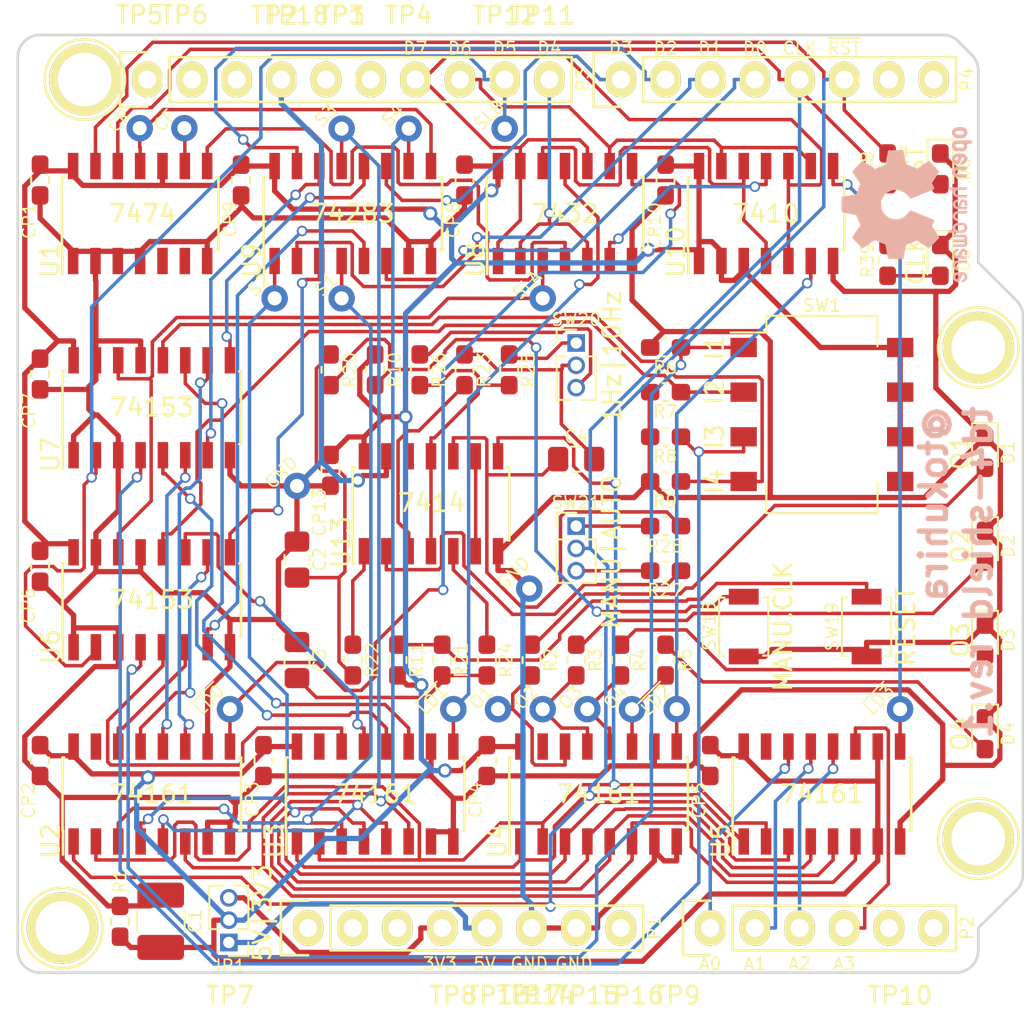
<source format=kicad_pcb>
(kicad_pcb (version 20171130) (host pcbnew "(5.1.6)-1")
  (title_block (date "lun. 30 mars 2015"))
  (layers (0 F.Cu signal) (31 B.Cu signal) (34 B.Paste user) (35 F.Paste user) (36 B.SilkS user) (37 F.SilkS user) (38 B.Mask user) (39 F.Mask user) (44 Edge.Cuts user))
  (net 0 "")
  (net 1 GND)
  (net 2 VCC)
  (net 3 "Net-(C2-Pad1)")
  (net 4 "Net-(C3-Pad1)")
  (net 5 "Net-(C4-Pad2)")
  (net 6 "Net-(C4-Pad1)")
  (net 7 "Net-(D1-Pad2)")
  (net 8 "Net-(D2-Pad2)")
  (net 9 "Net-(D3-Pad2)")
  (net 10 "Net-(D4-Pad2)")
  (net 11 +3V3)
  (net 12 +5V)
  (net 13 ROM_A2)
  (net 14 ROM_A3)
  (net 15 ROM_A1)
  (net 16 ROM_A0)
  (net 17 ROM_D7)
  (net 18 ROM_D6)
  (net 19 ROM_D5)
  (net 20 ROM_D4)
  (net 21 ROM_D3)
  (net 22 ROM_D2)
  (net 23 ROM_D1)
  (net 24 ROM_D0)
  (net 25 "/3(**)")
  (net 26 /2)
  (net 27 /OUT1)
  (net 28 /OUT2)
  (net 29 /OUT3)
  (net 30 /OUT4)
  (net 31 /IN1)
  (net 32 /IN2)
  (net 33 /IN3)
  (net 34 /IN4)
  (net 35 "Net-(R10-Pad2)")
  (net 36 "Net-(R11-Pad2)")
  (net 37 "Net-(R22-Pad2)")
  (net 38 "Net-(R23-Pad2)")
  (net 39 "Net-(R24-Pad2)")
  (net 40 "Net-(R25-Pad2)")
  (net 41 "Net-(R25-Pad1)")
  (net 42 "Net-(R26-Pad2)")
  (net 43 "Net-(R27-Pad2)")
  (net 44 "Net-(R27-Pad1)")
  (net 45 "Net-(R28-Pad2)")
  (net 46 /RA1)
  (net 47 /RA2)
  (net 48 /RA3)
  (net 49 /RA4)
  (net 50 /ALU_S4)
  (net 51 /ALU_S3)
  (net 52 /ALU_S2)
  (net 53 /ALU_S1)
  (net 54 /RB1)
  (net 55 /RB2)
  (net 56 /RB3)
  (net 57 /RB4)
  (net 58 /SEL_A)
  (net 59 "Net-(U6-Pad9)")
  (net 60 "Net-(U6-Pad7)")
  (net 61 "Net-(U7-Pad9)")
  (net 62 "Net-(U7-Pad7)")
  (net 63 "Net-(U10-Pad12)")
  (net 64 "Net-(U10-Pad11)")
  (net 65 "Net-(U13-Pad6)")
  (net 66 /ALU_C)
  (net 67 "Net-(D5-Pad2)")
  (net 68 "Net-(D6-Pad2)")
  (net 69 /~LOAD0)
  (net 70 /~LOAD1)
  (net 71 /~LOAD2)
  (net 72 /~LOAD3)
  (net 73 /FLG_C)
  (net 74 /~FLG_C)
  (module Symbols:OSHW-Logo2_9.8x8mm_SilkScreen (layer B.Cu) (at 172.974 82.677 270)
    (fp_text reference LOGO1 hide)
    (fp_text value OSHW-Logo2_9.8x8mm_SilkScreen hide)
  )
  (module Resistor_SMD:R_0603_1608Metric_Pad1.05x0.95mm_HandSolder (layer F.Cu) (at 144.018 108.585 90)
    (fp_text reference R11 (at 0 1.0922 90) (layer F.SilkS) (effects (font (size 0.7 0.7) (thickness 0.1))))
    (fp_text value 1K)
    (pad 2 smd roundrect (at 0.875 0 90) (size 1.05 0.95) (layers F.Cu F.Paste F.Mask) (net 36 "Net-(R11-Pad2)"))
    (pad 1 smd roundrect (at -0.875 0 90) (size 1.05 0.95) (layers F.Cu F.Paste F.Mask) (net 2 VCC))
  )
  (module Resistor_SMD:R_0603_1608Metric_Pad1.05x0.95mm_HandSolder (layer F.Cu) (at 142.748 92.075 270)
    (fp_text reference R10 (at 0 -1.0922 90) (layer F.SilkS) (effects (font (size 0.7 0.7) (thickness 0.1))))
    (fp_text value 1K)
    (pad 2 smd roundrect (at 0.875 0 270) (size 1.05 0.95) (layers F.Cu F.Paste F.Mask) (net 35 "Net-(R10-Pad2)"))
    (pad 1 smd roundrect (at -0.875 0 270) (size 1.05 0.95) (layers F.Cu F.Paste F.Mask) (net 2 VCC))
  )
  (module Resistor_SMD:R_0603_1608Metric_Pad1.05x0.95mm_HandSolder (layer F.Cu) (at 128.245 123.444 90)
    (fp_text reference R1 (at 2.286 0 90) (layer F.SilkS) (effects (font (size 0.7 0.7) (thickness 0.1))))
    (fp_text value DNP)
    (pad 2 smd roundrect (at 0.875 0 90) (size 1.05 0.95) (layers F.Cu F.Paste F.Mask) (net 1 GND))
    (pad 1 smd roundrect (at -0.875 0 90) (size 1.05 0.95) (layers F.Cu F.Paste F.Mask) (net 2 VCC))
  )
  (module Connector_PinHeader_1.27mm:PinHeader_1x03_P1.27mm_Vertical (layer F.Cu) (at 154.178 100.965)
    (fp_text reference SW21 (at 0 -1.3335) (layer F.SilkS) (effects (font (size 0.7 0.7) (thickness 0.1))))
    (fp_text value CLK:NOR/MAN)
    (pad 3 thru_hole oval (at 0 2.54) (size 1 1) (drill 0.65) (layers *.Cu *.Mask) (net 43 "Net-(R27-Pad2)"))
    (pad 2 thru_hole oval (at 0 1.27) (size 1 1) (drill 0.65) (layers *.Cu *.Mask) (net 25 "/3(**)"))
    (pad 1 thru_hole rect (at 0 0) (size 1 1) (drill 0.65) (layers *.Cu *.Mask) (net 45 "Net-(R28-Pad2)"))
  )
  (module Connector_PinHeader_1.27mm:PinHeader_1x03_P1.27mm_Vertical (layer F.Cu) (at 154.178 90.551)
    (fp_text reference SW20 (at 0 -1.3335) (layer F.SilkS) (effects (font (size 0.7 0.7) (thickness 0.1))))
    (fp_text value CLK:10Hz/1Hz)
    (pad 3 thru_hole oval (at 0 2.54) (size 1 1) (drill 0.65) (layers *.Cu *.Mask) (net 42 "Net-(R26-Pad2)"))
    (pad 2 thru_hole oval (at 0 1.27) (size 1 1) (drill 0.65) (layers *.Cu *.Mask) (net 5 "Net-(C4-Pad2)"))
    (pad 1 thru_hole rect (at 0 0) (size 1 1) (drill 0.65) (layers *.Cu *.Mask) (net 41 "Net-(R25-Pad1)"))
  )
  (module Button_Switch_SMD:SW_SPST_B3U-1000P-B (layer F.Cu) (at 170.688 106.68 90)
    (fp_text reference SW19 (at 0 -1.9685 90) (layer F.SilkS) (effects (font (size 0.7 0.7) (thickness 0.1))))
    (fp_text value Reset)
    (pad "" np_thru_hole circle (at 0 0 90) (size 0.8 0.8) (drill 0.8) (layers *.Cu *.Mask))
    (pad 2 smd rect (at 1.7 0 90) (size 0.9 1.7) (layers F.Cu F.Paste F.Mask) (net 36 "Net-(R11-Pad2)"))
    (pad 1 smd rect (at -1.7 0 90) (size 0.9 1.7) (layers F.Cu F.Paste F.Mask) (net 1 GND))
  )
  (module Button_Switch_SMD:SW_SPST_B3U-1000P-B (layer F.Cu) (at 163.703 106.68 90)
    (fp_text reference SW18 (at 0.0254 -1.9558 90) (layer F.SilkS) (effects (font (size 0.7 0.7) (thickness 0.1))))
    (fp_text value "Manual Clock")
    (pad "" np_thru_hole circle (at 0 0 90) (size 0.8 0.8) (drill 0.8) (layers *.Cu *.Mask))
    (pad 2 smd rect (at 1.7 0 90) (size 0.9 1.7) (layers F.Cu F.Paste F.Mask) (net 35 "Net-(R10-Pad2)"))
    (pad 1 smd rect (at -1.7 0 90) (size 0.9 1.7) (layers F.Cu F.Paste F.Mask) (net 1 GND))
  )
  (module Button_Switch_SMD:SW_DIP_SPSTx04_Slide_Omron_A6S-410x_W8.9mm_P2.54mm (layer F.Cu) (at 168.148 94.615)
    (fp_text reference SW1 (at 0 -6.1976) (layer F.SilkS) (effects (font (size 0.7 0.7) (thickness 0.1))))
    (fp_text value INPUT)
    (pad 1 smd rect (at -4.45 -3.81) (size 1.5 1.1) (layers F.Cu F.Paste F.Mask) (net 31 /IN1))
    (pad 5 smd rect (at 4.45 3.81) (size 1.5 1.1) (layers F.Cu F.Paste F.Mask) (net 2 VCC))
    (pad 2 smd rect (at -4.45 -1.27) (size 1.5 1.1) (layers F.Cu F.Paste F.Mask) (net 32 /IN2))
    (pad 6 smd rect (at 4.45 1.27) (size 1.5 1.1) (layers F.Cu F.Paste F.Mask) (net 2 VCC))
    (pad 3 smd rect (at -4.45 1.27) (size 1.5 1.1) (layers F.Cu F.Paste F.Mask) (net 33 /IN3))
    (pad 7 smd rect (at 4.45 -1.27) (size 1.5 1.1) (layers F.Cu F.Paste F.Mask) (net 2 VCC))
    (pad 4 smd rect (at -4.45 3.81) (size 1.5 1.1) (layers F.Cu F.Paste F.Mask) (net 34 /IN4))
    (pad 8 smd rect (at 4.45 -3.81) (size 1.5 1.1) (layers F.Cu F.Paste F.Mask) (net 2 VCC))
  )
  (module Resistor_SMD:R_0603_1608Metric_Pad1.05x0.95mm_HandSolder (layer F.Cu) (at 159.258 100.965 180)
    (fp_text reference R28 (at 0.0254 -1.143) (layer F.SilkS) (effects (font (size 0.7 0.7) (thickness 0.1))))
    (fp_text value 100)
    (pad 2 smd roundrect (at 0.875 0 180) (size 1.05 0.95) (layers F.Cu F.Paste F.Mask) (net 45 "Net-(R28-Pad2)"))
    (pad 1 smd roundrect (at -0.875 0 180) (size 1.05 0.95) (layers F.Cu F.Paste F.Mask) (net 6 "Net-(C4-Pad1)"))
  )
  (module Resistor_SMD:R_0603_1608Metric_Pad1.05x0.95mm_HandSolder (layer F.Cu) (at 159.258 103.505 180)
    (fp_text reference R27 (at 0.0254 -1.1176) (layer F.SilkS) (effects (font (size 0.7 0.7) (thickness 0.1))))
    (fp_text value 100)
    (pad 2 smd roundrect (at 0.875 0 180) (size 1.05 0.95) (layers F.Cu F.Paste F.Mask) (net 43 "Net-(R27-Pad2)"))
    (pad 1 smd roundrect (at -0.875 0 180) (size 1.05 0.95) (layers F.Cu F.Paste F.Mask) (net 44 "Net-(R27-Pad1)"))
  )
  (module Resistor_SMD:R_0603_1608Metric_Pad1.05x0.95mm_HandSolder (layer F.Cu) (at 145.288 92.075 90)
    (fp_text reference R26 (at 0 1.0922 90) (layer F.SilkS) (effects (font (size 0.7 0.7) (thickness 0.1))))
    (fp_text value 33K)
    (pad 2 smd roundrect (at 0.875 0 90) (size 1.05 0.95) (layers F.Cu F.Paste F.Mask) (net 42 "Net-(R26-Pad2)"))
    (pad 1 smd roundrect (at -0.875 0 90) (size 1.05 0.95) (layers F.Cu F.Paste F.Mask) (net 40 "Net-(R25-Pad2)"))
  )
  (module Resistor_SMD:R_0603_1608Metric_Pad1.05x0.95mm_HandSolder (layer F.Cu) (at 150.368 92.075 270)
    (fp_text reference R25 (at 0 -1.0922 90) (layer F.SilkS) (effects (font (size 0.7 0.7) (thickness 0.1))))
    (fp_text value 3.3K)
    (pad 2 smd roundrect (at 0.875 0 270) (size 1.05 0.95) (layers F.Cu F.Paste F.Mask) (net 40 "Net-(R25-Pad2)"))
    (pad 1 smd roundrect (at -0.875 0 270) (size 1.05 0.95) (layers F.Cu F.Paste F.Mask) (net 41 "Net-(R25-Pad1)"))
  )
  (module Resistor_SMD:R_0603_1608Metric_Pad1.05x0.95mm_HandSolder (layer F.Cu) (at 149.098 108.585 90)
    (fp_text reference R24 (at 0 1.0922 90) (layer F.SilkS) (effects (font (size 0.7 0.7) (thickness 0.1))))
    (fp_text value 100K)
    (pad 2 smd roundrect (at 0.875 0 90) (size 1.05 0.95) (layers F.Cu F.Paste F.Mask) (net 39 "Net-(R24-Pad2)"))
    (pad 1 smd roundrect (at -0.875 0 90) (size 1.05 0.95) (layers F.Cu F.Paste F.Mask) (net 4 "Net-(C3-Pad1)"))
  )
  (module Resistor_SMD:R_0603_1608Metric_Pad1.05x0.95mm_HandSolder (layer F.Cu) (at 147.828 92.075 270)
    (fp_text reference R23 (at 0 -1.1176 90) (layer F.SilkS) (effects (font (size 0.7 0.7) (thickness 0.1))))
    (fp_text value 100K)
    (pad 2 smd roundrect (at 0.875 0 270) (size 1.05 0.95) (layers F.Cu F.Paste F.Mask) (net 38 "Net-(R23-Pad2)"))
    (pad 1 smd roundrect (at -0.875 0 270) (size 1.05 0.95) (layers F.Cu F.Paste F.Mask) (net 5 "Net-(C4-Pad2)"))
  )
  (module Resistor_SMD:R_0603_1608Metric_Pad1.05x0.95mm_HandSolder (layer F.Cu) (at 141.478 108.585 90)
    (fp_text reference R22 (at 0 1.0922 90) (layer F.SilkS) (effects (font (size 0.7 0.7) (thickness 0.1))))
    (fp_text value 100K)
    (pad 2 smd roundrect (at 0.875 0 90) (size 1.05 0.95) (layers F.Cu F.Paste F.Mask) (net 37 "Net-(R22-Pad2)"))
    (pad 1 smd roundrect (at -0.875 0 90) (size 1.05 0.95) (layers F.Cu F.Paste F.Mask) (net 3 "Net-(C2-Pad1)"))
  )
  (module Resistor_SMD:R_0603_1608Metric_Pad1.05x0.95mm_HandSolder (layer F.Cu) (at 146.558 108.585 270)
    (fp_text reference R21 (at 0 -1.0922 90) (layer F.SilkS) (effects (font (size 0.7 0.7) (thickness 0.1))))
    (fp_text value 100K)
    (pad 2 smd roundrect (at 0.875 0 270) (size 1.05 0.95) (layers F.Cu F.Paste F.Mask) (net 4 "Net-(C3-Pad1)"))
    (pad 1 smd roundrect (at -0.875 0 270) (size 1.05 0.95) (layers F.Cu F.Paste F.Mask) (net 36 "Net-(R11-Pad2)"))
  )
  (module Resistor_SMD:R_0603_1608Metric_Pad1.05x0.95mm_HandSolder (layer F.Cu) (at 140.208 92.075 90)
    (fp_text reference R20 (at 0 1.1176 90) (layer F.SilkS) (effects (font (size 0.7 0.7) (thickness 0.1))))
    (fp_text value 10K)
    (pad 2 smd roundrect (at 0.875 0 90) (size 1.05 0.95) (layers F.Cu F.Paste F.Mask) (net 3 "Net-(C2-Pad1)"))
    (pad 1 smd roundrect (at -0.875 0 90) (size 1.05 0.95) (layers F.Cu F.Paste F.Mask) (net 35 "Net-(R10-Pad2)"))
  )
  (module Resistor_SMD:R_0603_1608Metric_Pad1.05x0.95mm_HandSolder (layer F.Cu) (at 159.258 108.585 90)
    (fp_text reference R5 (at 0 1.1176 90) (layer F.SilkS) (effects (font (size 0.7 0.7) (thickness 0.1))))
    (fp_text value 1K)
    (pad 2 smd roundrect (at 0.875 0 90) (size 1.05 0.95) (layers F.Cu F.Paste F.Mask) (net 10 "Net-(D4-Pad2)"))
    (pad 1 smd roundrect (at -0.875 0 90) (size 1.05 0.95) (layers F.Cu F.Paste F.Mask) (net 30 /OUT4))
  )
  (module Resistor_SMD:R_0603_1608Metric_Pad1.05x0.95mm_HandSolder (layer F.Cu) (at 156.718 108.585 90)
    (fp_text reference R4 (at 0 1.0922 90) (layer F.SilkS) (effects (font (size 0.7 0.7) (thickness 0.1))))
    (fp_text value 1K)
    (pad 2 smd roundrect (at 0.875 0 90) (size 1.05 0.95) (layers F.Cu F.Paste F.Mask) (net 9 "Net-(D3-Pad2)"))
    (pad 1 smd roundrect (at -0.875 0 90) (size 1.05 0.95) (layers F.Cu F.Paste F.Mask) (net 29 /OUT3))
  )
  (module Resistor_SMD:R_0603_1608Metric_Pad1.05x0.95mm_HandSolder (layer F.Cu) (at 154.178 108.585 90)
    (fp_text reference R3 (at 0 1.0922 90) (layer F.SilkS) (effects (font (size 0.7 0.7) (thickness 0.1))))
    (fp_text value 1K)
    (pad 2 smd roundrect (at 0.875 0 90) (size 1.05 0.95) (layers F.Cu F.Paste F.Mask) (net 8 "Net-(D2-Pad2)"))
    (pad 1 smd roundrect (at -0.875 0 90) (size 1.05 0.95) (layers F.Cu F.Paste F.Mask) (net 28 /OUT2))
  )
  (module Resistor_SMD:R_0603_1608Metric_Pad1.05x0.95mm_HandSolder (layer F.Cu) (at 151.638 108.585 90)
    (fp_text reference R2 (at 0 1.0922 90) (layer F.SilkS) (effects (font (size 0.7 0.7) (thickness 0.1))))
    (fp_text value 1K)
    (pad 2 smd roundrect (at 0.875 0 90) (size 1.05 0.95) (layers F.Cu F.Paste F.Mask) (net 7 "Net-(D1-Pad2)"))
    (pad 1 smd roundrect (at -0.875 0 90) (size 1.05 0.95) (layers F.Cu F.Paste F.Mask) (net 27 /OUT1))
  )
  (module Resistor_SMD:R_0603_1608Metric_Pad1.05x0.95mm_HandSolder (layer F.Cu) (at 159.258 98.425 180)
    (fp_text reference R9 (at 0.0254 -1.143) (layer F.SilkS) (effects (font (size 0.7 0.7) (thickness 0.1))))
    (fp_text value 1K)
    (pad 2 smd roundrect (at 0.875 0 180) (size 1.05 0.95) (layers F.Cu F.Paste F.Mask) (net 1 GND))
    (pad 1 smd roundrect (at -0.875 0 180) (size 1.05 0.95) (layers F.Cu F.Paste F.Mask) (net 34 /IN4))
  )
  (module Resistor_SMD:R_0603_1608Metric_Pad1.05x0.95mm_HandSolder (layer F.Cu) (at 159.258 95.885 180)
    (fp_text reference R8 (at 0.0254 -1.1176) (layer F.SilkS) (effects (font (size 0.7 0.7) (thickness 0.1))))
    (fp_text value 1K)
    (pad 2 smd roundrect (at 0.875 0 180) (size 1.05 0.95) (layers F.Cu F.Paste F.Mask) (net 1 GND))
    (pad 1 smd roundrect (at -0.875 0 180) (size 1.05 0.95) (layers F.Cu F.Paste F.Mask) (net 33 /IN3))
  )
  (module Resistor_SMD:R_0603_1608Metric_Pad1.05x0.95mm_HandSolder (layer F.Cu) (at 159.258 93.345 180)
    (fp_text reference R7 (at 0.0254 -1.1176) (layer F.SilkS) (effects (font (size 0.7 0.7) (thickness 0.1))))
    (fp_text value 1K)
    (pad 2 smd roundrect (at 0.875 0 180) (size 1.05 0.95) (layers F.Cu F.Paste F.Mask) (net 1 GND))
    (pad 1 smd roundrect (at -0.875 0 180) (size 1.05 0.95) (layers F.Cu F.Paste F.Mask) (net 32 /IN2))
  )
  (module Resistor_SMD:R_0603_1608Metric_Pad1.05x0.95mm_HandSolder (layer F.Cu) (at 159.258 90.805 180)
    (fp_text reference R6 (at 0.0254 -1.143) (layer F.SilkS) (effects (font (size 0.7 0.7) (thickness 0.1))))
    (fp_text value 1K)
    (pad 2 smd roundrect (at 0.875 0 180) (size 1.05 0.95) (layers F.Cu F.Paste F.Mask) (net 1 GND))
    (pad 1 smd roundrect (at -0.875 0 180) (size 1.05 0.95) (layers F.Cu F.Paste F.Mask) (net 31 /IN1))
  )
  (module Connector_PinHeader_1.27mm:PinHeader_1x03_P1.27mm_Vertical (layer F.Cu) (at 134.43 124.65 180)
    (fp_text reference JP1 (at 0 -1.3335) (layer F.SilkS) (effects (font (size 0.7 0.7) (thickness 0.1))))
    (fp_text value VCC:+5V/+3V3)
    (pad 3 thru_hole oval (at 0 2.54 180) (size 1 1) (drill 0.65) (layers *.Cu *.Mask) (net 11 +3V3))
    (pad 2 thru_hole oval (at 0 1.27 180) (size 1 1) (drill 0.65) (layers *.Cu *.Mask) (net 2 VCC))
    (pad 1 thru_hole rect (at 0 0 180) (size 1 1) (drill 0.65) (layers *.Cu *.Mask) (net 12 +5V))
  )
  (module Diode_SMD:D_0603_1608Metric_Pad1.05x0.95mm_HandSolder (layer F.Cu) (at 177.419 112.776 270)
    (fp_text reference D4 (at 0 -1.3208 90) (layer F.SilkS) (effects (font (size 0.7 0.7) (thickness 0.1))))
    (fp_text value LED)
    (pad 2 smd roundrect (at 0.875 0 270) (size 1.05 0.95) (layers F.Cu F.Paste F.Mask) (net 10 "Net-(D4-Pad2)"))
    (pad 1 smd roundrect (at -0.875 0 270) (size 1.05 0.95) (layers F.Cu F.Paste F.Mask) (net 1 GND))
  )
  (module Diode_SMD:D_0603_1608Metric_Pad1.05x0.95mm_HandSolder (layer F.Cu) (at 177.419 107.442 270)
    (fp_text reference D3 (at 0 -1.3208 90) (layer F.SilkS) (effects (font (size 0.7 0.7) (thickness 0.1))))
    (fp_text value LED)
    (pad 2 smd roundrect (at 0.875 0 270) (size 1.05 0.95) (layers F.Cu F.Paste F.Mask) (net 9 "Net-(D3-Pad2)"))
    (pad 1 smd roundrect (at -0.875 0 270) (size 1.05 0.95) (layers F.Cu F.Paste F.Mask) (net 1 GND))
  )
  (module Diode_SMD:D_0603_1608Metric_Pad1.05x0.95mm_HandSolder (layer F.Cu) (at 177.419 102.108 270)
    (fp_text reference D2 (at 0 -1.3208 90) (layer F.SilkS) (effects (font (size 0.7 0.7) (thickness 0.1))))
    (fp_text value LED)
    (pad 2 smd roundrect (at 0.875 0 270) (size 1.05 0.95) (layers F.Cu F.Paste F.Mask) (net 8 "Net-(D2-Pad2)"))
    (pad 1 smd roundrect (at -0.875 0 270) (size 1.05 0.95) (layers F.Cu F.Paste F.Mask) (net 1 GND))
  )
  (module Diode_SMD:D_0603_1608Metric_Pad1.05x0.95mm_HandSolder (layer F.Cu) (at 177.419 96.774 270)
    (fp_text reference D1 (at 0 -1.3208 90) (layer F.SilkS) (effects (font (size 0.7 0.7) (thickness 0.1))))
    (fp_text value LED)
    (pad 2 smd roundrect (at 0.875 0 270) (size 1.05 0.95) (layers F.Cu F.Paste F.Mask) (net 7 "Net-(D1-Pad2)"))
    (pad 1 smd roundrect (at -0.875 0 270) (size 1.05 0.95) (layers F.Cu F.Paste F.Mask) (net 1 GND))
  )
  (module Capacitor_SMD:C_0603_1608Metric_Pad1.05x0.95mm_HandSolder (layer F.Cu) (at 140.208 97.79 270)
    (fp_text reference CP13 (at 2.413 0.635 90) (layer F.SilkS) (effects (font (size 0.7 0.7) (thickness 0.1))))
    (fp_text value 0.1uF)
    (pad 2 smd roundrect (at 0.875 0 270) (size 1.05 0.95) (layers F.Cu F.Paste F.Mask) (net 1 GND))
    (pad 1 smd roundrect (at -0.875 0 270) (size 1.05 0.95) (layers F.Cu F.Paste F.Mask) (net 2 VCC))
  )
  (module Capacitor_SMD:C_0603_1608Metric_Pad1.05x0.95mm_HandSolder (layer F.Cu) (at 159.258 81.28 270)
    (fp_text reference CP10 (at 2.6162 0.635 90) (layer F.SilkS) (effects (font (size 0.7 0.7) (thickness 0.1))))
    (fp_text value 0.1uF)
    (pad 2 smd roundrect (at 0.875 0 270) (size 1.05 0.95) (layers F.Cu F.Paste F.Mask) (net 1 GND))
    (pad 1 smd roundrect (at -0.875 0 270) (size 1.05 0.95) (layers F.Cu F.Paste F.Mask) (net 2 VCC))
  )
  (module Capacitor_SMD:C_0603_1608Metric_Pad1.05x0.95mm_HandSolder (layer F.Cu) (at 135.128 81.28 270)
    (fp_text reference CP9 (at 2.2352 0.635 90) (layer F.SilkS) (effects (font (size 0.7 0.7) (thickness 0.1))))
    (fp_text value 0.1uF)
    (pad 1 smd roundrect (at -0.875 0 270) (size 1.05 0.95) (layers F.Cu F.Paste F.Mask) (net 2 VCC))
    (pad 2 smd roundrect (at 0.875 0 270) (size 1.05 0.95) (layers F.Cu F.Paste F.Mask) (net 1 GND))
  )
  (module Capacitor_SMD:C_0603_1608Metric_Pad1.05x0.95mm_HandSolder (layer F.Cu) (at 147.828 81.28 270)
    (fp_text reference CP8 (at 2.286 0.635 90) (layer F.SilkS) (effects (font (size 0.7 0.7) (thickness 0.1))))
    (fp_text value 0.1uF)
    (pad 2 smd roundrect (at 0.875 0 270) (size 1.05 0.95) (layers F.Cu F.Paste F.Mask) (net 1 GND))
    (pad 1 smd roundrect (at -0.875 0 270) (size 1.05 0.95) (layers F.Cu F.Paste F.Mask) (net 2 VCC))
  )
  (module Capacitor_SMD:C_0603_1608Metric_Pad1.05x0.95mm_HandSolder (layer F.Cu) (at 123.698 92.315 270)
    (fp_text reference CP7 (at 2.0968 0.635 90) (layer F.SilkS) (effects (font (size 0.7 0.7) (thickness 0.1))))
    (fp_text value 0.1uF)
    (pad 2 smd roundrect (at 0.875 0 270) (size 1.05 0.95) (layers F.Cu F.Paste F.Mask) (net 1 GND))
    (pad 1 smd roundrect (at -0.875 0 270) (size 1.05 0.95) (layers F.Cu F.Paste F.Mask) (net 2 VCC))
  )
  (module Capacitor_SMD:C_0603_1608Metric_Pad1.05x0.95mm_HandSolder (layer F.Cu) (at 123.698 103.251 270)
    (fp_text reference CP6 (at 2.2352 0.6604 90) (layer F.SilkS) (effects (font (size 0.7 0.7) (thickness 0.1))))
    (fp_text value 0.1uF)
    (pad 2 smd roundrect (at 0.875 0 270) (size 1.05 0.95) (layers F.Cu F.Paste F.Mask) (net 1 GND))
    (pad 1 smd roundrect (at -0.875 0 270) (size 1.05 0.95) (layers F.Cu F.Paste F.Mask) (net 2 VCC))
  )
  (module Capacitor_SMD:C_0603_1608Metric_Pad1.05x0.95mm_HandSolder (layer F.Cu) (at 161.798 114.3 270)
    (fp_text reference CP5 (at 2.2606 0.635 90) (layer F.SilkS) (effects (font (size 0.7 0.7) (thickness 0.1))))
    (fp_text value 0.1uF)
    (pad 2 smd roundrect (at 0.875 0 270) (size 1.05 0.95) (layers F.Cu F.Paste F.Mask) (net 1 GND))
    (pad 1 smd roundrect (at -0.875 0 270) (size 1.05 0.95) (layers F.Cu F.Paste F.Mask) (net 2 VCC))
  )
  (module Capacitor_SMD:C_0603_1608Metric_Pad1.05x0.95mm_HandSolder (layer F.Cu) (at 149.098 114.3 270)
    (fp_text reference CP4 (at 2.2352 0.635 90) (layer F.SilkS) (effects (font (size 0.7 0.7) (thickness 0.1))))
    (fp_text value 0.1uF)
    (pad 2 smd roundrect (at 0.875 0 270) (size 1.05 0.95) (layers F.Cu F.Paste F.Mask) (net 1 GND))
    (pad 1 smd roundrect (at -0.875 0 270) (size 1.05 0.95) (layers F.Cu F.Paste F.Mask) (net 2 VCC))
  )
  (module Capacitor_SMD:C_0603_1608Metric_Pad1.05x0.95mm_HandSolder (layer F.Cu) (at 136.398 114.3 270)
    (fp_text reference CP3 (at 2.2098 0.635 90) (layer F.SilkS) (effects (font (size 0.7 0.7) (thickness 0.1))))
    (fp_text value 0.1uF)
    (pad 2 smd roundrect (at 0.875 0 270) (size 1.05 0.95) (layers F.Cu F.Paste F.Mask) (net 1 GND))
    (pad 1 smd roundrect (at -0.875 0 270) (size 1.05 0.95) (layers F.Cu F.Paste F.Mask) (net 2 VCC))
  )
  (module Capacitor_SMD:C_0603_1608Metric_Pad1.05x0.95mm_HandSolder (layer F.Cu) (at 123.698 114.3 270)
    (fp_text reference CP2 (at 2.286 0.6604 90) (layer F.SilkS) (effects (font (size 0.7 0.7) (thickness 0.1))))
    (fp_text value 0.1uF)
    (pad 2 smd roundrect (at 0.875 0 270) (size 1.05 0.95) (layers F.Cu F.Paste F.Mask) (net 1 GND))
    (pad 1 smd roundrect (at -0.875 0 270) (size 1.05 0.95) (layers F.Cu F.Paste F.Mask) (net 2 VCC))
  )
  (module Capacitor_SMD:C_0603_1608Metric_Pad1.05x0.95mm_HandSolder (layer F.Cu) (at 123.698 81.28 270)
    (fp_text reference CP1 (at 2.3368 0.635 90) (layer F.SilkS) (effects (font (size 0.7 0.7) (thickness 0.1))))
    (fp_text value 0.1uF)
    (pad 2 smd roundrect (at 0.875 0 270) (size 1.05 0.95) (layers F.Cu F.Paste F.Mask) (net 1 GND))
    (pad 1 smd roundrect (at -0.875 0 270) (size 1.05 0.95) (layers F.Cu F.Paste F.Mask) (net 2 VCC))
  )
  (module Capacitor_SMD:C_0805_2012Metric_Pad1.15x1.40mm_HandSolder (layer F.Cu) (at 154.178 97.155)
    (fp_text reference C4 (at 0 -1.27) (layer F.SilkS) (effects (font (size 0.7 0.7) (thickness 0.1))))
    (fp_text value "10uF 16V")
    (pad 2 smd roundrect (at 1.025 0) (size 1.15 1.4) (layers F.Cu F.Paste F.Mask) (roundrect_rratio 0.217391) (net 5 "Net-(C4-Pad2)"))
    (pad 1 smd roundrect (at -1.025 0) (size 1.15 1.4) (layers F.Cu F.Paste F.Mask) (roundrect_rratio 0.217391) (net 6 "Net-(C4-Pad1)"))
  )
  (module Capacitor_SMD:C_0805_2012Metric_Pad1.15x1.40mm_HandSolder (layer F.Cu) (at 138.303 108.585 90)
    (fp_text reference C3 (at 0 1.2954 90) (layer F.SilkS) (effects (font (size 0.7 0.7) (thickness 0.1))))
    (fp_text value "10uF 16V")
    (pad 2 smd roundrect (at 1.025 0 90) (size 1.15 1.4) (layers F.Cu F.Paste F.Mask) (roundrect_rratio 0.217391) (net 1 GND))
    (pad 1 smd roundrect (at -1.025 0 90) (size 1.15 1.4) (layers F.Cu F.Paste F.Mask) (roundrect_rratio 0.217391) (net 4 "Net-(C3-Pad1)"))
  )
  (module Capacitor_SMD:C_0805_2012Metric_Pad1.15x1.40mm_HandSolder (layer F.Cu) (at 138.303 102.87 90)
    (fp_text reference C2 (at 0 1.2954 90) (layer F.SilkS) (effects (font (size 0.7 0.7) (thickness 0.1))))
    (fp_text value "10uF 16V")
    (pad 2 smd roundrect (at 1.025 0 90) (size 1.15 1.4) (layers F.Cu F.Paste F.Mask) (roundrect_rratio 0.217391) (net 1 GND))
    (pad 1 smd roundrect (at -1.025 0 90) (size 1.15 1.4) (layers F.Cu F.Paste F.Mask) (roundrect_rratio 0.217391) (net 3 "Net-(C2-Pad1)"))
  )
  (module Capacitor_SMD:C_1210_3225Metric_Pad1.42x2.65mm_HandSolder (layer F.Cu) (at 130.556 123.444 90)
    (fp_text reference C1 (at 0 1.9685 90) (layer F.SilkS) (effects (font (size 0.7 0.7) (thickness 0.1))))
    (fp_text value "100uF 16V")
    (pad 2 smd roundrect (at 1.4875 0 90) (size 1.425 2.65) (layers F.Cu F.Paste F.Mask) (roundrect_rratio 0.175439) (net 1 GND))
    (pad 1 smd roundrect (at -1.4875 0 90) (size 1.425 2.65) (layers F.Cu F.Paste F.Mask) (roundrect_rratio 0.175439) (net 2 VCC))
  )
  (module Socket_Arduino_Uno:Socket_Strip_Arduino_1x08 (layer F.Cu) (at 138.938 123.825)
    (fp_text reference P1 (at 19.685 0 90) (layer F.SilkS) (effects (font (size 0.7 0.7) (thickness 0.1))))
    (fp_text value Power)
    (pad 1 thru_hole oval (at 0 0) (size 1.7272 2.032) (drill 1.016) (layers *.Cu *.Mask F.SilkS))
    (pad 2 thru_hole oval (at 2.54 0) (size 1.7272 2.032) (drill 1.016) (layers *.Cu *.Mask F.SilkS))
    (pad 3 thru_hole oval (at 5.08 0) (size 1.7272 2.032) (drill 1.016) (layers *.Cu *.Mask F.SilkS))
    (pad 4 thru_hole oval (at 7.62 0) (size 1.7272 2.032) (drill 1.016) (layers *.Cu *.Mask F.SilkS) (net 11 +3V3))
    (pad 5 thru_hole oval (at 10.16 0) (size 1.7272 2.032) (drill 1.016) (layers *.Cu *.Mask F.SilkS) (net 12 +5V))
    (pad 6 thru_hole oval (at 12.7 0) (size 1.7272 2.032) (drill 1.016) (layers *.Cu *.Mask F.SilkS) (net 1 GND))
    (pad 7 thru_hole oval (at 15.24 0) (size 1.7272 2.032) (drill 1.016) (layers *.Cu *.Mask F.SilkS) (net 1 GND))
    (pad 8 thru_hole oval (at 17.78 0) (size 1.7272 2.032) (drill 1.016) (layers *.Cu *.Mask F.SilkS))
  )
  (module Socket_Arduino_Uno:Socket_Strip_Arduino_1x06 (layer F.Cu) (at 161.798 123.825)
    (fp_text reference P2 (at 14.605 0 90) (layer F.SilkS) (effects (font (size 0.7 0.7) (thickness 0.1))))
    (fp_text value Analog)
    (pad 1 thru_hole oval (at 0 0) (size 1.7272 2.032) (drill 1.016) (layers *.Cu *.Mask F.SilkS) (net 16 ROM_A0))
    (pad 2 thru_hole oval (at 2.54 0) (size 1.7272 2.032) (drill 1.016) (layers *.Cu *.Mask F.SilkS) (net 15 ROM_A1))
    (pad 3 thru_hole oval (at 5.08 0) (size 1.7272 2.032) (drill 1.016) (layers *.Cu *.Mask F.SilkS) (net 13 ROM_A2))
    (pad 4 thru_hole oval (at 7.62 0) (size 1.7272 2.032) (drill 1.016) (layers *.Cu *.Mask F.SilkS) (net 14 ROM_A3))
    (pad 5 thru_hole oval (at 10.16 0) (size 1.7272 2.032) (drill 1.016) (layers *.Cu *.Mask F.SilkS))
    (pad 6 thru_hole oval (at 12.7 0) (size 1.7272 2.032) (drill 1.016) (layers *.Cu *.Mask F.SilkS))
  )
  (module Socket_Arduino_Uno:Socket_Strip_Arduino_1x10 (layer F.Cu) (at 129.794 75.565)
    (fp_text reference P3 (at 24.765 0 90) (layer F.SilkS) (effects (font (size 0.7 0.7) (thickness 0.1))))
    (fp_text value Digital)
    (pad 1 thru_hole oval (at 0 0) (size 1.7272 2.032) (drill 1.016) (layers *.Cu *.Mask F.SilkS))
    (pad 2 thru_hole oval (at 2.54 0) (size 1.7272 2.032) (drill 1.016) (layers *.Cu *.Mask F.SilkS))
    (pad 3 thru_hole oval (at 5.08 0) (size 1.7272 2.032) (drill 1.016) (layers *.Cu *.Mask F.SilkS))
    (pad 4 thru_hole oval (at 7.62 0) (size 1.7272 2.032) (drill 1.016) (layers *.Cu *.Mask F.SilkS) (net 1 GND))
    (pad 5 thru_hole oval (at 10.16 0) (size 1.7272 2.032) (drill 1.016) (layers *.Cu *.Mask F.SilkS))
    (pad 6 thru_hole oval (at 12.7 0) (size 1.7272 2.032) (drill 1.016) (layers *.Cu *.Mask F.SilkS))
    (pad 7 thru_hole oval (at 15.24 0) (size 1.7272 2.032) (drill 1.016) (layers *.Cu *.Mask F.SilkS) (net 17 ROM_D7))
    (pad 8 thru_hole oval (at 17.78 0) (size 1.7272 2.032) (drill 1.016) (layers *.Cu *.Mask F.SilkS) (net 18 ROM_D6))
    (pad 9 thru_hole oval (at 20.32 0) (size 1.7272 2.032) (drill 1.016) (layers *.Cu *.Mask F.SilkS) (net 19 ROM_D5))
    (pad 10 thru_hole oval (at 22.86 0) (size 1.7272 2.032) (drill 1.016) (layers *.Cu *.Mask F.SilkS) (net 20 ROM_D4))
  )
  (module Socket_Arduino_Uno:Socket_Strip_Arduino_1x08 (layer F.Cu) (at 156.718 75.565)
    (fp_text reference P4 (at 19.685 0 90) (layer F.SilkS) (effects (font (size 0.7 0.7) (thickness 0.1))))
    (fp_text value Digital)
    (pad 1 thru_hole oval (at 0 0) (size 1.7272 2.032) (drill 1.016) (layers *.Cu *.Mask F.SilkS) (net 21 ROM_D3))
    (pad 2 thru_hole oval (at 2.54 0) (size 1.7272 2.032) (drill 1.016) (layers *.Cu *.Mask F.SilkS) (net 22 ROM_D2))
    (pad 3 thru_hole oval (at 5.08 0) (size 1.7272 2.032) (drill 1.016) (layers *.Cu *.Mask F.SilkS) (net 23 ROM_D1))
    (pad 4 thru_hole oval (at 7.62 0) (size 1.7272 2.032) (drill 1.016) (layers *.Cu *.Mask F.SilkS) (net 24 ROM_D0))
    (pad 5 thru_hole oval (at 10.16 0) (size 1.7272 2.032) (drill 1.016) (layers *.Cu *.Mask F.SilkS) (net 25 "/3(**)"))
    (pad 6 thru_hole oval (at 12.7 0) (size 1.7272 2.032) (drill 1.016) (layers *.Cu *.Mask F.SilkS) (net 26 /2))
    (pad 7 thru_hole oval (at 15.24 0) (size 1.7272 2.032) (drill 1.016) (layers *.Cu *.Mask F.SilkS))
    (pad 8 thru_hole oval (at 17.78 0) (size 1.7272 2.032) (drill 1.016) (layers *.Cu *.Mask F.SilkS))
  )
  (module Socket_Arduino_Uno:Arduino_1pin (layer F.Cu) (at 124.968 123.825)
    (fp_text reference P5 hide)
    (fp_text value CONN_01X01 hide)
    (pad 1 thru_hole circle (at 0 0) (size 4.064 4.064) (drill 3.048) (layers *.Cu *.Mask F.SilkS))
  )
  (module Socket_Arduino_Uno:Arduino_1pin (layer F.Cu) (at 177.038 118.745)
    (fp_text reference P6 hide)
    (fp_text value CONN_01X01 hide)
    (pad 1 thru_hole circle (at 0 0) (size 4.064 4.064) (drill 3.048) (layers *.Cu *.Mask F.SilkS))
  )
  (module Socket_Arduino_Uno:Arduino_1pin (layer F.Cu) (at 126.238 75.565)
    (fp_text reference P7 hide)
    (fp_text value CONN_01X01 hide)
    (pad 1 thru_hole circle (at 0 0) (size 4.064 4.064) (drill 3.048) (layers *.Cu *.Mask F.SilkS))
  )
  (module Socket_Arduino_Uno:Arduino_1pin (layer F.Cu) (at 177.038 90.805)
    (fp_text reference P8 hide)
    (fp_text value CONN_01X01 hide)
    (pad 1 thru_hole circle (at 0 0) (size 4.064 4.064) (drill 3.048) (layers *.Cu *.Mask F.SilkS))
  )
  (module Diode_SMD:D_0603_1608Metric_Pad1.05x0.95mm_HandSolder (layer F.Cu) (at 174.879 80.645 270)
    (fp_text reference D5 (at 0 -1.3462 90) (layer F.SilkS) (effects (font (size 0.7 0.7) (thickness 0.1))))
    (fp_text value LED)
    (pad 2 smd roundrect (at 0.875 0 270) (size 1.05 0.95) (layers F.Cu F.Paste F.Mask) (net 67 "Net-(D5-Pad2)"))
    (pad 1 smd roundrect (at -0.875 0 270) (size 1.05 0.95) (layers F.Cu F.Paste F.Mask) (net 1 GND))
  )
  (module Diode_SMD:D_0603_1608Metric_Pad1.05x0.95mm_HandSolder (layer F.Cu) (at 174.879 85.852 270)
    (fp_text reference D6 (at 0 -1.3462 90) (layer F.SilkS) (effects (font (size 0.7 0.7) (thickness 0.1))))
    (fp_text value LED)
    (pad 1 smd roundrect (at -0.875 0 270) (size 1.05 0.95) (layers F.Cu F.Paste F.Mask) (net 1 GND))
    (pad 2 smd roundrect (at 0.875 0 270) (size 1.05 0.95) (layers F.Cu F.Paste F.Mask) (net 68 "Net-(D6-Pad2)"))
  )
  (module Resistor_SMD:R_0603_1608Metric_Pad1.05x0.95mm_HandSolder (layer F.Cu) (at 171.882 80.645 270)
    (fp_text reference R38 (at 0 1.143 90) (layer F.SilkS) (effects (font (size 0.7 0.7) (thickness 0.1))))
    (fp_text value 1K)
    (pad 1 smd roundrect (at -0.875 0 270) (size 1.05 0.95) (layers F.Cu F.Paste F.Mask) (net 26 /2))
    (pad 2 smd roundrect (at 0.875 0 270) (size 1.05 0.95) (layers F.Cu F.Paste F.Mask) (net 67 "Net-(D5-Pad2)"))
  )
  (module Resistor_SMD:R_0603_1608Metric_Pad1.05x0.95mm_HandSolder (layer F.Cu) (at 171.882 85.852 270)
    (fp_text reference R39 (at 0 1.143 90) (layer F.SilkS) (effects (font (size 0.7 0.7) (thickness 0.1))))
    (fp_text value 1K)
    (pad 2 smd roundrect (at 0.875 0 270) (size 1.05 0.95) (layers F.Cu F.Paste F.Mask) (net 68 "Net-(D6-Pad2)"))
    (pad 1 smd roundrect (at -0.875 0 270) (size 1.05 0.95) (layers F.Cu F.Paste F.Mask) (net 25 "/3(**)"))
  )
  (module Measurement_Points:Measurement_Point_Round-TH_Small (layer F.Cu) (at 140.843 88.011)
    (fp_text reference TP1 (at 0 -16.097) (layer F.SilkS))
    (fp_text value S1)
    (pad 1 thru_hole circle (at 0 0) (size 1.5 1.5) (drill 0.8) (layers *.Cu *.Mask) (net 53 /ALU_S1))
  )
  (module Measurement_Points:Measurement_Point_Round-TH_Small (layer F.Cu) (at 137.033 88.011)
    (fp_text reference TP2 (at 0 -16.097) (layer F.SilkS))
    (fp_text value S2)
    (pad 1 thru_hole circle (at 0 0) (size 1.5 1.5) (drill 0.8) (layers *.Cu *.Mask) (net 52 /ALU_S2))
  )
  (module Measurement_Points:Measurement_Point_Round-TH_Small (layer F.Cu) (at 140.843 78.359)
    (fp_text reference TP3 (at 0 -6.445) (layer F.SilkS))
    (fp_text value S3)
    (pad 1 thru_hole circle (at 0 0) (size 1.5 1.5) (drill 0.8) (layers *.Cu *.Mask) (net 51 /ALU_S3))
  )
  (module Measurement_Points:Measurement_Point_Round-TH_Small (layer F.Cu) (at 144.653 78.359)
    (fp_text reference TP4 (at 0 -6.445) (layer F.SilkS))
    (fp_text value S4)
    (pad 1 thru_hole circle (at 0 0) (size 1.5 1.5) (drill 0.8) (layers *.Cu *.Mask) (net 50 /ALU_S4))
  )
  (module Measurement_Points:Measurement_Point_Round-TH_Small (layer F.Cu) (at 129.362 78.3336)
    (fp_text reference TP5 (at 0 -6.445) (layer F.SilkS))
    (fp_text value CR)
    (pad 1 thru_hole circle (at 0 0) (size 1.5 1.5) (drill 0.8) (layers *.Cu *.Mask) (net 66 /ALU_C))
  )
  (module Measurement_Points:Measurement_Point_Round-TH_Small (layer F.Cu) (at 131.902 78.3336)
    (fp_text reference TP6 (at 0 -6.445) (layer F.SilkS))
    (fp_text value CF)
    (pad 1 thru_hole circle (at 0 0) (size 1.5 1.5) (drill 0.8) (layers *.Cu *.Mask) (net 73 /FLG_C))
  )
  (module Measurement_Points:Measurement_Point_Round-TH_Small (layer F.Cu) (at 134.493 111.379)
    (fp_text reference TP7 (at 0 16.288) (layer F.SilkS))
    (fp_text value LD0)
    (pad 1 thru_hole circle (at 0 0) (size 1.5 1.5) (drill 0.8) (layers *.Cu *.Mask) (net 69 /~LOAD0))
  )
  (module Measurement_Points:Measurement_Point_Round-TH_Small (layer F.Cu) (at 147.193 111.379)
    (fp_text reference TP8 (at 0 16.288) (layer F.SilkS))
    (fp_text value LD1)
    (pad 1 thru_hole circle (at 0 0) (size 1.5 1.5) (drill 0.8) (layers *.Cu *.Mask) (net 70 /~LOAD1))
  )
  (module Measurement_Points:Measurement_Point_Round-TH_Small (layer F.Cu) (at 159.893 111.379)
    (fp_text reference TP9 (at 0 16.288) (layer F.SilkS))
    (fp_text value LD2)
    (pad 1 thru_hole circle (at 0 0) (size 1.5 1.5) (drill 0.8) (layers *.Cu *.Mask) (net 71 /~LOAD2))
  )
  (module Measurement_Points:Measurement_Point_Round-TH_Small (layer F.Cu) (at 172.593 111.379)
    (fp_text reference TP10 (at 0 16.288) (layer F.SilkS))
    (fp_text value LD3)
    (pad 1 thru_hole circle (at 0 0) (size 1.5 1.5) (drill 0.8) (layers *.Cu *.Mask) (net 72 /~LOAD3))
  )
  (module Measurement_Points:Measurement_Point_Round-TH_Small (layer F.Cu) (at 152.273 88.011)
    (fp_text reference TP11 (at 0 -16.097) (layer F.SilkS))
    (fp_text value SLA)
    (pad 1 thru_hole circle (at 0 0) (size 1.5 1.5) (drill 0.8) (layers *.Cu *.Mask) (net 58 /SEL_A))
  )
  (module Measurement_Points:Measurement_Point_Round-TH_Small (layer F.Cu) (at 150.114 78.359)
    (fp_text reference TP12 (at 0 -6.445) (layer F.SilkS))
    (fp_text value SLB)
    (pad 1 thru_hole circle (at 0 0) (size 1.5 1.5) (drill 0.8) (layers *.Cu *.Mask) (net 19 ROM_D5))
  )
  (module Measurement_Points:Measurement_Point_Round-TH_Small (layer F.Cu) (at 149.733 111.379)
    (fp_text reference TP13 (at 0 16.2814) (layer F.SilkS))
    (fp_text value O1)
    (pad 1 thru_hole circle (at 0 0) (size 1.5 1.5) (drill 0.8) (layers *.Cu *.Mask) (net 27 /OUT1))
  )
  (module Measurement_Points:Measurement_Point_Round-TH_Small (layer F.Cu) (at 152.273 111.379)
    (fp_text reference TP14 (at 0 16.2814) (layer F.SilkS))
    (fp_text value O2)
    (pad 1 thru_hole circle (at 0 0) (size 1.5 1.5) (drill 0.8) (layers *.Cu *.Mask) (net 28 /OUT2))
  )
  (module Measurement_Points:Measurement_Point_Round-TH_Small (layer F.Cu) (at 154.813 111.379)
    (fp_text reference TP15 (at 0 16.2814) (layer F.SilkS))
    (fp_text value O3)
    (pad 1 thru_hole circle (at 0 0) (size 1.5 1.5) (drill 0.8) (layers *.Cu *.Mask) (net 29 /OUT3))
  )
  (module Measurement_Points:Measurement_Point_Round-TH_Small (layer F.Cu) (at 157.353 111.379)
    (fp_text reference TP16 (at 0 16.2814) (layer F.SilkS))
    (fp_text value O4)
    (pad 1 thru_hole circle (at 0 0) (size 1.5 1.5) (drill 0.8) (layers *.Cu *.Mask) (net 30 /OUT4))
  )
  (module Measurement_Points:Measurement_Point_Round-TH_Small (layer F.Cu) (at 151.511 104.521)
    (fp_text reference TP17 (at 0 23.114) (layer F.SilkS))
    (fp_text value GND)
    (pad 1 thru_hole circle (at 0 0) (size 1.5 1.5) (drill 0.8) (layers *.Cu *.Mask) (net 1 GND))
  )
  (module Measurement_Points:Measurement_Point_Round-TH_Small (layer F.Cu) (at 138.303 98.679)
    (fp_text reference TP18 (at 0 -26.7716) (layer F.SilkS))
    (fp_text value GND)
    (pad 1 thru_hole circle (at 0 0) (size 1.5 1.5) (drill 0.8) (layers *.Cu *.Mask) (net 1 GND))
  )
  (module Housings_SOIC:SOIC-14_3.9x8.7mm_Pitch1.27mm (layer F.Cu) (at 129.388 83.185 90)
    (fp_text reference U1 (at -2.667 -5.121 90) (layer F.SilkS))
    (fp_text value 74HC74)
    (pad 1 smd rect (at -2.7 -3.81 90) (size 1.5 0.6) (layers F.Cu F.Paste F.Mask) (net 1 GND))
    (pad 2 smd rect (at -2.7 -2.54 90) (size 1.5 0.6) (layers F.Cu F.Paste F.Mask) (net 1 GND))
    (pad 3 smd rect (at -2.7 -1.27 90) (size 1.5 0.6) (layers F.Cu F.Paste F.Mask) (net 1 GND))
    (pad 4 smd rect (at -2.7 0 90) (size 1.5 0.6) (layers F.Cu F.Paste F.Mask) (net 1 GND))
    (pad 5 smd rect (at -2.7 1.27 90) (size 1.5 0.6) (layers F.Cu F.Paste F.Mask))
    (pad 6 smd rect (at -2.7 2.54 90) (size 1.5 0.6) (layers F.Cu F.Paste F.Mask))
    (pad 7 smd rect (at -2.7 3.81 90) (size 1.5 0.6) (layers F.Cu F.Paste F.Mask) (net 1 GND))
    (pad 8 smd rect (at 2.7 3.81 90) (size 1.5 0.6) (layers F.Cu F.Paste F.Mask) (net 74 /~FLG_C))
    (pad 9 smd rect (at 2.7 2.54 90) (size 1.5 0.6) (layers F.Cu F.Paste F.Mask) (net 73 /FLG_C))
    (pad 10 smd rect (at 2.7 1.27 90) (size 1.5 0.6) (layers F.Cu F.Paste F.Mask) (net 2 VCC))
    (pad 11 smd rect (at 2.7 0 90) (size 1.5 0.6) (layers F.Cu F.Paste F.Mask) (net 66 /ALU_C))
    (pad 12 smd rect (at 2.7 -1.27 90) (size 1.5 0.6) (layers F.Cu F.Paste F.Mask) (net 25 "/3(**)"))
    (pad 13 smd rect (at 2.7 -2.54 90) (size 1.5 0.6) (layers F.Cu F.Paste F.Mask) (net 26 /2))
    (pad 14 smd rect (at 2.7 -3.81 90) (size 1.5 0.6) (layers F.Cu F.Paste F.Mask) (net 2 VCC))
  )
  (module Housings_SOIC:SOIC-16_3.9x9.9mm_Pitch1.27mm (layer F.Cu) (at 130.048 116.205 90)
    (fp_text reference U2 (at -2.667 -5.746 90) (layer F.SilkS))
    (fp_text value 74HC161)
    (pad 16 smd rect (at 2.7 -4.445 90) (size 1.5 0.6) (layers F.Cu F.Paste F.Mask) (net 2 VCC))
    (pad 15 smd rect (at 2.7 -3.175 90) (size 1.5 0.6) (layers F.Cu F.Paste F.Mask))
    (pad 14 smd rect (at 2.7 -1.905 90) (size 1.5 0.6) (layers F.Cu F.Paste F.Mask) (net 46 /RA1))
    (pad 13 smd rect (at 2.7 -0.635 90) (size 1.5 0.6) (layers F.Cu F.Paste F.Mask) (net 47 /RA2))
    (pad 12 smd rect (at 2.7 0.635 90) (size 1.5 0.6) (layers F.Cu F.Paste F.Mask) (net 48 /RA3))
    (pad 11 smd rect (at 2.7 1.905 90) (size 1.5 0.6) (layers F.Cu F.Paste F.Mask) (net 49 /RA4))
    (pad 10 smd rect (at 2.7 3.175 90) (size 1.5 0.6) (layers F.Cu F.Paste F.Mask) (net 1 GND))
    (pad 9 smd rect (at 2.7 4.445 90) (size 1.5 0.6) (layers F.Cu F.Paste F.Mask) (net 69 /~LOAD0))
    (pad 8 smd rect (at -2.7 4.445 90) (size 1.5 0.6) (layers F.Cu F.Paste F.Mask) (net 1 GND))
    (pad 7 smd rect (at -2.7 3.175 90) (size 1.5 0.6) (layers F.Cu F.Paste F.Mask) (net 1 GND))
    (pad 6 smd rect (at -2.7 1.905 90) (size 1.5 0.6) (layers F.Cu F.Paste F.Mask) (net 50 /ALU_S4))
    (pad 5 smd rect (at -2.7 0.635 90) (size 1.5 0.6) (layers F.Cu F.Paste F.Mask) (net 51 /ALU_S3))
    (pad 4 smd rect (at -2.7 -0.635 90) (size 1.5 0.6) (layers F.Cu F.Paste F.Mask) (net 52 /ALU_S2))
    (pad 3 smd rect (at -2.7 -1.905 90) (size 1.5 0.6) (layers F.Cu F.Paste F.Mask) (net 53 /ALU_S1))
    (pad 2 smd rect (at -2.7 -3.175 90) (size 1.5 0.6) (layers F.Cu F.Paste F.Mask) (net 26 /2))
    (pad 1 smd rect (at -2.7 -4.445 90) (size 1.5 0.6) (layers F.Cu F.Paste F.Mask) (net 25 "/3(**)"))
  )
  (module Housings_SOIC:SOIC-16_3.9x9.9mm_Pitch1.27mm (layer F.Cu) (at 142.748 116.205 90)
    (fp_text reference U3 (at -2.667 -5.746 90) (layer F.SilkS))
    (fp_text value 74HC161)
    (pad 1 smd rect (at -2.7 -4.445 90) (size 1.5 0.6) (layers F.Cu F.Paste F.Mask) (net 25 "/3(**)"))
    (pad 2 smd rect (at -2.7 -3.175 90) (size 1.5 0.6) (layers F.Cu F.Paste F.Mask) (net 26 /2))
    (pad 3 smd rect (at -2.7 -1.905 90) (size 1.5 0.6) (layers F.Cu F.Paste F.Mask) (net 53 /ALU_S1))
    (pad 4 smd rect (at -2.7 -0.635 90) (size 1.5 0.6) (layers F.Cu F.Paste F.Mask) (net 52 /ALU_S2))
    (pad 5 smd rect (at -2.7 0.635 90) (size 1.5 0.6) (layers F.Cu F.Paste F.Mask) (net 51 /ALU_S3))
    (pad 6 smd rect (at -2.7 1.905 90) (size 1.5 0.6) (layers F.Cu F.Paste F.Mask) (net 50 /ALU_S4))
    (pad 7 smd rect (at -2.7 3.175 90) (size 1.5 0.6) (layers F.Cu F.Paste F.Mask) (net 1 GND))
    (pad 8 smd rect (at -2.7 4.445 90) (size 1.5 0.6) (layers F.Cu F.Paste F.Mask) (net 1 GND))
    (pad 9 smd rect (at 2.7 4.445 90) (size 1.5 0.6) (layers F.Cu F.Paste F.Mask) (net 70 /~LOAD1))
    (pad 10 smd rect (at 2.7 3.175 90) (size 1.5 0.6) (layers F.Cu F.Paste F.Mask) (net 1 GND))
    (pad 11 smd rect (at 2.7 1.905 90) (size 1.5 0.6) (layers F.Cu F.Paste F.Mask) (net 57 /RB4))
    (pad 12 smd rect (at 2.7 0.635 90) (size 1.5 0.6) (layers F.Cu F.Paste F.Mask) (net 56 /RB3))
    (pad 13 smd rect (at 2.7 -0.635 90) (size 1.5 0.6) (layers F.Cu F.Paste F.Mask) (net 55 /RB2))
    (pad 14 smd rect (at 2.7 -1.905 90) (size 1.5 0.6) (layers F.Cu F.Paste F.Mask) (net 54 /RB1))
    (pad 15 smd rect (at 2.7 -3.175 90) (size 1.5 0.6) (layers F.Cu F.Paste F.Mask))
    (pad 16 smd rect (at 2.7 -4.445 90) (size 1.5 0.6) (layers F.Cu F.Paste F.Mask) (net 2 VCC))
  )
  (module Housings_SOIC:SOIC-16_3.9x9.9mm_Pitch1.27mm (layer F.Cu) (at 155.448 116.205 90)
    (fp_text reference U4 (at -2.667 -5.746 90) (layer F.SilkS))
    (fp_text value 74HC161)
    (pad 16 smd rect (at 2.7 -4.445 90) (size 1.5 0.6) (layers F.Cu F.Paste F.Mask) (net 2 VCC))
    (pad 15 smd rect (at 2.7 -3.175 90) (size 1.5 0.6) (layers F.Cu F.Paste F.Mask))
    (pad 14 smd rect (at 2.7 -1.905 90) (size 1.5 0.6) (layers F.Cu F.Paste F.Mask) (net 27 /OUT1))
    (pad 13 smd rect (at 2.7 -0.635 90) (size 1.5 0.6) (layers F.Cu F.Paste F.Mask) (net 28 /OUT2))
    (pad 12 smd rect (at 2.7 0.635 90) (size 1.5 0.6) (layers F.Cu F.Paste F.Mask) (net 29 /OUT3))
    (pad 11 smd rect (at 2.7 1.905 90) (size 1.5 0.6) (layers F.Cu F.Paste F.Mask) (net 30 /OUT4))
    (pad 10 smd rect (at 2.7 3.175 90) (size 1.5 0.6) (layers F.Cu F.Paste F.Mask) (net 1 GND))
    (pad 9 smd rect (at 2.7 4.445 90) (size 1.5 0.6) (layers F.Cu F.Paste F.Mask) (net 71 /~LOAD2))
    (pad 8 smd rect (at -2.7 4.445 90) (size 1.5 0.6) (layers F.Cu F.Paste F.Mask) (net 1 GND))
    (pad 7 smd rect (at -2.7 3.175 90) (size 1.5 0.6) (layers F.Cu F.Paste F.Mask) (net 1 GND))
    (pad 6 smd rect (at -2.7 1.905 90) (size 1.5 0.6) (layers F.Cu F.Paste F.Mask) (net 50 /ALU_S4))
    (pad 5 smd rect (at -2.7 0.635 90) (size 1.5 0.6) (layers F.Cu F.Paste F.Mask) (net 51 /ALU_S3))
    (pad 4 smd rect (at -2.7 -0.635 90) (size 1.5 0.6) (layers F.Cu F.Paste F.Mask) (net 52 /ALU_S2))
    (pad 3 smd rect (at -2.7 -1.905 90) (size 1.5 0.6) (layers F.Cu F.Paste F.Mask) (net 53 /ALU_S1))
    (pad 2 smd rect (at -2.7 -3.175 90) (size 1.5 0.6) (layers F.Cu F.Paste F.Mask) (net 26 /2))
    (pad 1 smd rect (at -2.7 -4.445 90) (size 1.5 0.6) (layers F.Cu F.Paste F.Mask) (net 25 "/3(**)"))
  )
  (module Housings_SOIC:SOIC-16_3.9x9.9mm_Pitch1.27mm (layer F.Cu) (at 168.148 116.205 90)
    (fp_text reference U5 (at -2.667 -5.746 90) (layer F.SilkS))
    (fp_text value 74HC161)
    (pad 16 smd rect (at 2.7 -4.445 90) (size 1.5 0.6) (layers F.Cu F.Paste F.Mask) (net 2 VCC))
    (pad 15 smd rect (at 2.7 -3.175 90) (size 1.5 0.6) (layers F.Cu F.Paste F.Mask))
    (pad 14 smd rect (at 2.7 -1.905 90) (size 1.5 0.6) (layers F.Cu F.Paste F.Mask) (net 16 ROM_A0))
    (pad 13 smd rect (at 2.7 -0.635 90) (size 1.5 0.6) (layers F.Cu F.Paste F.Mask) (net 15 ROM_A1))
    (pad 12 smd rect (at 2.7 0.635 90) (size 1.5 0.6) (layers F.Cu F.Paste F.Mask) (net 13 ROM_A2))
    (pad 11 smd rect (at 2.7 1.905 90) (size 1.5 0.6) (layers F.Cu F.Paste F.Mask) (net 14 ROM_A3))
    (pad 10 smd rect (at 2.7 3.175 90) (size 1.5 0.6) (layers F.Cu F.Paste F.Mask) (net 2 VCC))
    (pad 9 smd rect (at 2.7 4.445 90) (size 1.5 0.6) (layers F.Cu F.Paste F.Mask) (net 72 /~LOAD3))
    (pad 8 smd rect (at -2.7 4.445 90) (size 1.5 0.6) (layers F.Cu F.Paste F.Mask) (net 1 GND))
    (pad 7 smd rect (at -2.7 3.175 90) (size 1.5 0.6) (layers F.Cu F.Paste F.Mask) (net 2 VCC))
    (pad 6 smd rect (at -2.7 1.905 90) (size 1.5 0.6) (layers F.Cu F.Paste F.Mask) (net 50 /ALU_S4))
    (pad 5 smd rect (at -2.7 0.635 90) (size 1.5 0.6) (layers F.Cu F.Paste F.Mask) (net 51 /ALU_S3))
    (pad 4 smd rect (at -2.7 -0.635 90) (size 1.5 0.6) (layers F.Cu F.Paste F.Mask) (net 52 /ALU_S2))
    (pad 3 smd rect (at -2.7 -1.905 90) (size 1.5 0.6) (layers F.Cu F.Paste F.Mask) (net 53 /ALU_S1))
    (pad 2 smd rect (at -2.7 -3.175 90) (size 1.5 0.6) (layers F.Cu F.Paste F.Mask) (net 26 /2))
    (pad 1 smd rect (at -2.7 -4.445 90) (size 1.5 0.6) (layers F.Cu F.Paste F.Mask) (net 25 "/3(**)"))
  )
  (module Housings_SOIC:SOIC-16_3.9x9.9mm_Pitch1.27mm (layer F.Cu) (at 130.048 105.156 90)
    (fp_text reference U6 (at -2.667 -5.746 90) (layer F.SilkS))
    (fp_text value 74HC153)
    (pad 1 smd rect (at -2.7 -4.445 90) (size 1.5 0.6) (layers F.Cu F.Paste F.Mask) (net 1 GND))
    (pad 2 smd rect (at -2.7 -3.175 90) (size 1.5 0.6) (layers F.Cu F.Paste F.Mask) (net 19 ROM_D5))
    (pad 3 smd rect (at -2.7 -1.905 90) (size 1.5 0.6) (layers F.Cu F.Paste F.Mask) (net 1 GND))
    (pad 4 smd rect (at -2.7 -0.635 90) (size 1.5 0.6) (layers F.Cu F.Paste F.Mask) (net 31 /IN1))
    (pad 5 smd rect (at -2.7 0.635 90) (size 1.5 0.6) (layers F.Cu F.Paste F.Mask) (net 54 /RB1))
    (pad 6 smd rect (at -2.7 1.905 90) (size 1.5 0.6) (layers F.Cu F.Paste F.Mask) (net 46 /RA1))
    (pad 7 smd rect (at -2.7 3.175 90) (size 1.5 0.6) (layers F.Cu F.Paste F.Mask) (net 60 "Net-(U6-Pad7)"))
    (pad 8 smd rect (at -2.7 4.445 90) (size 1.5 0.6) (layers F.Cu F.Paste F.Mask) (net 1 GND))
    (pad 9 smd rect (at 2.7 4.445 90) (size 1.5 0.6) (layers F.Cu F.Paste F.Mask) (net 59 "Net-(U6-Pad9)"))
    (pad 10 smd rect (at 2.7 3.175 90) (size 1.5 0.6) (layers F.Cu F.Paste F.Mask) (net 47 /RA2))
    (pad 11 smd rect (at 2.7 1.905 90) (size 1.5 0.6) (layers F.Cu F.Paste F.Mask) (net 55 /RB2))
    (pad 12 smd rect (at 2.7 0.635 90) (size 1.5 0.6) (layers F.Cu F.Paste F.Mask) (net 32 /IN2))
    (pad 13 smd rect (at 2.7 -0.635 90) (size 1.5 0.6) (layers F.Cu F.Paste F.Mask) (net 1 GND))
    (pad 14 smd rect (at 2.7 -1.905 90) (size 1.5 0.6) (layers F.Cu F.Paste F.Mask) (net 58 /SEL_A))
    (pad 15 smd rect (at 2.7 -3.175 90) (size 1.5 0.6) (layers F.Cu F.Paste F.Mask) (net 1 GND))
    (pad 16 smd rect (at 2.7 -4.445 90) (size 1.5 0.6) (layers F.Cu F.Paste F.Mask) (net 2 VCC))
  )
  (module Housings_SOIC:SOIC-16_3.9x9.9mm_Pitch1.27mm (layer F.Cu) (at 130.048 94.234 90)
    (fp_text reference U7 (at -2.667 -5.746 90) (layer F.SilkS))
    (fp_text value 74HC153)
    (pad 16 smd rect (at 2.7 -4.445 90) (size 1.5 0.6) (layers F.Cu F.Paste F.Mask) (net 2 VCC))
    (pad 15 smd rect (at 2.7 -3.175 90) (size 1.5 0.6) (layers F.Cu F.Paste F.Mask) (net 1 GND))
    (pad 14 smd rect (at 2.7 -1.905 90) (size 1.5 0.6) (layers F.Cu F.Paste F.Mask) (net 58 /SEL_A))
    (pad 13 smd rect (at 2.7 -0.635 90) (size 1.5 0.6) (layers F.Cu F.Paste F.Mask) (net 1 GND))
    (pad 12 smd rect (at 2.7 0.635 90) (size 1.5 0.6) (layers F.Cu F.Paste F.Mask) (net 34 /IN4))
    (pad 11 smd rect (at 2.7 1.905 90) (size 1.5 0.6) (layers F.Cu F.Paste F.Mask) (net 57 /RB4))
    (pad 10 smd rect (at 2.7 3.175 90) (size 1.5 0.6) (layers F.Cu F.Paste F.Mask) (net 49 /RA4))
    (pad 9 smd rect (at 2.7 4.445 90) (size 1.5 0.6) (layers F.Cu F.Paste F.Mask) (net 61 "Net-(U7-Pad9)"))
    (pad 8 smd rect (at -2.7 4.445 90) (size 1.5 0.6) (layers F.Cu F.Paste F.Mask) (net 1 GND))
    (pad 7 smd rect (at -2.7 3.175 90) (size 1.5 0.6) (layers F.Cu F.Paste F.Mask) (net 62 "Net-(U7-Pad7)"))
    (pad 6 smd rect (at -2.7 1.905 90) (size 1.5 0.6) (layers F.Cu F.Paste F.Mask) (net 48 /RA3))
    (pad 5 smd rect (at -2.7 0.635 90) (size 1.5 0.6) (layers F.Cu F.Paste F.Mask) (net 56 /RB3))
    (pad 4 smd rect (at -2.7 -0.635 90) (size 1.5 0.6) (layers F.Cu F.Paste F.Mask) (net 33 /IN3))
    (pad 3 smd rect (at -2.7 -1.905 90) (size 1.5 0.6) (layers F.Cu F.Paste F.Mask) (net 1 GND))
    (pad 2 smd rect (at -2.7 -3.175 90) (size 1.5 0.6) (layers F.Cu F.Paste F.Mask) (net 19 ROM_D5))
    (pad 1 smd rect (at -2.7 -4.445 90) (size 1.5 0.6) (layers F.Cu F.Paste F.Mask) (net 1 GND))
  )
  (module Housings_SOIC:SOIC-14_3.9x8.7mm_Pitch1.27mm (layer F.Cu) (at 153.543 83.185 90)
    (fp_text reference U8 (at -2.6416 -5.1054 90) (layer F.SilkS))
    (fp_text value 74HC32)
    (pad 14 smd rect (at 2.7 -3.81 90) (size 1.5 0.6) (layers F.Cu F.Paste F.Mask) (net 2 VCC))
    (pad 13 smd rect (at 2.7 -2.54 90) (size 1.5 0.6) (layers F.Cu F.Paste F.Mask) (net 17 ROM_D7))
    (pad 12 smd rect (at 2.7 -1.27 90) (size 1.5 0.6) (layers F.Cu F.Paste F.Mask) (net 63 "Net-(U10-Pad12)"))
    (pad 11 smd rect (at 2.7 0 90) (size 1.5 0.6) (layers F.Cu F.Paste F.Mask) (net 70 /~LOAD1))
    (pad 10 smd rect (at 2.7 1.27 90) (size 1.5 0.6) (layers F.Cu F.Paste F.Mask) (net 17 ROM_D7))
    (pad 9 smd rect (at 2.7 2.54 90) (size 1.5 0.6) (layers F.Cu F.Paste F.Mask) (net 18 ROM_D6))
    (pad 8 smd rect (at 2.7 3.81 90) (size 1.5 0.6) (layers F.Cu F.Paste F.Mask) (net 69 /~LOAD0))
    (pad 7 smd rect (at -2.7 3.81 90) (size 1.5 0.6) (layers F.Cu F.Paste F.Mask) (net 1 GND))
    (pad 6 smd rect (at -2.7 2.54 90) (size 1.5 0.6) (layers F.Cu F.Paste F.Mask) (net 64 "Net-(U10-Pad11)"))
    (pad 5 smd rect (at -2.7 1.27 90) (size 1.5 0.6) (layers F.Cu F.Paste F.Mask) (net 20 ROM_D4))
    (pad 4 smd rect (at -2.7 0 90) (size 1.5 0.6) (layers F.Cu F.Paste F.Mask) (net 74 /~FLG_C))
    (pad 3 smd rect (at -2.7 -1.27 90) (size 1.5 0.6) (layers F.Cu F.Paste F.Mask) (net 58 /SEL_A))
    (pad 2 smd rect (at -2.7 -2.54 90) (size 1.5 0.6) (layers F.Cu F.Paste F.Mask) (net 20 ROM_D4))
    (pad 1 smd rect (at -2.7 -3.81 90) (size 1.5 0.6) (layers F.Cu F.Paste F.Mask) (net 17 ROM_D7))
  )
  (module Housings_SOIC:SOIC-16_3.9x9.9mm_Pitch1.27mm (layer F.Cu) (at 141.478 83.185 90)
    (fp_text reference U9 (at -2.667 -5.746 90) (layer F.SilkS))
    (fp_text value 74HC283)
    (pad 1 smd rect (at -2.7 -4.445 90) (size 1.5 0.6) (layers F.Cu F.Paste F.Mask) (net 52 /ALU_S2))
    (pad 2 smd rect (at -2.7 -3.175 90) (size 1.5 0.6) (layers F.Cu F.Paste F.Mask) (net 23 ROM_D1))
    (pad 3 smd rect (at -2.7 -1.905 90) (size 1.5 0.6) (layers F.Cu F.Paste F.Mask) (net 59 "Net-(U6-Pad9)"))
    (pad 4 smd rect (at -2.7 -0.635 90) (size 1.5 0.6) (layers F.Cu F.Paste F.Mask) (net 53 /ALU_S1))
    (pad 5 smd rect (at -2.7 0.635 90) (size 1.5 0.6) (layers F.Cu F.Paste F.Mask) (net 60 "Net-(U6-Pad7)"))
    (pad 6 smd rect (at -2.7 1.905 90) (size 1.5 0.6) (layers F.Cu F.Paste F.Mask) (net 24 ROM_D0))
    (pad 7 smd rect (at -2.7 3.175 90) (size 1.5 0.6) (layers F.Cu F.Paste F.Mask) (net 1 GND))
    (pad 8 smd rect (at -2.7 4.445 90) (size 1.5 0.6) (layers F.Cu F.Paste F.Mask) (net 1 GND))
    (pad 9 smd rect (at 2.7 4.445 90) (size 1.5 0.6) (layers F.Cu F.Paste F.Mask) (net 66 /ALU_C))
    (pad 10 smd rect (at 2.7 3.175 90) (size 1.5 0.6) (layers F.Cu F.Paste F.Mask) (net 50 /ALU_S4))
    (pad 11 smd rect (at 2.7 1.905 90) (size 1.5 0.6) (layers F.Cu F.Paste F.Mask) (net 21 ROM_D3))
    (pad 12 smd rect (at 2.7 0.635 90) (size 1.5 0.6) (layers F.Cu F.Paste F.Mask) (net 61 "Net-(U7-Pad9)"))
    (pad 13 smd rect (at 2.7 -0.635 90) (size 1.5 0.6) (layers F.Cu F.Paste F.Mask) (net 51 /ALU_S3))
    (pad 14 smd rect (at 2.7 -1.905 90) (size 1.5 0.6) (layers F.Cu F.Paste F.Mask) (net 62 "Net-(U7-Pad7)"))
    (pad 15 smd rect (at 2.7 -3.175 90) (size 1.5 0.6) (layers F.Cu F.Paste F.Mask) (net 22 ROM_D2))
    (pad 16 smd rect (at 2.7 -4.445 90) (size 1.5 0.6) (layers F.Cu F.Paste F.Mask) (net 2 VCC))
  )
  (module Housings_SOIC:SOIC-14_3.9x8.7mm_Pitch1.27mm (layer F.Cu) (at 164.973 83.185 90)
    (fp_text reference U10 (at -2.1844 -5.121 90) (layer F.SilkS))
    (fp_text value 74HC10)
    (pad 1 smd rect (at -2.7 -3.81 90) (size 1.5 0.6) (layers F.Cu F.Paste F.Mask) (net 2 VCC))
    (pad 2 smd rect (at -2.7 -2.54 90) (size 1.5 0.6) (layers F.Cu F.Paste F.Mask) (net 2 VCC))
    (pad 3 smd rect (at -2.7 -1.27 90) (size 1.5 0.6) (layers F.Cu F.Paste F.Mask) (net 2 VCC))
    (pad 4 smd rect (at -2.7 0 90) (size 1.5 0.6) (layers F.Cu F.Paste F.Mask) (net 63 "Net-(U10-Pad12)"))
    (pad 5 smd rect (at -2.7 1.27 90) (size 1.5 0.6) (layers F.Cu F.Paste F.Mask) (net 17 ROM_D7))
    (pad 6 smd rect (at -2.7 2.54 90) (size 1.5 0.6) (layers F.Cu F.Paste F.Mask) (net 71 /~LOAD2))
    (pad 7 smd rect (at -2.7 3.81 90) (size 1.5 0.6) (layers F.Cu F.Paste F.Mask) (net 1 GND))
    (pad 8 smd rect (at 2.7 3.81 90) (size 1.5 0.6) (layers F.Cu F.Paste F.Mask) (net 72 /~LOAD3))
    (pad 9 smd rect (at 2.7 2.54 90) (size 1.5 0.6) (layers F.Cu F.Paste F.Mask) (net 18 ROM_D6))
    (pad 10 smd rect (at 2.7 1.27 90) (size 1.5 0.6) (layers F.Cu F.Paste F.Mask) (net 17 ROM_D7))
    (pad 11 smd rect (at 2.7 0 90) (size 1.5 0.6) (layers F.Cu F.Paste F.Mask) (net 64 "Net-(U10-Pad11)"))
    (pad 12 smd rect (at 2.7 -1.27 90) (size 1.5 0.6) (layers F.Cu F.Paste F.Mask) (net 63 "Net-(U10-Pad12)"))
    (pad 13 smd rect (at 2.7 -2.54 90) (size 1.5 0.6) (layers F.Cu F.Paste F.Mask) (net 18 ROM_D6))
    (pad 14 smd rect (at 2.7 -3.81 90) (size 1.5 0.6) (layers F.Cu F.Paste F.Mask) (net 2 VCC))
  )
  (module Housings_SOIC:SOIC-14_3.9x8.7mm_Pitch1.27mm (layer F.Cu) (at 145.923 99.695 90)
    (fp_text reference U13 (at -2.1844 -5.121 90) (layer F.SilkS))
    (fp_text value 74HC14)
    (pad 14 smd rect (at 2.7 -3.81 90) (size 1.5 0.6) (layers F.Cu F.Paste F.Mask) (net 2 VCC))
    (pad 13 smd rect (at 2.7 -2.54 90) (size 1.5 0.6) (layers F.Cu F.Paste F.Mask) (net 1 GND))
    (pad 12 smd rect (at 2.7 -1.27 90) (size 1.5 0.6) (layers F.Cu F.Paste F.Mask))
    (pad 11 smd rect (at 2.7 0 90) (size 1.5 0.6) (layers F.Cu F.Paste F.Mask) (net 40 "Net-(R25-Pad2)"))
    (pad 10 smd rect (at 2.7 1.27 90) (size 1.5 0.6) (layers F.Cu F.Paste F.Mask) (net 6 "Net-(C4-Pad1)"))
    (pad 9 smd rect (at 2.7 2.54 90) (size 1.5 0.6) (layers F.Cu F.Paste F.Mask) (net 65 "Net-(U13-Pad6)"))
    (pad 8 smd rect (at 2.7 3.81 90) (size 1.5 0.6) (layers F.Cu F.Paste F.Mask) (net 26 /2))
    (pad 7 smd rect (at -2.7 3.81 90) (size 1.5 0.6) (layers F.Cu F.Paste F.Mask) (net 1 GND))
    (pad 6 smd rect (at -2.7 2.54 90) (size 1.5 0.6) (layers F.Cu F.Paste F.Mask) (net 65 "Net-(U13-Pad6)"))
    (pad 5 smd rect (at -2.7 1.27 90) (size 1.5 0.6) (layers F.Cu F.Paste F.Mask) (net 39 "Net-(R24-Pad2)"))
    (pad 4 smd rect (at -2.7 0 90) (size 1.5 0.6) (layers F.Cu F.Paste F.Mask) (net 40 "Net-(R25-Pad2)"))
    (pad 3 smd rect (at -2.7 -1.27 90) (size 1.5 0.6) (layers F.Cu F.Paste F.Mask) (net 38 "Net-(R23-Pad2)"))
    (pad 2 smd rect (at -2.7 -2.54 90) (size 1.5 0.6) (layers F.Cu F.Paste F.Mask) (net 44 "Net-(R27-Pad1)"))
    (pad 1 smd rect (at -2.7 -3.81 90) (size 1.5 0.6) (layers F.Cu F.Paste F.Mask) (net 37 "Net-(R22-Pad2)"))
  )
  (gr_text GND (at 137.414 97.917 45) (layer F.SilkS) (effects (font (size 0.7 0.7) (thickness 0.1))))
  (gr_text GND (at 154.051 125.857) (layer F.SilkS) (effects (font (size 0.7 0.7) (thickness 0.1))))
  (gr_text GND (at 151.511 125.857) (layer F.SilkS) (effects (font (size 0.7 0.7) (thickness 0.1))))
  (gr_text 5V (at 148.971 125.857) (layer F.SilkS) (effects (font (size 0.7 0.7) (thickness 0.1))))
  (gr_text 3V3 (at 146.431 125.857) (layer F.SilkS) (effects (font (size 0.7 0.7) (thickness 0.1))))
  (gr_text A1 (at 164.338 125.857) (layer F.SilkS) (effects (font (size 0.7 0.7) (thickness 0.1))))
  (gr_text A2 (at 166.878 125.857) (layer F.SilkS) (effects (font (size 0.7 0.7) (thickness 0.1))))
  (gr_text A3 (at 169.418 125.857) (layer F.SilkS) (effects (font (size 0.7 0.7) (thickness 0.1))))
  (gr_text A0 (at 161.798 125.857) (layer F.SilkS) (effects (font (size 0.7 0.7) (thickness 0.1))))
  (gr_text D7 (at 145.034 73.787) (layer F.SilkS) (effects (font (size 0.7 0.7) (thickness 0.1))))
  (gr_text D6 (at 147.574 73.787) (layer F.SilkS) (effects (font (size 0.7 0.7) (thickness 0.1))))
  (gr_text D5 (at 150.114 73.787) (layer F.SilkS) (effects (font (size 0.7 0.7) (thickness 0.1))))
  (gr_text D4 (at 152.654 73.787) (layer F.SilkS) (effects (font (size 0.7 0.7) (thickness 0.1))))
  (gr_text D3 (at 156.718 73.787) (layer F.SilkS) (effects (font (size 0.7 0.7) (thickness 0.1))))
  (gr_text D2 (at 159.258 73.787) (layer F.SilkS) (effects (font (size 0.7 0.7) (thickness 0.1))))
  (gr_arc (start 178.308001 120.777) (end 179.206026 121.675025) (angle -45) (layer Edge.Cuts) (width 0.15))
  (gr_arc (start 178.308 89.027) (end 179.578 89.027) (angle -45) (layer Edge.Cuts) (width 0.15))
  (gr_arc (start 175.006 74.294999) (end 175.904025 73.396974) (angle -45) (layer Edge.Cuts) (width 0.15))
  (gr_arc (start 175.768 75.057) (end 177.038 75.057) (angle -45) (layer Edge.Cuts) (width 0.15))
  (gr_arc (start 175.768 125.095) (end 175.768 126.365) (angle -90) (layer Edge.Cuts) (width 0.15))
  (gr_arc (start 123.698 125.095) (end 122.428 125.095) (angle -90) (layer Edge.Cuts) (width 0.15))
  (gr_arc (start 123.698 74.295) (end 123.698 73.025) (angle -90) (layer Edge.Cuts) (width 0.15))
  (gr_line (start 179.578 120.777) (end 179.578 89.027) (angle 90) (layer Edge.Cuts) (width 0.15))
  (gr_line (start 175.006 73.025) (end 123.698 73.025) (angle 90) (layer Edge.Cuts) (width 0.15))
  (gr_line (start 179.206026 88.128974) (end 177.038 85.979) (angle 90) (layer Edge.Cuts) (width 0.15))
  (gr_line (start 122.428 74.295) (end 122.428 125.095) (angle 90) (layer Edge.Cuts) (width 0.15))
  (gr_line (start 123.698 126.365) (end 175.768 126.365) (angle 90) (layer Edge.Cuts) (width 0.15))
  (gr_line (start 177.038 123.825) (end 179.206026 121.675025) (angle 90) (layer Edge.Cuts) (width 0.15))
  (gr_line (start 177.038 125.095) (end 177.038 123.825) (angle 90) (layer Edge.Cuts) (width 0.15))
  (gr_line (start 176.666026 74.158974) (end 175.904025 73.396974) (angle 90) (layer Edge.Cuts) (width 0.15))
  (gr_line (start 177.038 85.979) (end 177.038 75.057) (angle 90) (layer Edge.Cuts) (width 0.15))
  (gr_text RESET (at 172.9232 106.68 90) (layer F.SilkS) (effects (font (size 1 1))))
  (gr_text MANU.CLK (at 165.9382 106.68 90) (layer F.SilkS) (effects (font (size 1 1))))
  (gr_text CLK (at 173.482 85.852 90) (layer F.SilkS) (effects (font (size 1 1))))
  (gr_text ~RST (at 173.482 80.645 90) (layer F.SilkS) (effects (font (size 1 1))))
  (gr_text CLK (at 166.878 73.787) (layer F.SilkS) (effects (font (size 0.7 0.7) (thickness 0.1))))
  (gr_text ~RST (at 169.418 73.787) (layer F.SilkS) (effects (font (size 0.7 0.7) (thickness 0.1))))
  (gr_text D1 (at 161.798 73.787) (layer F.SilkS) (effects (font (size 0.7 0.7) (thickness 0.1))))
  (gr_text D0 (at 164.338 73.787) (layer F.SilkS) (effects (font (size 0.7 0.7) (thickness 0.1))))
  (gr_text @tokuhira (at 174.498 93.98 90) (layer B.SilkS) (effects (font (size 1.5 1.5) (thickness 0.3)) (justify left mirror)))
  (gr_text "td4-shield rev.1" (at 177.038 93.98 90) (layer B.SilkS) (effects (font (size 1.5 1.5) (thickness 0.3)) (justify left mirror)))
  (gr_text O1 (at 176.022 96.774 90) (layer F.SilkS) (effects (font (size 1 1))))
  (gr_text O2 (at 176.022 102.108 90) (layer F.SilkS) (effects (font (size 1 1))))
  (gr_text O3 (at 176.022 107.442 90) (layer F.SilkS) (effects (font (size 1 1))))
  (gr_text O4 (at 176.022 112.776 90) (layer F.SilkS) (effects (font (size 1 1))))
  (gr_text 7410 (at 164.973 83.185) (layer F.SilkS) (effects (font (size 1 1))))
  (gr_text 7432 (at 153.543 83.185) (layer F.SilkS) (effects (font (size 1 1))))
  (gr_text 74283 (at 141.478 83.185) (layer F.SilkS) (effects (font (size 1 1))))
  (gr_text 7474 (at 129.5146 83.185) (layer F.SilkS) (effects (font (size 1 1))))
  (gr_text 7414 (at 145.9484 99.6442) (layer F.SilkS) (effects (font (size 1 1))))
  (gr_text 74153 (at 130.048 94.2086) (layer F.SilkS) (effects (font (size 1 1))))
  (gr_text 74153 (at 130.048 105.156) (layer F.SilkS) (effects (font (size 1 1))))
  (gr_text 74161 (at 168.148 116.205) (layer F.SilkS) (effects (font (size 1 1))))
  (gr_text 74161 (at 155.448 116.205) (layer F.SilkS) (effects (font (size 1 1))))
  (gr_text 74161 (at 142.748 116.205) (layer F.SilkS) (effects (font (size 1 1))))
  (gr_text 74161 (at 130.048 116.205) (layer F.SilkS) (effects (font (size 1 1))))
  (gr_text MANU|AUTO (at 156.1846 102.4382 90) (layer F.SilkS) (effects (font (size 1 1))))
  (gr_text 1Hz|10Hz (at 156.21 91.3384 90) (layer F.SilkS) (effects (font (size 1 1))))
  (gr_text 5V|3V3 (at 136.3345 122.9614 90) (layer F.SilkS) (effects (font (size 1 1))))
  (gr_text I4 (at 162.052 98.425 90) (layer F.SilkS) (effects (font (size 1 1))))
  (gr_text I3 (at 162.052 95.885 90) (layer F.SilkS) (effects (font (size 1 1))))
  (gr_text I2 (at 162.052 93.345 90) (layer F.SilkS) (effects (font (size 1 1))))
  (gr_text I1 (at 162.052 90.805 90) (layer F.SilkS) (effects (font (size 1 1))))
  (gr_text GND (at 150.622 103.632 45) (layer F.SilkS) (effects (font (size 0.7 0.7) (thickness 0.1))))
  (gr_text O2 (at 151.3332 110.7186 45) (layer F.SilkS) (effects (font (size 0.7 0.7) (thickness 0.1))))
  (gr_text O1 (at 148.7932 110.7186 45) (layer F.SilkS) (effects (font (size 0.7 0.7) (thickness 0.1))))
  (gr_text O4 (at 156.4132 110.7186 45) (layer F.SilkS) (effects (font (size 0.7 0.7) (thickness 0.1))))
  (gr_text O3 (at 153.8732 110.7186 45) (layer F.SilkS) (effects (font (size 0.7 0.7) (thickness 0.1))))
  (gr_text SLB (at 149.225 77.597 45) (layer F.SilkS) (effects (font (size 0.7 0.7) (thickness 0.1))))
  (gr_text SLA (at 151.384 87.249 45) (layer F.SilkS) (effects (font (size 0.7 0.7) (thickness 0.1))))
  (gr_text ~LD0 (at 133.3246 110.8456 45) (layer F.SilkS) (effects (font (size 0.7 0.7) (thickness 0.1))))
  (gr_text ~LD1 (at 146.0246 110.8456 45) (layer F.SilkS) (effects (font (size 0.7 0.7) (thickness 0.1))))
  (gr_text ~LD2 (at 158.7246 110.8456 45) (layer F.SilkS) (effects (font (size 0.7 0.7) (thickness 0.1))))
  (gr_text ~LD3 (at 171.4246 110.8456 45) (layer F.SilkS) (effects (font (size 0.7 0.7) (thickness 0.1))))
  (gr_text CR (at 128.1938 77.9018 45) (layer F.SilkS) (effects (font (size 0.7 0.7) (thickness 0.1))))
  (gr_text CF (at 130.7846 77.9018 45) (layer F.SilkS) (effects (font (size 0.7 0.7) (thickness 0.1))))
  (gr_text S4 (at 143.764 77.597 45) (layer F.SilkS) (effects (font (size 0.7 0.7) (thickness 0.1))))
  (gr_text S3 (at 139.954 77.597 45) (layer F.SilkS) (effects (font (size 0.7 0.7) (thickness 0.1))))
  (gr_text S2 (at 136.144 87.249 45) (layer F.SilkS) (effects (font (size 0.7 0.7) (thickness 0.1))))
  (gr_text S1 (at 139.954 87.249 45) (layer F.SilkS) (effects (font (size 0.7 0.7) (thickness 0.1))))
  (segment (start 145.923 115.175) (end 147.193 116.445) (width 0.3) (layer F.Cu) (net 1))
  (segment (start 136.398 115.175) (end 145.923 115.175) (width 0.3) (layer F.Cu) (net 1))
  (segment (start 145.923 115.175) (end 145.923 114.6053) (width 0.3) (layer F.Cu) (net 1))
  (segment (start 145.923 113.505) (end 145.923 114.6053) (width 0.3) (layer F.Cu) (net 1))
  (segment (start 128.245 122.569) (end 129.9435 122.569) (width 0.3) (layer F.Cu) (net 1))
  (segment (start 129.9435 122.569) (end 130.556 121.9565) (width 0.3) (layer F.Cu) (net 1))
  (segment (start 124.9526 116.3989) (end 124.9526 119.9626) (width 0.3) (layer F.Cu) (net 1))
  (segment (start 124.9526 119.9626) (end 127.559 122.569) (width 0.3) (layer F.Cu) (net 1))
  (segment (start 127.559 122.569) (end 128.245 122.569) (width 0.3) (layer F.Cu) (net 1))
  (segment (start 159.893 118.905) (end 159.893 120.0053) (width 0.3) (layer F.Cu) (net 1))
  (segment (start 158.623 119.4551) (end 159.1732 120.0053) (width 0.3) (layer F.Cu) (net 1))
  (segment (start 159.1732 120.0053) (end 159.893 120.0053) (width 0.3) (layer F.Cu) (net 1))
  (segment (start 158.623 119.4551) (end 158.623 120.0053) (width 0.3) (layer F.Cu) (net 1))
  (segment (start 158.623 118.905) (end 158.623 119.4551) (width 0.3) (layer F.Cu) (net 1))
  (segment (start 154.178 123.825) (end 155.3919 123.825) (width 0.3) (layer F.Cu) (net 1))
  (segment (start 155.3919 123.825) (end 155.3919 123.2364) (width 0.3) (layer F.Cu) (net 1))
  (segment (start 155.3919 123.2364) (end 158.623 120.0053) (width 0.3) (layer F.Cu) (net 1))
  (segment (start 151.638 123.825) (end 154.178 123.825) (width 0.3) (layer F.Cu) (net 1))
  (segment (start 147.193 116.445) (end 147.193 117.8047) (width 0.3) (layer F.Cu) (net 1))
  (segment (start 149.098 115.175) (end 147.828 116.445) (width 0.3) (layer F.Cu) (net 1))
  (segment (start 147.828 116.445) (end 147.193 116.445) (width 0.3) (layer F.Cu) (net 1))
  (segment (start 158.623 114.6053) (end 156.1242 114.6053) (width 0.3) (layer F.Cu) (net 1))
  (segment (start 156.1242 114.6053) (end 155.5545 115.175) (width 0.3) (layer F.Cu) (net 1))
  (segment (start 155.5545 115.175) (end 149.098 115.175) (width 0.3) (layer F.Cu) (net 1))
  (segment (start 157.353 85.885) (end 157.353 84.06) (width 0.3) (layer F.Cu) (net 1))
  (segment (start 157.353 84.06) (end 159.258 82.155) (width 0.3) (layer F.Cu) (net 1))
  (segment (start 159.1484 89.9018) (end 157.353 88.1064) (width 0.3) (layer F.Cu) (net 1))
  (segment (start 157.353 88.1064) (end 157.353 85.885) (width 0.3) (layer F.Cu) (net 1))
  (segment (start 151.638 123.825) (end 151.638 122.4587) (width 0.3) (layer B.Cu) (net 1))
  (segment (start 151.511 104.521) (end 151.1487 104.8833) (width 0.3) (layer B.Cu) (net 1))
  (segment (start 151.1487 104.8833) (end 151.1487 121.9694) (width 0.3) (layer B.Cu) (net 1))
  (segment (start 151.1487 121.9694) (end 151.638 122.4587) (width 0.3) (layer B.Cu) (net 1))
  (segment (start 134.7997 116.7733) (end 136.398 115.175) (width 0.3) (layer F.Cu) (net 1))
  (segment (start 134.493 106.279) (end 137.2516 106.279) (width 0.3) (layer F.Cu) (net 1))
  (segment (start 129.413 103.5563) (end 130.6134 104.7567) (width 0.3) (layer F.Cu) (net 1))
  (segment (start 130.6134 104.7567) (end 132.9707 104.7567) (width 0.3) (layer F.Cu) (net 1))
  (segment (start 132.9707 104.7567) (end 134.493 106.279) (width 0.3) (layer F.Cu) (net 1))
  (segment (start 134.493 106.279) (end 134.493 106.7557) (width 0.3) (layer F.Cu) (net 1))
  (segment (start 134.493 107.856) (end 134.493 106.7557) (width 0.3) (layer F.Cu) (net 1))
  (segment (start 134.493 107.856) (end 134.493 108.9563) (width 0.3) (layer F.Cu) (net 1))
  (segment (start 134.493 108.9563) (end 133.223 110.2263) (width 0.3) (layer F.Cu) (net 1))
  (segment (start 133.223 110.2263) (end 133.223 113.505) (width 0.3) (layer F.Cu) (net 1))
  (segment (start 137.2516 106.279) (end 137.2516 102.8964) (width 0.3) (layer F.Cu) (net 1))
  (segment (start 137.2516 102.8964) (end 138.303 101.845) (width 0.3) (layer F.Cu) (net 1))
  (segment (start 138.303 107.56) (end 137.2516 106.5086) (width 0.3) (layer F.Cu) (net 1))
  (segment (start 137.2516 106.5086) (end 137.2516 106.279) (width 0.3) (layer F.Cu) (net 1))
  (segment (start 174.879 79.77) (end 175.7221 80.6131) (width 0.3) (layer F.Cu) (net 1))
  (segment (start 175.7221 80.6131) (end 175.7221 84.1339) (width 0.3) (layer F.Cu) (net 1))
  (segment (start 175.7221 84.1339) (end 174.879 84.977) (width 0.3) (layer F.Cu) (net 1))
  (segment (start 174.622 87.6128) (end 175.3812 87.6128) (width 0.3) (layer F.Cu) (net 1))
  (segment (start 175.3812 87.6128) (end 175.7527 87.2413) (width 0.3) (layer F.Cu) (net 1))
  (segment (start 175.7527 87.2413) (end 175.7527 85.8507) (width 0.3) (layer F.Cu) (net 1))
  (segment (start 175.7527 85.8507) (end 174.879 84.977) (width 0.3) (layer F.Cu) (net 1))
  (segment (start 139.6953 97.2867) (end 139.6953 79.2126) (width 0.3) (layer B.Cu) (net 1))
  (segment (start 139.6953 79.2126) (end 137.414 76.9313) (width 0.3) (layer B.Cu) (net 1))
  (segment (start 138.303 98.679) (end 139.6953 97.2867) (width 0.3) (layer B.Cu) (net 1))
  (segment (start 139.6953 97.2867) (end 140.7785 98.3699) (width 0.3) (layer B.Cu) (net 1))
  (segment (start 140.7785 98.3699) (end 141.7678 98.3699) (width 0.3) (layer B.Cu) (net 1))
  (segment (start 135.1868 82.7959) (end 135.8271 83.4362) (width 0.3) (layer F.Cu) (net 1))
  (segment (start 135.8271 83.4362) (end 143.3045 83.4362) (width 0.3) (layer F.Cu) (net 1))
  (segment (start 143.3045 83.4362) (end 144.653 84.7847) (width 0.3) (layer F.Cu) (net 1))
  (segment (start 134.7997 116.7733) (end 134.4252 116.3989) (width 0.3) (layer F.Cu) (net 1))
  (segment (start 134.4252 116.3989) (end 124.9526 116.3989) (width 0.3) (layer F.Cu) (net 1))
  (segment (start 158.383 95.885) (end 158.383 98.425) (width 0.3) (layer F.Cu) (net 1))
  (segment (start 158.383 93.345) (end 158.383 95.885) (width 0.3) (layer F.Cu) (net 1))
  (segment (start 158.383 98.425) (end 159.2983 99.3403) (width 0.3) (layer F.Cu) (net 1))
  (segment (start 159.2983 99.3403) (end 165.2103 99.3403) (width 0.3) (layer F.Cu) (net 1))
  (segment (start 123.698 115.175) (end 124.9219 116.3989) (width 0.3) (layer F.Cu) (net 1))
  (segment (start 124.9219 116.3989) (end 124.9526 116.3989) (width 0.3) (layer F.Cu) (net 1))
  (segment (start 134.493 117.8047) (end 134.7755 117.5222) (width 0.3) (layer F.Cu) (net 1))
  (segment (start 134.7755 117.5222) (end 134.7755 117.3492) (width 0.3) (layer F.Cu) (net 1))
  (segment (start 134.7755 117.3492) (end 134.8061 117.3186) (width 0.3) (layer F.Cu) (net 1))
  (segment (start 134.8061 117.3186) (end 134.8061 116.7798) (width 0.3) (layer F.Cu) (net 1))
  (segment (start 134.8061 116.7798) (end 134.7997 116.7733) (width 0.3) (layer F.Cu) (net 1))
  (segment (start 158.623 114.6053) (end 160.7151 114.6053) (width 0.3) (layer F.Cu) (net 1))
  (segment (start 160.7151 114.6053) (end 160.9717 114.3487) (width 0.3) (layer F.Cu) (net 1))
  (segment (start 160.9717 114.3487) (end 160.9717 112.884) (width 0.3) (layer F.Cu) (net 1))
  (segment (start 160.9717 112.884) (end 163.577 110.2787) (width 0.3) (layer F.Cu) (net 1))
  (segment (start 163.577 110.2787) (end 173.05 110.2787) (width 0.3) (layer F.Cu) (net 1))
  (segment (start 173.05 110.2787) (end 175.0179 112.2466) (width 0.3) (layer F.Cu) (net 1))
  (segment (start 175.0179 112.2466) (end 175.0179 114.5731) (width 0.3) (layer F.Cu) (net 1))
  (segment (start 161.798 115.175) (end 160.9717 114.3487) (width 0.3) (layer F.Cu) (net 1))
  (segment (start 158.623 113.505) (end 158.623 114.6053) (width 0.3) (layer F.Cu) (net 1))
  (segment (start 145.923 118.905) (end 145.923 118.3548) (width 0.3) (layer F.Cu) (net 1))
  (segment (start 147.193 118.3548) (end 147.193 117.8047) (width 0.3) (layer F.Cu) (net 1))
  (segment (start 147.193 118.905) (end 147.193 118.3548) (width 0.3) (layer F.Cu) (net 1))
  (segment (start 145.923 118.3548) (end 147.193 118.3548) (width 0.3) (layer F.Cu) (net 1))
  (segment (start 143.383 98.0953) (end 142.0424 98.0953) (width 0.3) (layer F.Cu) (net 1))
  (segment (start 142.0424 98.0953) (end 141.7678 98.3699) (width 0.3) (layer F.Cu) (net 1))
  (segment (start 143.383 96.995) (end 143.383 98.0953) (width 0.3) (layer F.Cu) (net 1))
  (segment (start 138.303 98.679) (end 140.194 98.679) (width 0.3) (layer F.Cu) (net 1))
  (segment (start 140.194 98.679) (end 140.208 98.665) (width 0.3) (layer F.Cu) (net 1))
  (segment (start 138.303 101.845) (end 138.303 98.679) (width 0.3) (layer F.Cu) (net 1))
  (segment (start 165.2103 99.3403) (end 173.9777 99.3403) (width 0.3) (layer F.Cu) (net 1))
  (segment (start 173.9777 99.3403) (end 177.419 95.899) (width 0.3) (layer F.Cu) (net 1))
  (segment (start 165.2103 99.3403) (end 165.2103 90.4703) (width 0.3) (layer F.Cu) (net 1))
  (segment (start 165.2103 90.4703) (end 164.6418 89.9018) (width 0.3) (layer F.Cu) (net 1))
  (segment (start 164.6418 89.9018) (end 159.1484 89.9018) (width 0.3) (layer F.Cu) (net 1))
  (segment (start 159.1484 89.9018) (end 158.383 90.6672) (width 0.3) (layer F.Cu) (net 1))
  (segment (start 158.383 90.6672) (end 158.383 90.805) (width 0.3) (layer F.Cu) (net 1))
  (segment (start 149.733 102.4899) (end 152.879 99.3439) (width 0.3) (layer F.Cu) (net 1))
  (segment (start 152.879 99.3439) (end 157.4641 99.3439) (width 0.3) (layer F.Cu) (net 1))
  (segment (start 157.4641 99.3439) (end 158.383 98.425) (width 0.3) (layer F.Cu) (net 1))
  (segment (start 168.783 86.9853) (end 169.4105 87.6128) (width 0.3) (layer F.Cu) (net 1))
  (segment (start 169.4105 87.6128) (end 174.622 87.6128) (width 0.3) (layer F.Cu) (net 1))
  (segment (start 177.419 95.899) (end 174.622 93.102) (width 0.3) (layer F.Cu) (net 1))
  (segment (start 174.622 93.102) (end 174.622 87.6128) (width 0.3) (layer F.Cu) (net 1))
  (segment (start 177.419 101.233) (end 178.2927 100.3593) (width 0.3) (layer F.Cu) (net 1))
  (segment (start 178.2927 100.3593) (end 178.2927 96.7727) (width 0.3) (layer F.Cu) (net 1))
  (segment (start 178.2927 96.7727) (end 177.419 95.899) (width 0.3) (layer F.Cu) (net 1))
  (segment (start 149.733 102.4899) (end 149.733 102.5848) (width 0.3) (layer F.Cu) (net 1))
  (segment (start 149.733 102.395) (end 149.733 102.4899) (width 0.3) (layer F.Cu) (net 1))
  (segment (start 149.733 102.615) (end 149.733 102.5848) (width 0.3) (layer F.Cu) (net 1))
  (segment (start 149.733 102.615) (end 149.733 103.4953) (width 0.3) (layer F.Cu) (net 1))
  (segment (start 145.923 84.7847) (end 147.828 82.8797) (width 0.3) (layer F.Cu) (net 1))
  (segment (start 147.828 82.8797) (end 147.828 82.155) (width 0.3) (layer F.Cu) (net 1))
  (segment (start 145.923 84.7847) (end 144.653 84.7847) (width 0.3) (layer F.Cu) (net 1))
  (segment (start 145.923 85.885) (end 145.923 84.7847) (width 0.3) (layer F.Cu) (net 1))
  (segment (start 135.1868 82.7959) (end 133.198 84.7847) (width 0.3) (layer F.Cu) (net 1))
  (segment (start 135.128 82.155) (end 135.128 82.7371) (width 0.3) (layer F.Cu) (net 1))
  (segment (start 135.128 82.7371) (end 135.1868 82.7959) (width 0.3) (layer F.Cu) (net 1))
  (segment (start 144.653 85.885) (end 144.653 84.7847) (width 0.3) (layer F.Cu) (net 1))
  (segment (start 137.414 75.565) (end 137.414 76.9313) (width 0.3) (layer B.Cu) (net 1))
  (segment (start 126.873 103.5563) (end 129.413 103.5563) (width 0.3) (layer F.Cu) (net 1))
  (segment (start 126.873 103.5563) (end 126.873 103.4312) (width 0.3) (layer F.Cu) (net 1))
  (segment (start 125.0007 105.4286) (end 126.873 103.5563) (width 0.3) (layer F.Cu) (net 1))
  (segment (start 129.413 102.456) (end 129.413 103.5563) (width 0.3) (layer F.Cu) (net 1))
  (segment (start 125.0007 105.4286) (end 123.698 104.126) (width 0.3) (layer F.Cu) (net 1))
  (segment (start 125.603 106.7557) (end 125.603 106.031) (width 0.3) (layer F.Cu) (net 1))
  (segment (start 125.603 106.031) (end 125.0007 105.4286) (width 0.3) (layer F.Cu) (net 1))
  (segment (start 126.873 102.456) (end 126.873 103.4312) (width 0.3) (layer F.Cu) (net 1))
  (segment (start 128.143 106.7557) (end 125.603 106.7557) (width 0.3) (layer F.Cu) (net 1))
  (segment (start 123.698 115.175) (end 122.8301 114.3071) (width 0.3) (layer F.Cu) (net 1))
  (segment (start 122.8301 114.3071) (end 122.8301 112.9364) (width 0.3) (layer F.Cu) (net 1))
  (segment (start 122.8301 112.9364) (end 126.8102 108.9563) (width 0.3) (layer F.Cu) (net 1))
  (segment (start 126.8102 108.9563) (end 128.143 108.9563) (width 0.3) (layer F.Cu) (net 1))
  (segment (start 149.733 103.4953) (end 150.4853 103.4953) (width 0.3) (layer F.Cu) (net 1))
  (segment (start 150.4853 103.4953) (end 151.511 104.521) (width 0.3) (layer F.Cu) (net 1))
  (segment (start 128.143 107.856) (end 128.143 108.9563) (width 0.3) (layer F.Cu) (net 1))
  (segment (start 175.0179 114.5731) (end 175.0179 115.3798) (width 0.3) (layer F.Cu) (net 1))
  (segment (start 175.0179 115.3798) (end 172.593 117.8047) (width 0.3) (layer F.Cu) (net 1))
  (segment (start 177.419 111.901) (end 178.2652 112.7472) (width 0.3) (layer F.Cu) (net 1))
  (segment (start 178.2652 112.7472) (end 178.2652 114.1941) (width 0.3) (layer F.Cu) (net 1))
  (segment (start 178.2652 114.1941) (end 177.8862 114.5731) (width 0.3) (layer F.Cu) (net 1))
  (segment (start 177.8862 114.5731) (end 175.0179 114.5731) (width 0.3) (layer F.Cu) (net 1))
  (segment (start 172.593 118.905) (end 172.593 117.8047) (width 0.3) (layer F.Cu) (net 1))
  (segment (start 177.419 106.567) (end 178.2453 107.3933) (width 0.3) (layer F.Cu) (net 1))
  (segment (start 178.2453 107.3933) (end 178.2453 111.0747) (width 0.3) (layer F.Cu) (net 1))
  (segment (start 178.2453 111.0747) (end 177.419 111.901) (width 0.3) (layer F.Cu) (net 1))
  (segment (start 134.493 98.0343) (end 135.1377 98.679) (width 0.3) (layer F.Cu) (net 1))
  (segment (start 135.1377 98.679) (end 138.303 98.679) (width 0.3) (layer F.Cu) (net 1))
  (segment (start 134.493 96.934) (end 134.493 98.0343) (width 0.3) (layer F.Cu) (net 1))
  (segment (start 134.493 118.905) (end 134.493 117.8047) (width 0.3) (layer F.Cu) (net 1))
  (segment (start 133.223 118.905) (end 133.223 117.8047) (width 0.3) (layer F.Cu) (net 1))
  (segment (start 133.223 117.8047) (end 134.493 117.8047) (width 0.3) (layer F.Cu) (net 1))
  (segment (start 177.419 101.233) (end 178.2568 102.0708) (width 0.3) (layer F.Cu) (net 1))
  (segment (start 178.2568 102.0708) (end 178.2568 105.7292) (width 0.3) (layer F.Cu) (net 1))
  (segment (start 178.2568 105.7292) (end 177.419 106.567) (width 0.3) (layer F.Cu) (net 1))
  (segment (start 129.388 85.3348) (end 129.9381 84.7847) (width 0.3) (layer F.Cu) (net 1))
  (segment (start 129.9381 84.7847) (end 133.198 84.7847) (width 0.3) (layer F.Cu) (net 1))
  (segment (start 129.388 85.3348) (end 128.118 85.3348) (width 0.3) (layer F.Cu) (net 1))
  (segment (start 133.198 85.885) (end 133.198 84.7847) (width 0.3) (layer F.Cu) (net 1))
  (segment (start 125.578 85.3348) (end 123.698 83.4548) (width 0.3) (layer F.Cu) (net 1))
  (segment (start 123.698 83.4548) (end 123.698 82.155) (width 0.3) (layer F.Cu) (net 1))
  (segment (start 126.848 85.3348) (end 125.578 85.3348) (width 0.3) (layer F.Cu) (net 1))
  (segment (start 126.848 85.885) (end 126.848 86.9853) (width 0.3) (layer F.Cu) (net 1))
  (segment (start 126.873 90.4337) (end 126.873 87.0103) (width 0.3) (layer F.Cu) (net 1))
  (segment (start 126.873 87.0103) (end 126.848 86.9853) (width 0.3) (layer F.Cu) (net 1))
  (segment (start 129.413 90.4337) (end 126.873 90.4337) (width 0.3) (layer F.Cu) (net 1))
  (segment (start 126.873 102.456) (end 126.873 101.3557) (width 0.3) (layer F.Cu) (net 1))
  (segment (start 126.873 101.3557) (end 128.143 100.0857) (width 0.3) (layer F.Cu) (net 1))
  (segment (start 128.143 100.0857) (end 128.143 96.934) (width 0.3) (layer F.Cu) (net 1))
  (segment (start 126.873 91.534) (end 126.873 90.4337) (width 0.3) (layer F.Cu) (net 1))
  (segment (start 129.413 91.534) (end 129.413 90.4337) (width 0.3) (layer F.Cu) (net 1))
  (segment (start 126.4729 93.19) (end 126.4729 93.0344) (width 0.3) (layer F.Cu) (net 1))
  (segment (start 126.4729 93.0344) (end 126.873 92.6343) (width 0.3) (layer F.Cu) (net 1))
  (segment (start 126.7916 94.6451) (end 126.4729 94.3264) (width 0.3) (layer F.Cu) (net 1))
  (segment (start 126.4729 94.3264) (end 126.4729 93.19) (width 0.3) (layer F.Cu) (net 1))
  (segment (start 126.4729 93.19) (end 123.698 93.19) (width 0.3) (layer F.Cu) (net 1))
  (segment (start 128.143 95.8337) (end 126.9544 94.6451) (width 0.3) (layer F.Cu) (net 1))
  (segment (start 126.9544 94.6451) (end 126.7916 94.6451) (width 0.3) (layer F.Cu) (net 1))
  (segment (start 126.7916 94.6451) (end 125.603 95.8337) (width 0.3) (layer F.Cu) (net 1))
  (segment (start 125.603 96.934) (end 125.603 95.8337) (width 0.3) (layer F.Cu) (net 1))
  (segment (start 128.143 96.934) (end 128.143 95.8337) (width 0.3) (layer F.Cu) (net 1))
  (segment (start 129.388 85.885) (end 129.388 85.3348) (width 0.3) (layer F.Cu) (net 1))
  (segment (start 125.603 107.856) (end 125.603 106.7557) (width 0.3) (layer F.Cu) (net 1))
  (segment (start 168.783 85.885) (end 168.783 86.9853) (width 0.3) (layer F.Cu) (net 1))
  (segment (start 163.703 108.38) (end 164.9033 108.38) (width 0.3) (layer F.Cu) (net 1))
  (segment (start 170.688 107.9798) (end 165.3035 107.9798) (width 0.3) (layer F.Cu) (net 1))
  (segment (start 165.3035 107.9798) (end 164.9033 108.38) (width 0.3) (layer F.Cu) (net 1))
  (segment (start 170.688 107.9798) (end 170.688 107.5797) (width 0.3) (layer F.Cu) (net 1))
  (segment (start 170.688 108.38) (end 170.688 107.9798) (width 0.3) (layer F.Cu) (net 1))
  (segment (start 128.143 107.856) (end 128.143 106.7557) (width 0.3) (layer F.Cu) (net 1))
  (segment (start 128.118 85.885) (end 128.118 85.3348) (width 0.3) (layer F.Cu) (net 1))
  (segment (start 128.118 85.3348) (end 126.848 85.3348) (width 0.3) (layer F.Cu) (net 1))
  (segment (start 126.848 85.885) (end 126.848 85.3348) (width 0.3) (layer F.Cu) (net 1))
  (segment (start 125.578 85.885) (end 125.578 85.3348) (width 0.3) (layer F.Cu) (net 1))
  (segment (start 177.419 106.567) (end 176.4063 107.5797) (width 0.3) (layer F.Cu) (net 1))
  (segment (start 176.4063 107.5797) (end 170.688 107.5797) (width 0.3) (layer F.Cu) (net 1))
  (segment (start 126.873 91.534) (end 126.873 92.6343) (width 0.3) (layer F.Cu) (net 1))
  (via (at 141.7678 98.3699) (size 0.8) (drill 0.5) (layers F.Cu B.Cu) (net 1))
  (segment (start 143.1845 94.8232) (end 142.113 95.8947) (width 0.3) (layer F.Cu) (net 2))
  (segment (start 144.4754 94.7538) (end 143.2539 94.7538) (width 0.3) (layer F.Cu) (net 2))
  (segment (start 143.2539 94.7538) (end 143.1845 94.8232) (width 0.3) (layer F.Cu) (net 2))
  (segment (start 143.1845 94.8232) (end 141.8743 93.513) (width 0.3) (layer F.Cu) (net 2))
  (segment (start 141.8743 93.513) (end 141.8743 92.0737) (width 0.3) (layer F.Cu) (net 2))
  (segment (start 141.8743 92.0737) (end 142.748 91.2) (width 0.3) (layer F.Cu) (net 2))
  (segment (start 142.113 96.995) (end 142.113 95.8947) (width 0.3) (layer F.Cu) (net 2))
  (segment (start 142.113 95.8947) (end 141.2283 95.8947) (width 0.3) (layer F.Cu) (net 2))
  (segment (start 141.2283 95.8947) (end 140.208 96.915) (width 0.3) (layer F.Cu) (net 2))
  (segment (start 145.9206 114.7455) (end 146.0461 114.8711) (width 0.3) (layer B.Cu) (net 2))
  (segment (start 146.0461 114.8711) (end 146.7104 114.8711) (width 0.3) (layer B.Cu) (net 2))
  (segment (start 145.3765 110.0078) (end 145.3765 114.2015) (width 0.3) (layer B.Cu) (net 2))
  (segment (start 145.3765 114.2015) (end 145.9206 114.7455) (width 0.3) (layer B.Cu) (net 2))
  (segment (start 145.9206 114.7455) (end 141.9347 118.7314) (width 0.3) (layer B.Cu) (net 2))
  (segment (start 141.9347 118.7314) (end 139.9289 118.7314) (width 0.3) (layer B.Cu) (net 2))
  (segment (start 139.9289 118.7314) (end 135.2803 123.38) (width 0.3) (layer B.Cu) (net 2))
  (segment (start 134.43 123.38) (end 135.2803 123.38) (width 0.3) (layer B.Cu) (net 2))
  (segment (start 149.098 113.425) (end 147.6519 114.8711) (width 0.3) (layer F.Cu) (net 2))
  (segment (start 147.6519 114.8711) (end 146.7104 114.8711) (width 0.3) (layer F.Cu) (net 2))
  (segment (start 129.8283 115.2561) (end 129.8283 115.0602) (width 0.3) (layer F.Cu) (net 2))
  (segment (start 134.43 123.38) (end 129.1902 118.1402) (width 0.3) (layer B.Cu) (net 2))
  (segment (start 129.1902 118.1402) (end 129.1902 115.8942) (width 0.3) (layer B.Cu) (net 2))
  (segment (start 129.1902 115.8942) (end 129.8283 115.2561) (width 0.3) (layer B.Cu) (net 2))
  (segment (start 129.8283 115.0602) (end 126.6362 115.0602) (width 0.3) (layer F.Cu) (net 2))
  (segment (start 126.6362 115.0602) (end 125.603 114.027) (width 0.3) (layer F.Cu) (net 2))
  (segment (start 136.398 113.425) (end 136.398 113.7988) (width 0.3) (layer F.Cu) (net 2))
  (segment (start 136.398 113.7988) (end 135.1366 115.0602) (width 0.3) (layer F.Cu) (net 2))
  (segment (start 135.1366 115.0602) (end 129.8283 115.0602) (width 0.3) (layer F.Cu) (net 2))
  (segment (start 144.4754 94.7538) (end 144.4754 109.1067) (width 0.3) (layer B.Cu) (net 2))
  (segment (start 144.4754 109.1067) (end 145.3765 110.0078) (width 0.3) (layer B.Cu) (net 2))
  (segment (start 130.556 124.9315) (end 128.8575 124.9315) (width 0.3) (layer F.Cu) (net 2))
  (segment (start 128.8575 124.9315) (end 128.245 124.319) (width 0.3) (layer F.Cu) (net 2))
  (segment (start 133.5797 124.9315) (end 130.556 124.9315) (width 0.3) (layer F.Cu) (net 2))
  (segment (start 138.303 113.505) (end 136.478 113.505) (width 0.3) (layer F.Cu) (net 2))
  (segment (start 136.478 113.505) (end 136.398 113.425) (width 0.3) (layer F.Cu) (net 2))
  (segment (start 144.018 109.46) (end 144.5658 110.0078) (width 0.3) (layer F.Cu) (net 2))
  (segment (start 144.5658 110.0078) (end 145.3765 110.0078) (width 0.3) (layer F.Cu) (net 2))
  (segment (start 137.033 81.5853) (end 137.033 81.9033) (width 0.3) (layer F.Cu) (net 2))
  (segment (start 137.033 81.9033) (end 138.0656 82.9359) (width 0.3) (layer F.Cu) (net 2))
  (segment (start 138.0656 82.9359) (end 145.6421 82.9359) (width 0.3) (layer F.Cu) (net 2))
  (segment (start 145.6421 82.9359) (end 145.883 83.1768) (width 0.3) (layer F.Cu) (net 2))
  (segment (start 147.0952 83.9794) (end 146.6856 83.9794) (width 0.3) (layer B.Cu) (net 2))
  (segment (start 146.6856 83.9794) (end 145.883 83.1768) (width 0.3) (layer B.Cu) (net 2))
  (segment (start 149.3628 81.8743) (end 149.2003 81.8743) (width 0.3) (layer B.Cu) (net 2))
  (segment (start 149.2003 81.8743) (end 147.0952 83.9794) (width 0.3) (layer B.Cu) (net 2))
  (segment (start 147.0952 83.9794) (end 147.0952 85.7401) (width 0.3) (layer B.Cu) (net 2))
  (segment (start 147.0952 85.7401) (end 147.3503 85.9952) (width 0.3) (layer B.Cu) (net 2))
  (segment (start 137.033 80.485) (end 137.033 81.5853) (width 0.3) (layer F.Cu) (net 2))
  (segment (start 123.877 80.5839) (end 123.698 80.405) (width 0.3) (layer F.Cu) (net 2))
  (segment (start 125.578 80.76) (end 124.053 80.76) (width 0.3) (layer F.Cu) (net 2))
  (segment (start 124.053 80.76) (end 123.877 80.5839) (width 0.3) (layer F.Cu) (net 2))
  (segment (start 124.7043 90.4337) (end 122.8301 88.5595) (width 0.3) (layer F.Cu) (net 2))
  (segment (start 122.8301 88.5595) (end 122.8301 81.6308) (width 0.3) (layer F.Cu) (net 2))
  (segment (start 122.8301 81.6308) (end 123.877 80.5839) (width 0.3) (layer F.Cu) (net 2))
  (segment (start 124.7043 90.4337) (end 125.603 90.4337) (width 0.3) (layer F.Cu) (net 2))
  (segment (start 123.698 91.44) (end 124.7043 90.4337) (width 0.3) (layer F.Cu) (net 2))
  (segment (start 125.578 80.76) (end 125.578 81.0351) (width 0.3) (layer F.Cu) (net 2))
  (segment (start 125.578 80.485) (end 125.578 80.76) (width 0.3) (layer F.Cu) (net 2))
  (segment (start 163.703 86.4351) (end 168.0729 90.805) (width 0.3) (layer F.Cu) (net 2))
  (segment (start 168.0729 90.805) (end 172.598 90.805) (width 0.3) (layer F.Cu) (net 2))
  (segment (start 172.598 90.805) (end 172.598 93.345) (width 0.3) (layer F.Cu) (net 2))
  (segment (start 163.703 86.4351) (end 163.1528 86.9853) (width 0.3) (layer F.Cu) (net 2))
  (segment (start 163.1528 86.9853) (end 162.433 86.9853) (width 0.3) (layer F.Cu) (net 2))
  (segment (start 147.3503 85.9952) (end 157.513 85.9952) (width 0.3) (layer B.Cu) (net 2))
  (segment (start 157.513 85.9952) (end 158.2643 85.2439) (width 0.3) (layer B.Cu) (net 2))
  (segment (start 151.003 113.505) (end 149.178 113.505) (width 0.3) (layer F.Cu) (net 2))
  (segment (start 149.178 113.505) (end 149.098 113.425) (width 0.3) (layer F.Cu) (net 2))
  (segment (start 149.733 81.5853) (end 149.444 81.8743) (width 0.3) (layer F.Cu) (net 2))
  (segment (start 149.444 81.8743) (end 149.3628 81.8743) (width 0.3) (layer F.Cu) (net 2))
  (segment (start 149.733 80.485) (end 149.733 81.5853) (width 0.3) (layer F.Cu) (net 2))
  (segment (start 144.4754 94.7538) (end 144.4754 88.8701) (width 0.3) (layer B.Cu) (net 2))
  (segment (start 144.4754 88.8701) (end 147.3503 85.9952) (width 0.3) (layer B.Cu) (net 2))
  (segment (start 137.033 80.485) (end 135.208 80.485) (width 0.3) (layer F.Cu) (net 2))
  (segment (start 135.208 80.485) (end 135.128 80.405) (width 0.3) (layer F.Cu) (net 2))
  (segment (start 149.733 80.485) (end 147.908 80.485) (width 0.3) (layer F.Cu) (net 2))
  (segment (start 147.908 80.485) (end 147.828 80.405) (width 0.3) (layer F.Cu) (net 2))
  (segment (start 125.603 114.027) (end 124.3 114.027) (width 0.3) (layer F.Cu) (net 2))
  (segment (start 124.3 114.027) (end 123.698 113.425) (width 0.3) (layer F.Cu) (net 2))
  (segment (start 171.323 115.4706) (end 165.1466 115.4706) (width 0.3) (layer F.Cu) (net 2))
  (segment (start 165.1466 115.4706) (end 163.703 114.027) (width 0.3) (layer F.Cu) (net 2))
  (segment (start 163.703 114.027) (end 162.4 114.027) (width 0.3) (layer F.Cu) (net 2))
  (segment (start 162.4 114.027) (end 161.798 113.425) (width 0.3) (layer F.Cu) (net 2))
  (segment (start 171.323 115.4706) (end 171.323 118.905) (width 0.3) (layer F.Cu) (net 2))
  (segment (start 171.323 113.505) (end 171.323 115.4706) (width 0.3) (layer F.Cu) (net 2))
  (segment (start 163.703 113.505) (end 163.703 114.027) (width 0.3) (layer F.Cu) (net 2))
  (segment (start 161.163 85.2439) (end 158.2643 85.2439) (width 0.3) (layer F.Cu) (net 2))
  (segment (start 161.163 85.2439) (end 161.163 84.7847) (width 0.3) (layer F.Cu) (net 2))
  (segment (start 161.163 85.885) (end 161.163 85.2439) (width 0.3) (layer F.Cu) (net 2))
  (segment (start 125.603 113.505) (end 125.603 114.027) (width 0.3) (layer F.Cu) (net 2))
  (segment (start 125.578 81.0351) (end 126.1282 81.5853) (width 0.3) (layer F.Cu) (net 2))
  (segment (start 126.1282 81.5853) (end 130.658 81.5853) (width 0.3) (layer F.Cu) (net 2))
  (segment (start 133.5797 124.9315) (end 133.5797 123.38) (width 0.3) (layer F.Cu) (net 2))
  (segment (start 171.323 120.0053) (end 169.4355 121.8928) (width 0.3) (layer F.Cu) (net 2))
  (segment (start 169.4355 121.8928) (end 161.7682 121.8928) (width 0.3) (layer F.Cu) (net 2))
  (segment (start 161.7682 121.8928) (end 157.9437 125.7173) (width 0.3) (layer F.Cu) (net 2))
  (segment (start 157.9437 125.7173) (end 133.9871 125.7173) (width 0.3) (layer F.Cu) (net 2))
  (segment (start 133.9871 125.7173) (end 133.5797 125.3099) (width 0.3) (layer F.Cu) (net 2))
  (segment (start 133.5797 125.3099) (end 133.5797 124.9315) (width 0.3) (layer F.Cu) (net 2))
  (segment (start 134.43 123.38) (end 133.5797 123.38) (width 0.3) (layer F.Cu) (net 2))
  (segment (start 171.323 118.905) (end 171.323 120.0053) (width 0.3) (layer F.Cu) (net 2))
  (segment (start 172.598 95.885) (end 172.598 98.425) (width 0.3) (layer F.Cu) (net 2))
  (segment (start 172.598 93.345) (end 172.598 95.885) (width 0.3) (layer F.Cu) (net 2))
  (segment (start 135.128 80.405) (end 133.9477 81.5853) (width 0.3) (layer F.Cu) (net 2))
  (segment (start 133.9477 81.5853) (end 130.658 81.5853) (width 0.3) (layer F.Cu) (net 2))
  (segment (start 130.658 80.485) (end 130.658 81.5853) (width 0.3) (layer F.Cu) (net 2))
  (segment (start 124.1056 101.9684) (end 122.8301 100.6929) (width 0.3) (layer F.Cu) (net 2))
  (segment (start 122.8301 100.6929) (end 122.8301 92.3079) (width 0.3) (layer F.Cu) (net 2))
  (segment (start 122.8301 92.3079) (end 123.698 91.44) (width 0.3) (layer F.Cu) (net 2))
  (segment (start 125.603 91.534) (end 125.603 90.4337) (width 0.3) (layer F.Cu) (net 2))
  (segment (start 124.1056 101.9684) (end 123.698 102.376) (width 0.3) (layer F.Cu) (net 2))
  (segment (start 125.603 101.9684) (end 124.1056 101.9684) (width 0.3) (layer F.Cu) (net 2))
  (segment (start 162.433 85.885) (end 162.433 86.9853) (width 0.3) (layer F.Cu) (net 2))
  (segment (start 163.703 85.885) (end 163.703 86.4351) (width 0.3) (layer F.Cu) (net 2))
  (segment (start 125.603 102.456) (end 125.603 101.9684) (width 0.3) (layer F.Cu) (net 2))
  (segment (start 161.163 84.7847) (end 161.8829 84.7847) (width 0.3) (layer F.Cu) (net 2))
  (segment (start 161.8829 84.7847) (end 162.433 85.3348) (width 0.3) (layer F.Cu) (net 2))
  (segment (start 161.163 84.7847) (end 161.163 81.5853) (width 0.3) (layer F.Cu) (net 2))
  (segment (start 161.163 80.485) (end 161.163 81.5853) (width 0.3) (layer F.Cu) (net 2))
  (segment (start 162.433 85.885) (end 162.433 85.3348) (width 0.3) (layer F.Cu) (net 2))
  (segment (start 161.163 80.485) (end 159.338 80.485) (width 0.3) (layer F.Cu) (net 2))
  (segment (start 159.338 80.485) (end 159.258 80.405) (width 0.3) (layer F.Cu) (net 2))
  (via (at 129.8283 115.2561) (size 0.8) (drill 0.5) (layers F.Cu B.Cu) (net 2))
  (via (at 146.7104 114.8711) (size 0.8) (drill 0.5) (layers F.Cu B.Cu) (net 2))
  (via (at 145.3765 110.0078) (size 0.8) (drill 0.5) (layers F.Cu B.Cu) (net 2))
  (via (at 145.883 83.1768) (size 0.8) (drill 0.5) (layers F.Cu B.Cu) (net 2))
  (via (at 149.3628 81.8743) (size 0.8) (drill 0.5) (layers F.Cu B.Cu) (net 2))
  (via (at 144.4754 94.7538) (size 0.8) (drill 0.5) (layers F.Cu B.Cu) (net 2))
  (via (at 158.2643 85.2439) (size 0.8) (drill 0.5) (layers F.Cu B.Cu) (net 2))
  (segment (start 140.208 91.2) (end 139.4067 92.0013) (width 0.2) (layer F.Cu) (net 3))
  (segment (start 139.4067 92.0013) (end 139.4067 97.4713) (width 0.2) (layer F.Cu) (net 3))
  (segment (start 139.4067 97.4713) (end 139.7741 97.8387) (width 0.2) (layer F.Cu) (net 3))
  (segment (start 139.7741 97.8387) (end 140.7 97.8387) (width 0.2) (layer F.Cu) (net 3))
  (segment (start 140.7 97.8387) (end 141.0263 98.165) (width 0.2) (layer F.Cu) (net 3))
  (segment (start 141.0263 98.165) (end 141.0263 103.5615) (width 0.2) (layer F.Cu) (net 3))
  (segment (start 141.0263 103.5615) (end 140.6928 103.895) (width 0.2) (layer F.Cu) (net 3))
  (segment (start 138.303 103.895) (end 140.6928 103.895) (width 0.2) (layer F.Cu) (net 3))
  (segment (start 141.478 109.46) (end 140.6928 108.6748) (width 0.2) (layer F.Cu) (net 3))
  (segment (start 140.6928 108.6748) (end 140.6928 103.895) (width 0.2) (layer F.Cu) (net 3))
  (segment (start 138.303 109.61) (end 139.4052 110.7122) (width 0.2) (layer F.Cu) (net 4))
  (segment (start 139.4052 110.7122) (end 145.6701 110.7122) (width 0.2) (layer F.Cu) (net 4))
  (segment (start 145.6701 110.7122) (end 146.558 109.8243) (width 0.2) (layer F.Cu) (net 4))
  (segment (start 146.558 109.8243) (end 146.558 109.46) (width 0.2) (layer F.Cu) (net 4))
  (segment (start 146.558 109.46) (end 149.098 109.46) (width 0.2) (layer F.Cu) (net 4))
  (segment (start 155.203 97.155) (end 155.203 97.0309) (width 0.2) (layer F.Cu) (net 5))
  (segment (start 155.203 97.0309) (end 153.3323 95.1602) (width 0.2) (layer F.Cu) (net 5))
  (segment (start 153.3323 95.1602) (end 153.3323 92.075) (width 0.2) (layer F.Cu) (net 5))
  (segment (start 153.3323 92.075) (end 149.7037 92.075) (width 0.2) (layer F.Cu) (net 5))
  (segment (start 149.7037 92.075) (end 148.8287 91.2) (width 0.2) (layer F.Cu) (net 5))
  (segment (start 148.8287 91.2) (end 147.828 91.2) (width 0.2) (layer F.Cu) (net 5))
  (segment (start 154.178 91.821) (end 153.3777 91.821) (width 0.2) (layer F.Cu) (net 5))
  (segment (start 153.3777 91.821) (end 153.3777 92.0296) (width 0.2) (layer F.Cu) (net 5))
  (segment (start 153.3777 92.0296) (end 153.3323 92.075) (width 0.2) (layer F.Cu) (net 5))
  (segment (start 149.098 98.048) (end 149.098 103.5933) (width 0.2) (layer F.Cu) (net 6))
  (segment (start 149.098 103.5933) (end 151.0771 105.5724) (width 0.2) (layer F.Cu) (net 6))
  (segment (start 151.0771 105.5724) (end 151.9511 105.5724) (width 0.2) (layer F.Cu) (net 6))
  (segment (start 151.9511 105.5724) (end 153.2839 104.2396) (width 0.2) (layer F.Cu) (net 6))
  (segment (start 153.2839 104.2396) (end 153.2839 100.4331) (width 0.2) (layer F.Cu) (net 6))
  (segment (start 153.2839 100.4331) (end 153.5581 100.1589) (width 0.2) (layer F.Cu) (net 6))
  (segment (start 153.5581 100.1589) (end 159.3269 100.1589) (width 0.2) (layer F.Cu) (net 6))
  (segment (start 159.3269 100.1589) (end 160.133 100.965) (width 0.2) (layer F.Cu) (net 6))
  (segment (start 147.193 95.9447) (end 148.9789 95.9447) (width 0.2) (layer F.Cu) (net 6))
  (segment (start 148.9789 95.9447) (end 149.098 96.0638) (width 0.2) (layer F.Cu) (net 6))
  (segment (start 149.098 96.0638) (end 149.098 98.048) (width 0.2) (layer F.Cu) (net 6))
  (segment (start 149.098 98.048) (end 152.26 98.048) (width 0.2) (layer F.Cu) (net 6))
  (segment (start 152.26 98.048) (end 153.153 97.155) (width 0.2) (layer F.Cu) (net 6))
  (segment (start 147.193 96.995) (end 147.193 95.9447) (width 0.2) (layer F.Cu) (net 6))
  (segment (start 177.419 97.649) (end 175.2773 99.7907) (width 0.2) (layer F.Cu) (net 7))
  (segment (start 175.2773 99.7907) (end 165.4753 99.7907) (width 0.2) (layer F.Cu) (net 7))
  (segment (start 165.4753 99.7907) (end 160.7747 104.4913) (width 0.2) (layer F.Cu) (net 7))
  (segment (start 160.7747 104.4913) (end 160.4137 104.4913) (width 0.2) (layer F.Cu) (net 7))
  (segment (start 160.4137 104.4913) (end 160.0764 104.8286) (width 0.2) (layer F.Cu) (net 7))
  (segment (start 160.0764 104.8286) (end 154.6804 104.8286) (width 0.2) (layer F.Cu) (net 7))
  (segment (start 154.6804 104.8286) (end 151.799 107.71) (width 0.2) (layer F.Cu) (net 7))
  (segment (start 151.799 107.71) (end 151.638 107.71) (width 0.2) (layer F.Cu) (net 7))
  (segment (start 154.178 107.71) (end 154.5258 107.71) (width 0.2) (layer F.Cu) (net 8))
  (segment (start 154.5258 107.71) (end 155.9052 106.3306) (width 0.2) (layer F.Cu) (net 8))
  (segment (start 155.9052 106.3306) (end 160.4727 106.3306) (width 0.2) (layer F.Cu) (net 8))
  (segment (start 160.4727 106.3306) (end 160.8728 105.9305) (width 0.2) (layer F.Cu) (net 8))
  (segment (start 160.8728 105.9305) (end 174.4715 105.9305) (width 0.2) (layer F.Cu) (net 8))
  (segment (start 174.4715 105.9305) (end 177.419 102.983) (width 0.2) (layer F.Cu) (net 8))
  (segment (start 177.419 108.317) (end 176.6056 109.1304) (width 0.2) (layer F.Cu) (net 9))
  (segment (start 176.6056 109.1304) (end 162.7006 109.1304) (width 0.2) (layer F.Cu) (net 9))
  (segment (start 162.7006 109.1304) (end 160.4396 106.8694) (width 0.2) (layer F.Cu) (net 9))
  (segment (start 160.4396 106.8694) (end 157.5586 106.8694) (width 0.2) (layer F.Cu) (net 9))
  (segment (start 157.5586 106.8694) (end 156.718 107.71) (width 0.2) (layer F.Cu) (net 9))
  (segment (start 177.419 113.651) (end 173.5964 109.8284) (width 0.2) (layer F.Cu) (net 10))
  (segment (start 173.5964 109.8284) (end 161.3764 109.8284) (width 0.2) (layer F.Cu) (net 10))
  (segment (start 161.3764 109.8284) (end 159.258 107.71) (width 0.2) (layer F.Cu) (net 10))
  (segment (start 134.43 122.11) (end 135.2803 122.11) (width 0.3) (layer F.Cu) (net 11))
  (segment (start 146.558 123.825) (end 145.3441 123.825) (width 0.3) (layer F.Cu) (net 11))
  (segment (start 145.3441 123.825) (end 145.3441 124.4319) (width 0.3) (layer F.Cu) (net 11))
  (segment (start 145.3441 124.4319) (end 144.5635 125.2125) (width 0.3) (layer F.Cu) (net 11))
  (segment (start 144.5635 125.2125) (end 138.3828 125.2125) (width 0.3) (layer F.Cu) (net 11))
  (segment (start 138.3828 125.2125) (end 135.2803 122.11) (width 0.3) (layer F.Cu) (net 11))
  (segment (start 149.098 123.825) (end 147.8841 123.825) (width 0.3) (layer B.Cu) (net 12))
  (segment (start 147.8841 123.825) (end 147.8841 123.2181) (width 0.3) (layer B.Cu) (net 12))
  (segment (start 147.8841 123.2181) (end 147.1245 122.4585) (width 0.3) (layer B.Cu) (net 12))
  (segment (start 147.1245 122.4585) (end 138.0984 122.4585) (width 0.3) (layer B.Cu) (net 12))
  (segment (start 138.0984 122.4585) (end 135.9069 124.65) (width 0.3) (layer B.Cu) (net 12))
  (segment (start 135.9069 124.65) (end 134.43 124.65) (width 0.3) (layer B.Cu) (net 12))
  (segment (start 168.783 113.505) (end 168.783 114.7704) (width 0.2) (layer F.Cu) (net 13))
  (segment (start 166.878 123.825) (end 166.878 116.6754) (width 0.2) (layer B.Cu) (net 13))
  (segment (start 166.878 116.6754) (end 168.783 114.7704) (width 0.2) (layer B.Cu) (net 13))
  (via (at 168.783 114.7704) (size 0.6) (layers F.Cu B.Cu) (net 13))
  (segment (start 169.418 123.825) (end 170.5819 123.825) (width 0.2) (layer F.Cu) (net 14))
  (segment (start 170.053 113.505) (end 170.053 112.4547) (width 0.2) (layer F.Cu) (net 14))
  (segment (start 170.053 112.4547) (end 171.7718 112.4547) (width 0.2) (layer F.Cu) (net 14))
  (segment (start 171.7718 112.4547) (end 171.9234 112.6063) (width 0.2) (layer F.Cu) (net 14))
  (segment (start 171.9234 112.6063) (end 171.9234 121.3196) (width 0.2) (layer F.Cu) (net 14))
  (segment (start 171.9234 121.3196) (end 170.5819 122.6611) (width 0.2) (layer F.Cu) (net 14))
  (segment (start 170.5819 122.6611) (end 170.5819 123.825) (width 0.2) (layer F.Cu) (net 14))
  (segment (start 165.5019 123.825) (end 165.5019 116.6308) (width 0.2) (layer B.Cu) (net 15))
  (segment (start 165.5019 116.6308) (end 167.3765 114.7562) (width 0.2) (layer B.Cu) (net 15))
  (segment (start 167.513 113.505) (end 167.513 114.5553) (width 0.2) (layer F.Cu) (net 15))
  (segment (start 164.338 123.825) (end 165.5019 123.825) (width 0.2) (layer B.Cu) (net 15))
  (segment (start 167.513 114.5553) (end 167.3765 114.6918) (width 0.2) (layer F.Cu) (net 15))
  (segment (start 167.3765 114.6918) (end 167.3765 114.7562) (width 0.2) (layer F.Cu) (net 15))
  (via (at 167.3765 114.7562) (size 0.6) (layers F.Cu B.Cu) (net 15))
  (segment (start 166.243 114.5553) (end 166.0375 114.7608) (width 0.2) (layer F.Cu) (net 16))
  (segment (start 161.798 123.825) (end 161.798 119.0003) (width 0.2) (layer B.Cu) (net 16))
  (segment (start 161.798 119.0003) (end 166.0375 114.7608) (width 0.2) (layer B.Cu) (net 16))
  (segment (start 166.243 113.505) (end 166.243 114.5553) (width 0.2) (layer F.Cu) (net 16))
  (via (at 166.0375 114.7608) (size 0.6) (layers F.Cu B.Cu) (net 16))
  (segment (start 151.003 79.4347) (end 151.4433 78.9944) (width 0.2) (layer F.Cu) (net 17))
  (segment (start 151.4433 78.9944) (end 154.3727 78.9944) (width 0.2) (layer F.Cu) (net 17))
  (segment (start 154.3727 78.9944) (end 154.813 79.4347) (width 0.2) (layer F.Cu) (net 17))
  (segment (start 145.49 75.565) (end 149.3597 79.4347) (width 0.2) (layer F.Cu) (net 17))
  (segment (start 149.3597 79.4347) (end 151.003 79.4347) (width 0.2) (layer F.Cu) (net 17))
  (segment (start 154.813 80.485) (end 154.813 79.4347) (width 0.2) (layer F.Cu) (net 17))
  (segment (start 166.243 81.5605) (end 166.243 85.885) (width 0.2) (layer F.Cu) (net 17))
  (segment (start 166.243 80.485) (end 166.243 81.5605) (width 0.2) (layer F.Cu) (net 17))
  (segment (start 166.243 81.5605) (end 168.0147 81.5605) (width 0.2) (layer F.Cu) (net 17))
  (segment (start 168.0147 81.5605) (end 168.1328 81.4424) (width 0.2) (layer F.Cu) (net 17))
  (segment (start 168.1328 81.4424) (end 168.1328 79.5635) (width 0.2) (layer F.Cu) (net 17))
  (segment (start 168.1328 79.5635) (end 166.413 77.8437) (width 0.2) (layer F.Cu) (net 17))
  (segment (start 166.413 77.8437) (end 157.1982 77.8437) (width 0.2) (layer F.Cu) (net 17))
  (segment (start 157.1982 77.8437) (end 153.6016 74.2471) (width 0.2) (layer F.Cu) (net 17))
  (segment (start 153.6016 74.2471) (end 146.8079 74.2471) (width 0.2) (layer F.Cu) (net 17))
  (segment (start 146.8079 74.2471) (end 145.49 75.565) (width 0.2) (layer F.Cu) (net 17))
  (segment (start 149.733 85.885) (end 149.733 84.8347) (width 0.2) (layer F.Cu) (net 17))
  (segment (start 149.733 84.8347) (end 151.003 83.5647) (width 0.2) (layer F.Cu) (net 17))
  (segment (start 151.003 83.5647) (end 151.003 81.5353) (width 0.2) (layer F.Cu) (net 17))
  (segment (start 151.003 80.485) (end 151.003 81.5353) (width 0.2) (layer F.Cu) (net 17))
  (segment (start 151.003 80.485) (end 151.003 79.4347) (width 0.2) (layer F.Cu) (net 17))
  (segment (start 145.034 75.565) (end 145.49 75.565) (width 0.2) (layer F.Cu) (net 17))
  (segment (start 156.083 79.4347) (end 153.7668 77.1185) (width 0.2) (layer F.Cu) (net 18))
  (segment (start 153.7668 77.1185) (end 149.8154 77.1185) (width 0.2) (layer F.Cu) (net 18))
  (segment (start 149.8154 77.1185) (end 148.7379 76.041) (width 0.2) (layer F.Cu) (net 18))
  (segment (start 148.7379 76.041) (end 148.7379 75.565) (width 0.2) (layer F.Cu) (net 18))
  (segment (start 162.433 79.4347) (end 162.0155 79.0172) (width 0.2) (layer F.Cu) (net 18))
  (segment (start 162.0155 79.0172) (end 156.5005 79.0172) (width 0.2) (layer F.Cu) (net 18))
  (segment (start 156.5005 79.0172) (end 156.083 79.4347) (width 0.2) (layer F.Cu) (net 18))
  (segment (start 147.574 75.565) (end 148.7379 75.565) (width 0.2) (layer F.Cu) (net 18))
  (segment (start 156.083 80.485) (end 156.083 79.4347) (width 0.2) (layer F.Cu) (net 18))
  (segment (start 167.513 80.485) (end 167.513 80.2708) (width 0.2) (layer F.Cu) (net 18))
  (segment (start 167.513 80.2708) (end 166.6769 79.4347) (width 0.2) (layer F.Cu) (net 18))
  (segment (start 166.6769 79.4347) (end 162.433 79.4347) (width 0.2) (layer F.Cu) (net 18))
  (segment (start 162.433 80.485) (end 162.433 79.4347) (width 0.2) (layer F.Cu) (net 18))
  (segment (start 148.9501 75.565) (end 148.9501 75.1285) (width 0.2) (layer B.Cu) (net 19))
  (segment (start 148.9501 75.1285) (end 148.0445 74.2229) (width 0.2) (layer B.Cu) (net 19))
  (segment (start 148.0445 74.2229) (end 136.9347 74.2229) (width 0.2) (layer B.Cu) (net 19))
  (segment (start 136.9347 74.2229) (end 136.2497 74.9079) (width 0.2) (layer B.Cu) (net 19))
  (segment (start 136.2497 74.9079) (end 136.2497 78.8762) (width 0.2) (layer B.Cu) (net 19))
  (segment (start 136.2497 78.8762) (end 126.6293 88.4966) (width 0.2) (layer B.Cu) (net 19))
  (segment (start 126.6293 88.4966) (end 126.6293 98.1931) (width 0.2) (layer B.Cu) (net 19))
  (segment (start 126.873 107.856) (end 126.873 108.1144) (width 0.2) (layer F.Cu) (net 19))
  (segment (start 126.873 108.1144) (end 126.081 108.9064) (width 0.2) (layer F.Cu) (net 19))
  (segment (start 126.081 108.9064) (end 125.1375 108.9064) (width 0.2) (layer F.Cu) (net 19))
  (segment (start 125.1375 108.9064) (end 122.8737 106.6426) (width 0.2) (layer F.Cu) (net 19))
  (segment (start 122.8737 106.6426) (end 122.8737 103.6577) (width 0.2) (layer F.Cu) (net 19))
  (segment (start 122.8737 103.6577) (end 123.2663 103.2651) (width 0.2) (layer F.Cu) (net 19))
  (segment (start 123.2663 103.2651) (end 124.4479 103.2651) (width 0.2) (layer F.Cu) (net 19))
  (segment (start 124.4479 103.2651) (end 124.6891 103.5063) (width 0.2) (layer F.Cu) (net 19))
  (segment (start 124.6891 103.5063) (end 126.0274 103.5063) (width 0.2) (layer F.Cu) (net 19))
  (segment (start 126.0274 103.5063) (end 126.2034 103.3303) (width 0.2) (layer F.Cu) (net 19))
  (segment (start 126.2034 103.3303) (end 126.2034 98.619) (width 0.2) (layer F.Cu) (net 19))
  (segment (start 126.2034 98.619) (end 126.6293 98.1931) (width 0.2) (layer F.Cu) (net 19))
  (segment (start 150.114 75.565) (end 148.9501 75.565) (width 0.2) (layer B.Cu) (net 19))
  (segment (start 126.873 96.934) (end 126.873 97.9843) (width 0.2) (layer F.Cu) (net 19))
  (segment (start 126.873 97.9843) (end 126.8381 97.9843) (width 0.2) (layer F.Cu) (net 19))
  (segment (start 126.8381 97.9843) (end 126.6293 98.1931) (width 0.2) (layer F.Cu) (net 19))
  (segment (start 150.114 78.359) (end 150.114 75.565) (width 0.2) (layer B.Cu) (net 19))
  (via (at 126.6293 98.1931) (size 0.6) (layers F.Cu B.Cu) (net 19))
  (segment (start 154.813 85.885) (end 154.813 84.8347) (width 0.2) (layer F.Cu) (net 20))
  (segment (start 152.654 83.7846) (end 153.7629 83.7846) (width 0.2) (layer F.Cu) (net 20))
  (segment (start 153.7629 83.7846) (end 154.813 84.8347) (width 0.2) (layer F.Cu) (net 20))
  (segment (start 152.654 83.7846) (end 152.654 83.1696) (width 0.2) (layer F.Cu) (net 20))
  (segment (start 151.003 84.8347) (end 152.0531 83.7846) (width 0.2) (layer F.Cu) (net 20))
  (segment (start 152.0531 83.7846) (end 152.654 83.7846) (width 0.2) (layer F.Cu) (net 20))
  (segment (start 152.654 76.8813) (end 152.654 83.1696) (width 0.2) (layer B.Cu) (net 20))
  (segment (start 152.654 75.565) (end 152.654 76.8813) (width 0.2) (layer B.Cu) (net 20))
  (segment (start 151.003 85.885) (end 151.003 84.8347) (width 0.2) (layer F.Cu) (net 20))
  (via (at 152.654 83.1696) (size 0.6) (layers F.Cu B.Cu) (net 20))
  (segment (start 143.383 81.5353) (end 144.2843 82.4366) (width 0.2) (layer F.Cu) (net 21))
  (segment (start 144.2843 82.4366) (end 146.821 82.4366) (width 0.2) (layer F.Cu) (net 21))
  (segment (start 155.5541 75.565) (end 154.2377 74.2486) (width 0.2) (layer B.Cu) (net 21))
  (segment (start 154.2377 74.2486) (end 152.1065 74.2486) (width 0.2) (layer B.Cu) (net 21))
  (segment (start 152.1065 74.2486) (end 151.278 75.0771) (width 0.2) (layer B.Cu) (net 21))
  (segment (start 151.278 75.0771) (end 151.278 78.7086) (width 0.2) (layer B.Cu) (net 21))
  (segment (start 151.278 78.7086) (end 147.55 82.4366) (width 0.2) (layer B.Cu) (net 21))
  (segment (start 147.55 82.4366) (end 146.821 82.4366) (width 0.2) (layer B.Cu) (net 21))
  (segment (start 143.383 80.485) (end 143.383 81.5353) (width 0.2) (layer F.Cu) (net 21))
  (segment (start 156.718 75.565) (end 155.5541 75.565) (width 0.2) (layer B.Cu) (net 21))
  (via (at 146.821 82.4366) (size 0.6) (layers F.Cu B.Cu) (net 21))
  (segment (start 138.303 79.4347) (end 135.7035 79.4347) (width 0.2) (layer F.Cu) (net 22))
  (segment (start 135.7035 79.4347) (end 135.249 78.9802) (width 0.2) (layer F.Cu) (net 22))
  (segment (start 158.0941 75.565) (end 158.0941 75.1285) (width 0.2) (layer B.Cu) (net 22))
  (segment (start 158.0941 75.1285) (end 156.7597 73.7941) (width 0.2) (layer B.Cu) (net 22))
  (segment (start 156.7597 73.7941) (end 134.8384 73.7941) (width 0.2) (layer B.Cu) (net 22))
  (segment (start 134.8384 73.7941) (end 133.6912 74.9413) (width 0.2) (layer B.Cu) (net 22))
  (segment (start 133.6912 74.9413) (end 133.6912 77.4224) (width 0.2) (layer B.Cu) (net 22))
  (segment (start 133.6912 77.4224) (end 135.249 78.9802) (width 0.2) (layer B.Cu) (net 22))
  (segment (start 138.303 80.485) (end 138.303 79.4347) (width 0.2) (layer F.Cu) (net 22))
  (segment (start 159.258 75.565) (end 158.0941 75.565) (width 0.2) (layer B.Cu) (net 22))
  (via (at 135.249 78.9802) (size 0.6) (layers F.Cu B.Cu) (net 22))
  (segment (start 161.798 75.565) (end 160.6341 75.565) (width 0.2) (layer B.Cu) (net 23))
  (segment (start 138.303 85.885) (end 138.303 84.8347) (width 0.2) (layer F.Cu) (net 23))
  (segment (start 148.548 84.5372) (end 152.1379 84.5372) (width 0.2) (layer B.Cu) (net 23))
  (segment (start 152.1379 84.5372) (end 160.6341 76.041) (width 0.2) (layer B.Cu) (net 23))
  (segment (start 160.6341 76.041) (end 160.6341 75.565) (width 0.2) (layer B.Cu) (net 23))
  (segment (start 138.303 84.8347) (end 141.3247 84.8347) (width 0.2) (layer F.Cu) (net 23))
  (segment (start 141.3247 84.8347) (end 141.4434 84.9534) (width 0.2) (layer F.Cu) (net 23))
  (segment (start 141.4434 84.9534) (end 141.4434 86.6901) (width 0.2) (layer F.Cu) (net 23))
  (segment (start 141.4434 86.6901) (end 142.0931 87.3398) (width 0.2) (layer F.Cu) (net 23))
  (segment (start 142.0931 87.3398) (end 146.5939 87.3398) (width 0.2) (layer F.Cu) (net 23))
  (segment (start 146.5939 87.3398) (end 148.548 85.3857) (width 0.2) (layer F.Cu) (net 23))
  (segment (start 148.548 85.3857) (end 148.548 84.5372) (width 0.2) (layer F.Cu) (net 23))
  (via (at 148.548 84.5372) (size 0.6) (layers F.Cu B.Cu) (net 23))
  (segment (start 143.383 85.885) (end 143.383 86.9353) (width 0.2) (layer F.Cu) (net 24))
  (segment (start 164.338 75.565) (end 163.1741 75.565) (width 0.2) (layer B.Cu) (net 24))
  (segment (start 143.383 86.9353) (end 146.4066 86.9353) (width 0.2) (layer F.Cu) (net 24))
  (segment (start 146.4066 86.9353) (end 147.7769 85.565) (width 0.2) (layer F.Cu) (net 24))
  (segment (start 147.7769 85.565) (end 147.7769 85.2803) (width 0.2) (layer F.Cu) (net 24))
  (segment (start 147.7769 85.2803) (end 153.9348 85.2803) (width 0.2) (layer B.Cu) (net 24))
  (segment (start 153.9348 85.2803) (end 163.1741 76.041) (width 0.2) (layer B.Cu) (net 24))
  (segment (start 163.1741 76.041) (end 163.1741 75.565) (width 0.2) (layer B.Cu) (net 24))
  (via (at 147.7769 85.2803) (size 0.6) (layers F.Cu B.Cu) (net 24))
  (segment (start 125.603 119.9553) (end 126.5904 120.9427) (width 0.2) (layer F.Cu) (net 25))
  (segment (start 126.5904 120.9427) (end 135.1333 120.9427) (width 0.2) (layer F.Cu) (net 25))
  (segment (start 135.1333 120.9427) (end 136.6549 122.4643) (width 0.2) (layer F.Cu) (net 25))
  (segment (start 136.6549 122.4643) (end 152.5744 122.4643) (width 0.2) (layer F.Cu) (net 25))
  (segment (start 152.5744 122.4643) (end 152.7183 122.6082) (width 0.2) (layer F.Cu) (net 25))
  (segment (start 154.9424 116.3023) (end 152.7183 118.5264) (width 0.2) (layer B.Cu) (net 25))
  (segment (start 152.7183 118.5264) (end 152.7183 122.6082) (width 0.2) (layer B.Cu) (net 25))
  (segment (start 154.9783 102.235) (end 155.9671 103.2238) (width 0.2) (layer B.Cu) (net 25))
  (segment (start 155.9671 103.2238) (end 155.9671 106.3551) (width 0.2) (layer B.Cu) (net 25))
  (segment (start 155.9671 106.3551) (end 155.8634 106.4588) (width 0.2) (layer B.Cu) (net 25))
  (segment (start 155.8634 106.4588) (end 155.8634 114.9368) (width 0.2) (layer B.Cu) (net 25))
  (segment (start 155.8634 114.9368) (end 154.9424 115.8578) (width 0.2) (layer B.Cu) (net 25))
  (segment (start 154.9424 115.8578) (end 154.9424 116.3023) (width 0.2) (layer B.Cu) (net 25))
  (segment (start 125.603 118.905) (end 125.603 119.9553) (width 0.2) (layer F.Cu) (net 25))
  (segment (start 166.878 75.565) (end 166.878 83.6047) (width 0.2) (layer B.Cu) (net 25))
  (segment (start 166.878 83.6047) (end 154.9783 95.5044) (width 0.2) (layer B.Cu) (net 25))
  (segment (start 154.9783 95.5044) (end 154.9783 102.235) (width 0.2) (layer B.Cu) (net 25))
  (segment (start 154.178 102.235) (end 154.9783 102.235) (width 0.2) (layer B.Cu) (net 25))
  (segment (start 154.9424 116.3023) (end 154.667 116.3023) (width 0.2) (layer F.Cu) (net 25))
  (segment (start 154.667 116.3023) (end 152.9426 118.0267) (width 0.2) (layer F.Cu) (net 25))
  (segment (start 152.9426 118.0267) (end 152.9426 119.7507) (width 0.2) (layer F.Cu) (net 25))
  (segment (start 152.9426 119.7507) (end 152.738 119.9553) (width 0.2) (layer F.Cu) (net 25))
  (segment (start 152.738 119.9553) (end 151.003 119.9553) (width 0.2) (layer F.Cu) (net 25))
  (segment (start 163.703 118.905) (end 163.6454 118.905) (width 0.2) (layer F.Cu) (net 25))
  (segment (start 163.6454 118.905) (end 160.9879 116.2475) (width 0.2) (layer F.Cu) (net 25))
  (segment (start 160.9879 116.2475) (end 156.6449 116.2475) (width 0.2) (layer F.Cu) (net 25))
  (segment (start 156.6449 116.2475) (end 156.6175 116.2749) (width 0.2) (layer F.Cu) (net 25))
  (segment (start 156.6175 116.2749) (end 154.9698 116.2749) (width 0.2) (layer F.Cu) (net 25))
  (segment (start 154.9698 116.2749) (end 154.9424 116.3023) (width 0.2) (layer F.Cu) (net 25))
  (segment (start 151.003 118.905) (end 151.003 119.9553) (width 0.2) (layer F.Cu) (net 25))
  (segment (start 138.303 118.905) (end 138.303 119.9553) (width 0.2) (layer F.Cu) (net 25))
  (segment (start 138.303 119.9553) (end 138.7089 120.3612) (width 0.2) (layer F.Cu) (net 25))
  (segment (start 138.7089 120.3612) (end 150.5971 120.3612) (width 0.2) (layer F.Cu) (net 25))
  (segment (start 150.5971 120.3612) (end 151.003 119.9553) (width 0.2) (layer F.Cu) (net 25))
  (segment (start 166.2961 75.565) (end 170.5322 79.8011) (width 0.2) (layer F.Cu) (net 25))
  (segment (start 170.5322 79.8011) (end 170.5322 83.6272) (width 0.2) (layer F.Cu) (net 25))
  (segment (start 170.5322 83.6272) (end 171.882 84.977) (width 0.2) (layer F.Cu) (net 25))
  (segment (start 166.2961 75.565) (end 165.7141 75.565) (width 0.2) (layer F.Cu) (net 25))
  (segment (start 166.878 75.565) (end 166.2961 75.565) (width 0.2) (layer F.Cu) (net 25))
  (segment (start 165.7141 75.565) (end 165.7141 75.089) (width 0.2) (layer F.Cu) (net 25))
  (segment (start 165.7141 75.089) (end 164.4719 73.8468) (width 0.2) (layer F.Cu) (net 25))
  (segment (start 164.4719 73.8468) (end 132.2415 73.8468) (width 0.2) (layer F.Cu) (net 25))
  (segment (start 132.2415 73.8468) (end 131.064 75.0243) (width 0.2) (layer F.Cu) (net 25))
  (segment (start 131.064 75.0243) (end 131.064 76.1222) (width 0.2) (layer F.Cu) (net 25))
  (segment (start 131.064 76.1222) (end 130.0229 77.1633) (width 0.2) (layer F.Cu) (net 25))
  (segment (start 130.0229 77.1633) (end 128.9795 77.1633) (width 0.2) (layer F.Cu) (net 25))
  (segment (start 128.9795 77.1633) (end 128.118 78.0248) (width 0.2) (layer F.Cu) (net 25))
  (segment (start 128.118 78.0248) (end 128.118 80.485) (width 0.2) (layer F.Cu) (net 25))
  (via (at 152.7183 122.6082) (size 0.6) (layers F.Cu B.Cu) (net 25))
  (via (at 154.9424 116.3023) (size 0.6) (layers F.Cu B.Cu) (net 25))
  (segment (start 145.2626 119.9553) (end 145.2626 117.8863) (width 0.2) (layer F.Cu) (net 26))
  (segment (start 145.2626 117.8863) (end 143.1639 115.7876) (width 0.2) (layer F.Cu) (net 26))
  (segment (start 143.1639 115.7876) (end 137.6 115.7876) (width 0.2) (layer F.Cu) (net 26))
  (segment (start 137.6 115.7876) (end 135.5815 117.8061) (width 0.2) (layer F.Cu) (net 26))
  (segment (start 135.5815 117.8061) (end 135.5815 119.3165) (width 0.2) (layer F.Cu) (net 26))
  (segment (start 135.5815 119.3165) (end 134.9427 119.9553) (width 0.2) (layer F.Cu) (net 26))
  (segment (start 134.9427 119.9553) (end 132.7536 119.9553) (width 0.2) (layer F.Cu) (net 26))
  (segment (start 132.7536 119.9553) (end 132.5534 119.7551) (width 0.2) (layer F.Cu) (net 26))
  (segment (start 132.5534 119.7551) (end 132.5534 117.9826) (width 0.2) (layer F.Cu) (net 26))
  (segment (start 132.5534 117.9826) (end 132.3779 117.8071) (width 0.2) (layer F.Cu) (net 26))
  (segment (start 132.3779 117.8071) (end 131.5291 117.8071) (width 0.2) (layer F.Cu) (net 26))
  (segment (start 131.5291 117.8071) (end 131.3526 117.9836) (width 0.2) (layer F.Cu) (net 26))
  (segment (start 131.3526 117.9836) (end 131.3526 119.7167) (width 0.2) (layer F.Cu) (net 26))
  (segment (start 131.3526 119.7167) (end 131.114 119.9553) (width 0.2) (layer F.Cu) (net 26))
  (segment (start 131.114 119.9553) (end 126.873 119.9553) (width 0.2) (layer F.Cu) (net 26))
  (segment (start 145.2626 119.9553) (end 139.573 119.9553) (width 0.2) (layer F.Cu) (net 26))
  (segment (start 152.273 117.8547) (end 149.8742 117.8547) (width 0.2) (layer F.Cu) (net 26))
  (segment (start 149.8742 117.8547) (end 147.7736 119.9553) (width 0.2) (layer F.Cu) (net 26))
  (segment (start 147.7736 119.9553) (end 145.2626 119.9553) (width 0.2) (layer F.Cu) (net 26))
  (segment (start 126.873 118.905) (end 126.873 119.9553) (width 0.2) (layer F.Cu) (net 26))
  (segment (start 156.4188 98.5249) (end 156.4188 94.63) (width 0.2) (layer B.Cu) (net 26))
  (segment (start 156.4188 94.63) (end 168.2541 82.7947) (width 0.2) (layer B.Cu) (net 26))
  (segment (start 168.2541 82.7947) (end 168.2541 75.565) (width 0.2) (layer B.Cu) (net 26))
  (segment (start 156.3507 115.6746) (end 156.3026 115.6265) (width 0.2) (layer B.Cu) (net 26))
  (segment (start 156.3026 115.6265) (end 156.3026 106.5859) (width 0.2) (layer B.Cu) (net 26))
  (segment (start 156.3026 106.5859) (end 156.4188 106.4697) (width 0.2) (layer B.Cu) (net 26))
  (segment (start 156.4188 106.4697) (end 156.4188 98.5249) (width 0.2) (layer B.Cu) (net 26))
  (segment (start 169.418 75.565) (end 168.2541 75.565) (width 0.2) (layer B.Cu) (net 26))
  (segment (start 149.733 95.9447) (end 153.4974 95.9447) (width 0.2) (layer F.Cu) (net 26))
  (segment (start 153.4974 95.9447) (end 154.0364 96.4837) (width 0.2) (layer F.Cu) (net 26))
  (segment (start 154.0364 96.4837) (end 154.0364 97.5658) (width 0.2) (layer F.Cu) (net 26))
  (segment (start 154.0364 97.5658) (end 154.9955 98.5249) (width 0.2) (layer F.Cu) (net 26))
  (segment (start 154.9955 98.5249) (end 156.4188 98.5249) (width 0.2) (layer F.Cu) (net 26))
  (segment (start 149.733 96.995) (end 149.733 95.9447) (width 0.2) (layer F.Cu) (net 26))
  (segment (start 156.3507 115.6746) (end 154.4531 115.6746) (width 0.2) (layer F.Cu) (net 26))
  (segment (start 154.4531 115.6746) (end 152.273 117.8547) (width 0.2) (layer F.Cu) (net 26))
  (segment (start 164.973 117.8547) (end 163.1612 117.8547) (width 0.2) (layer F.Cu) (net 26))
  (segment (start 163.1612 117.8547) (end 160.9811 115.6746) (width 0.2) (layer F.Cu) (net 26))
  (segment (start 160.9811 115.6746) (end 156.3507 115.6746) (width 0.2) (layer F.Cu) (net 26))
  (segment (start 139.573 118.905) (end 139.573 119.9553) (width 0.2) (layer F.Cu) (net 26))
  (segment (start 169.418 75.565) (end 168.2541 75.565) (width 0.2) (layer F.Cu) (net 26))
  (segment (start 168.2541 75.565) (end 168.2541 75.1285) (width 0.2) (layer F.Cu) (net 26))
  (segment (start 168.2541 75.1285) (end 166.5721 73.4465) (width 0.2) (layer F.Cu) (net 26))
  (segment (start 166.5721 73.4465) (end 130.1028 73.4465) (width 0.2) (layer F.Cu) (net 26))
  (segment (start 130.1028 73.4465) (end 128.63 74.9193) (width 0.2) (layer F.Cu) (net 26))
  (segment (start 128.63 74.9193) (end 128.63 76.4984) (width 0.2) (layer F.Cu) (net 26))
  (segment (start 128.63 76.4984) (end 126.848 78.2804) (width 0.2) (layer F.Cu) (net 26))
  (segment (start 126.848 78.2804) (end 126.848 80.485) (width 0.2) (layer F.Cu) (net 26))
  (segment (start 152.273 118.905) (end 152.273 117.8547) (width 0.2) (layer F.Cu) (net 26))
  (segment (start 169.418 75.565) (end 169.418 77.306) (width 0.2) (layer F.Cu) (net 26))
  (segment (start 169.418 77.306) (end 171.882 79.77) (width 0.2) (layer F.Cu) (net 26))
  (segment (start 164.973 118.905) (end 164.973 117.8547) (width 0.2) (layer F.Cu) (net 26))
  (via (at 156.3507 115.6746) (size 0.6) (layers F.Cu B.Cu) (net 26))
  (via (at 156.4188 98.5249) (size 0.6) (layers F.Cu B.Cu) (net 26))
  (segment (start 150.5723 111.379) (end 150.5723 110.5257) (width 0.2) (layer F.Cu) (net 27))
  (segment (start 150.5723 110.5257) (end 151.638 109.46) (width 0.2) (layer F.Cu) (net 27))
  (segment (start 153.543 114.5553) (end 151.8421 114.5553) (width 0.2) (layer F.Cu) (net 27))
  (segment (start 151.8421 114.5553) (end 151.6726 114.3858) (width 0.2) (layer F.Cu) (net 27))
  (segment (start 151.6726 114.3858) (end 151.6726 112.4793) (width 0.2) (layer F.Cu) (net 27))
  (segment (start 151.6726 112.4793) (end 150.5723 111.379) (width 0.2) (layer F.Cu) (net 27))
  (segment (start 150.5723 111.379) (end 149.733 111.379) (width 0.2) (layer F.Cu) (net 27))
  (segment (start 153.543 113.505) (end 153.543 114.5553) (width 0.2) (layer F.Cu) (net 27))
  (segment (start 152.273 111.379) (end 154.178 109.474) (width 0.2) (layer F.Cu) (net 28))
  (segment (start 154.178 109.474) (end 154.178 109.46) (width 0.2) (layer F.Cu) (net 28))
  (segment (start 154.813 113.505) (end 154.813 112.4547) (width 0.2) (layer F.Cu) (net 28))
  (segment (start 154.813 112.4547) (end 153.3487 112.4547) (width 0.2) (layer F.Cu) (net 28))
  (segment (start 153.3487 112.4547) (end 152.273 111.379) (width 0.2) (layer F.Cu) (net 28))
  (segment (start 154.813 111.379) (end 156.718 109.474) (width 0.2) (layer F.Cu) (net 29))
  (segment (start 156.718 109.474) (end 156.718 109.46) (width 0.2) (layer F.Cu) (net 29))
  (segment (start 156.083 113.505) (end 156.083 112.4547) (width 0.2) (layer F.Cu) (net 29))
  (segment (start 156.083 112.4547) (end 155.8887 112.4547) (width 0.2) (layer F.Cu) (net 29))
  (segment (start 155.8887 112.4547) (end 154.813 111.379) (width 0.2) (layer F.Cu) (net 29))
  (segment (start 157.353 111.379) (end 159.258 109.474) (width 0.2) (layer F.Cu) (net 30))
  (segment (start 159.258 109.474) (end 159.258 109.46) (width 0.2) (layer F.Cu) (net 30))
  (segment (start 157.353 113.505) (end 157.353 111.379) (width 0.2) (layer F.Cu) (net 30))
  (segment (start 128.9119 109.1228) (end 128.7067 109.328) (width 0.2) (layer B.Cu) (net 31))
  (segment (start 128.7067 109.328) (end 128.7067 120.3998) (width 0.2) (layer B.Cu) (net 31))
  (segment (start 128.7067 120.3998) (end 133.7682 125.4613) (width 0.2) (layer B.Cu) (net 31))
  (segment (start 133.7682 125.4613) (end 154.3874 125.4613) (width 0.2) (layer B.Cu) (net 31))
  (segment (start 154.3874 125.4613) (end 155.342 124.5067) (width 0.2) (layer B.Cu) (net 31))
  (segment (start 155.342 124.5067) (end 155.342 120.2913) (width 0.2) (layer B.Cu) (net 31))
  (segment (start 155.342 120.2913) (end 158.4528 117.1805) (width 0.2) (layer B.Cu) (net 31))
  (segment (start 158.4528 117.1805) (end 158.4528 93.4775) (width 0.2) (layer B.Cu) (net 31))
  (segment (start 158.4528 93.4775) (end 160.133 91.7973) (width 0.2) (layer B.Cu) (net 31))
  (segment (start 129.413 108.9063) (end 129.1965 109.1228) (width 0.2) (layer F.Cu) (net 31))
  (segment (start 129.1965 109.1228) (end 128.9119 109.1228) (width 0.2) (layer F.Cu) (net 31))
  (segment (start 160.133 90.805) (end 160.133 91.7973) (width 0.2) (layer F.Cu) (net 31))
  (segment (start 129.413 107.856) (end 129.413 108.9063) (width 0.2) (layer F.Cu) (net 31))
  (segment (start 160.133 90.805) (end 162.6477 90.805) (width 0.2) (layer F.Cu) (net 31))
  (segment (start 163.698 90.805) (end 162.6477 90.805) (width 0.2) (layer F.Cu) (net 31))
  (via (at 160.133 91.7973) (size 0.6) (layers F.Cu B.Cu) (net 31))
  (via (at 128.9119 109.1228) (size 0.6) (layers F.Cu B.Cu) (net 31))
  (segment (start 160.133 93.345) (end 162.6477 93.345) (width 0.2) (layer F.Cu) (net 32))
  (segment (start 130.683 101.4057) (end 131.1503 101.4057) (width 0.2) (layer F.Cu) (net 32))
  (segment (start 131.1503 101.4057) (end 132.8385 99.7175) (width 0.2) (layer F.Cu) (net 32))
  (segment (start 132.8385 99.7175) (end 132.8385 98.5283) (width 0.2) (layer F.Cu) (net 32))
  (segment (start 132.8385 98.5283) (end 132.6226 98.3124) (width 0.2) (layer F.Cu) (net 32))
  (segment (start 132.6226 98.3124) (end 132.6226 95.6108) (width 0.2) (layer F.Cu) (net 32))
  (segment (start 132.6226 95.6108) (end 133.2917 94.9417) (width 0.2) (layer F.Cu) (net 32))
  (segment (start 133.2917 94.9417) (end 133.9402 94.9417) (width 0.2) (layer F.Cu) (net 32))
  (segment (start 133.9402 94.9417) (end 138.9823 89.8996) (width 0.2) (layer F.Cu) (net 32))
  (segment (start 138.9823 89.8996) (end 146.3666 89.8996) (width 0.2) (layer F.Cu) (net 32))
  (segment (start 146.3666 89.8996) (end 146.7205 89.5457) (width 0.2) (layer F.Cu) (net 32))
  (segment (start 146.7205 89.5457) (end 153.1925 89.5457) (width 0.2) (layer F.Cu) (net 32))
  (segment (start 153.1925 89.5457) (end 153.3878 89.3504) (width 0.2) (layer F.Cu) (net 32))
  (segment (start 153.3878 89.3504) (end 155.0179 89.3504) (width 0.2) (layer F.Cu) (net 32))
  (segment (start 155.0179 89.3504) (end 158.0583 92.3908) (width 0.2) (layer F.Cu) (net 32))
  (segment (start 158.0583 92.3908) (end 159.1788 92.3908) (width 0.2) (layer F.Cu) (net 32))
  (segment (start 159.1788 92.3908) (end 160.133 93.345) (width 0.2) (layer F.Cu) (net 32))
  (segment (start 163.698 93.345) (end 162.6477 93.345) (width 0.2) (layer F.Cu) (net 32))
  (segment (start 130.683 102.456) (end 130.683 101.4057) (width 0.2) (layer F.Cu) (net 32))
  (segment (start 161.1496 96.7353) (end 160.9833 96.7353) (width 0.2) (layer F.Cu) (net 33))
  (segment (start 160.9833 96.7353) (end 160.133 95.885) (width 0.2) (layer F.Cu) (net 33))
  (segment (start 163.698 96.7353) (end 161.1496 96.7353) (width 0.2) (layer F.Cu) (net 33))
  (segment (start 129.2097 98.1876) (end 128.2514 99.1459) (width 0.2) (layer B.Cu) (net 33))
  (segment (start 128.2514 99.1459) (end 128.2514 120.5405) (width 0.2) (layer B.Cu) (net 33))
  (segment (start 128.2514 120.5405) (end 133.5734 125.8625) (width 0.2) (layer B.Cu) (net 33))
  (segment (start 133.5734 125.8625) (end 156.5328 125.8625) (width 0.2) (layer B.Cu) (net 33))
  (segment (start 156.5328 125.8625) (end 161.1496 121.2457) (width 0.2) (layer B.Cu) (net 33))
  (segment (start 161.1496 121.2457) (end 161.1496 96.7353) (width 0.2) (layer B.Cu) (net 33))
  (segment (start 163.698 95.885) (end 163.698 96.7353) (width 0.2) (layer F.Cu) (net 33))
  (segment (start 129.413 97.9843) (end 129.2097 98.1876) (width 0.2) (layer F.Cu) (net 33))
  (segment (start 129.413 96.934) (end 129.413 97.9843) (width 0.2) (layer F.Cu) (net 33))
  (via (at 161.1496 96.7353) (size 0.6) (layers F.Cu B.Cu) (net 33))
  (via (at 129.2097 98.1876) (size 0.6) (layers F.Cu B.Cu) (net 33))
  (segment (start 164.7483 98.425) (end 164.7483 92.6684) (width 0.2) (layer F.Cu) (net 34))
  (segment (start 164.7483 92.6684) (end 164.5632 92.4833) (width 0.2) (layer F.Cu) (net 34))
  (segment (start 164.5632 92.4833) (end 159.8376 92.4833) (width 0.2) (layer F.Cu) (net 34))
  (segment (start 159.8376 92.4833) (end 158.9444 91.5901) (width 0.2) (layer F.Cu) (net 34))
  (segment (start 158.9444 91.5901) (end 157.8825 91.5901) (width 0.2) (layer F.Cu) (net 34))
  (segment (start 157.8825 91.5901) (end 155.2258 88.9334) (width 0.2) (layer F.Cu) (net 34))
  (segment (start 155.2258 88.9334) (end 153.2377 88.9334) (width 0.2) (layer F.Cu) (net 34))
  (segment (start 153.2377 88.9334) (end 153.0787 89.0924) (width 0.2) (layer F.Cu) (net 34))
  (segment (start 153.0787 89.0924) (end 146.38 89.0924) (width 0.2) (layer F.Cu) (net 34))
  (segment (start 146.38 89.0924) (end 145.9733 89.4991) (width 0.2) (layer F.Cu) (net 34))
  (segment (start 145.9733 89.4991) (end 131.6676 89.4991) (width 0.2) (layer F.Cu) (net 34))
  (segment (start 131.6676 89.4991) (end 130.683 90.4837) (width 0.2) (layer F.Cu) (net 34))
  (segment (start 130.683 91.534) (end 130.683 90.4837) (width 0.2) (layer F.Cu) (net 34))
  (segment (start 163.698 98.425) (end 164.7483 98.425) (width 0.2) (layer F.Cu) (net 34))
  (segment (start 163.1729 98.425) (end 163.698 98.425) (width 0.2) (layer F.Cu) (net 34))
  (segment (start 163.1729 98.425) (end 162.6477 98.425) (width 0.2) (layer F.Cu) (net 34))
  (segment (start 162.6477 98.425) (end 160.133 98.425) (width 0.2) (layer F.Cu) (net 34))
  (segment (start 162.5527 104.98) (end 162.0026 105.5301) (width 0.2) (layer F.Cu) (net 35))
  (segment (start 162.0026 105.5301) (end 160.7071 105.5301) (width 0.2) (layer F.Cu) (net 35))
  (segment (start 160.7071 105.5301) (end 160.408 105.8292) (width 0.2) (layer F.Cu) (net 35))
  (segment (start 160.408 105.8292) (end 155.3552 105.8292) (width 0.2) (layer F.Cu) (net 35))
  (segment (start 155.3552 105.8292) (end 151.8985 102.3725) (width 0.2) (layer B.Cu) (net 35))
  (segment (start 151.8985 102.3725) (end 151.8985 90.8119) (width 0.2) (layer B.Cu) (net 35))
  (segment (start 143.5737 92.059) (end 145.7462 92.059) (width 0.2) (layer F.Cu) (net 35))
  (segment (start 145.7462 92.059) (end 146.7182 91.087) (width 0.2) (layer F.Cu) (net 35))
  (segment (start 146.7182 91.087) (end 146.7182 90.9836) (width 0.2) (layer F.Cu) (net 35))
  (segment (start 146.7182 90.9836) (end 147.3417 90.3601) (width 0.2) (layer F.Cu) (net 35))
  (segment (start 147.3417 90.3601) (end 151.4467 90.3601) (width 0.2) (layer F.Cu) (net 35))
  (segment (start 151.4467 90.3601) (end 151.8985 90.8119) (width 0.2) (layer F.Cu) (net 35))
  (segment (start 143.5737 92.059) (end 143.5737 92.1243) (width 0.2) (layer F.Cu) (net 35))
  (segment (start 143.5737 92.1243) (end 142.748 92.95) (width 0.2) (layer F.Cu) (net 35))
  (segment (start 140.208 92.95) (end 140.9843 92.1737) (width 0.2) (layer F.Cu) (net 35))
  (segment (start 140.9843 92.1737) (end 140.9843 91.6616) (width 0.2) (layer F.Cu) (net 35))
  (segment (start 140.9843 91.6616) (end 142.2996 90.3463) (width 0.2) (layer F.Cu) (net 35))
  (segment (start 142.2996 90.3463) (end 143.2798 90.3463) (width 0.2) (layer F.Cu) (net 35))
  (segment (start 143.2798 90.3463) (end 143.5737 90.6402) (width 0.2) (layer F.Cu) (net 35))
  (segment (start 143.5737 90.6402) (end 143.5737 92.059) (width 0.2) (layer F.Cu) (net 35))
  (segment (start 163.703 104.98) (end 162.5527 104.98) (width 0.2) (layer F.Cu) (net 35))
  (via (at 155.3552 105.8292) (size 0.6) (layers F.Cu B.Cu) (net 35))
  (via (at 151.8985 90.8119) (size 0.6) (layers F.Cu B.Cu) (net 35))
  (segment (start 146.558 107.71) (end 144.018 107.71) (width 0.2) (layer F.Cu) (net 36))
  (segment (start 170.688 104.2297) (end 162.1686 104.2297) (width 0.2) (layer F.Cu) (net 36))
  (segment (start 162.1686 104.2297) (end 161.2686 105.1297) (width 0.2) (layer F.Cu) (net 36))
  (segment (start 161.2686 105.1297) (end 160.5413 105.1297) (width 0.2) (layer F.Cu) (net 36))
  (segment (start 160.5413 105.1297) (end 160.4421 105.2289) (width 0.2) (layer F.Cu) (net 36))
  (segment (start 160.4421 105.2289) (end 155.1066 105.2289) (width 0.2) (layer F.Cu) (net 36))
  (segment (start 155.1066 105.2289) (end 153.243 107.0925) (width 0.2) (layer F.Cu) (net 36))
  (segment (start 153.243 107.0925) (end 153.243 107.3913) (width 0.2) (layer F.Cu) (net 36))
  (segment (start 153.243 107.3913) (end 152.0493 108.585) (width 0.2) (layer F.Cu) (net 36))
  (segment (start 152.0493 108.585) (end 147.433 108.585) (width 0.2) (layer F.Cu) (net 36))
  (segment (start 147.433 108.585) (end 146.558 107.71) (width 0.2) (layer F.Cu) (net 36))
  (segment (start 170.688 104.98) (end 170.688 104.2297) (width 0.2) (layer F.Cu) (net 36))
  (segment (start 142.113 102.395) (end 142.113 103.4453) (width 0.2) (layer F.Cu) (net 37))
  (segment (start 142.113 103.4453) (end 141.478 104.0803) (width 0.2) (layer F.Cu) (net 37))
  (segment (start 141.478 104.0803) (end 141.478 107.71) (width 0.2) (layer F.Cu) (net 37))
  (segment (start 144.653 102.395) (end 144.653 101.3447) (width 0.2) (layer F.Cu) (net 38))
  (segment (start 144.653 101.3447) (end 144.0527 100.7444) (width 0.2) (layer F.Cu) (net 38))
  (segment (start 144.0527 100.7444) (end 144.0527 96.1206) (width 0.2) (layer F.Cu) (net 38))
  (segment (start 144.0527 96.1206) (end 144.629 95.5443) (width 0.2) (layer F.Cu) (net 38))
  (segment (start 144.629 95.5443) (end 145.2337 95.5443) (width 0.2) (layer F.Cu) (net 38))
  (segment (start 145.2337 95.5443) (end 147.828 92.95) (width 0.2) (layer F.Cu) (net 38))
  (segment (start 149.098 107.71) (end 149.098 105.3503) (width 0.2) (layer F.Cu) (net 39))
  (segment (start 149.098 105.3503) (end 147.193 103.4453) (width 0.2) (layer F.Cu) (net 39))
  (segment (start 147.193 102.395) (end 147.193 103.4453) (width 0.2) (layer F.Cu) (net 39))
  (segment (start 148.6042 92.95) (end 150.368 92.95) (width 0.2) (layer F.Cu) (net 40))
  (segment (start 148.6042 92.95) (end 148.6042 92.4407) (width 0.2) (layer F.Cu) (net 40))
  (segment (start 148.6042 92.4407) (end 148.2873 92.1238) (width 0.2) (layer F.Cu) (net 40))
  (segment (start 148.2873 92.1238) (end 147.149 92.1238) (width 0.2) (layer F.Cu) (net 40))
  (segment (start 147.149 92.1238) (end 146.3228 92.95) (width 0.2) (layer F.Cu) (net 40))
  (segment (start 146.3228 92.95) (end 145.288 92.95) (width 0.2) (layer F.Cu) (net 40))
  (segment (start 145.923 95.9447) (end 146.1188 95.9447) (width 0.2) (layer F.Cu) (net 40))
  (segment (start 146.1188 95.9447) (end 148.6042 93.4593) (width 0.2) (layer F.Cu) (net 40))
  (segment (start 148.6042 93.4593) (end 148.6042 92.95) (width 0.2) (layer F.Cu) (net 40))
  (segment (start 145.923 96.995) (end 145.923 95.9447) (width 0.2) (layer F.Cu) (net 40))
  (segment (start 145.923 97.0049) (end 145.923 96.995) (width 0.2) (layer F.Cu) (net 40))
  (segment (start 145.923 97.0049) (end 145.923 98.0453) (width 0.2) (layer F.Cu) (net 40))
  (segment (start 145.923 102.395) (end 145.923 98.0453) (width 0.2) (layer F.Cu) (net 40))
  (segment (start 154.178 90.551) (end 153.3777 90.551) (width 0.2) (layer F.Cu) (net 41))
  (segment (start 150.368 91.2) (end 150.5886 91.4206) (width 0.2) (layer F.Cu) (net 41))
  (segment (start 150.5886 91.4206) (end 152.5081 91.4206) (width 0.2) (layer F.Cu) (net 41))
  (segment (start 152.5081 91.4206) (end 153.3777 90.551) (width 0.2) (layer F.Cu) (net 41))
  (segment (start 154.178 93.091) (end 154.9946 92.2744) (width 0.2) (layer F.Cu) (net 42))
  (segment (start 154.9946 92.2744) (end 154.9946 89.9015) (width 0.2) (layer F.Cu) (net 42))
  (segment (start 154.9946 89.9015) (end 154.8438 89.7507) (width 0.2) (layer F.Cu) (net 42))
  (segment (start 154.8438 89.7507) (end 153.5536 89.7507) (width 0.2) (layer F.Cu) (net 42))
  (segment (start 153.5536 89.7507) (end 153.3582 89.9461) (width 0.2) (layer F.Cu) (net 42))
  (segment (start 153.3582 89.9461) (end 147.052 89.9461) (width 0.2) (layer F.Cu) (net 42))
  (segment (start 147.052 89.9461) (end 145.7981 91.2) (width 0.2) (layer F.Cu) (net 42))
  (segment (start 145.7981 91.2) (end 145.288 91.2) (width 0.2) (layer F.Cu) (net 42))
  (segment (start 158.383 103.505) (end 154.178 103.505) (width 0.2) (layer F.Cu) (net 43))
  (segment (start 160.133 103.505) (end 159.3469 104.2911) (width 0.2) (layer F.Cu) (net 44))
  (segment (start 159.3469 104.2911) (end 154.6517 104.2911) (width 0.2) (layer F.Cu) (net 44))
  (segment (start 154.6517 104.2911) (end 152.9582 105.9846) (width 0.2) (layer F.Cu) (net 44))
  (segment (start 152.9582 105.9846) (end 150.5567 105.9846) (width 0.2) (layer F.Cu) (net 44))
  (segment (start 150.5567 105.9846) (end 147.7934 103.2213) (width 0.2) (layer F.Cu) (net 44))
  (segment (start 147.7934 103.2213) (end 147.7934 101.4777) (width 0.2) (layer F.Cu) (net 44))
  (segment (start 147.7934 101.4777) (end 147.6603 101.3446) (width 0.2) (layer F.Cu) (net 44))
  (segment (start 147.6603 101.3446) (end 146.7281 101.3446) (width 0.2) (layer F.Cu) (net 44))
  (segment (start 146.7281 101.3446) (end 146.5234 101.5493) (width 0.2) (layer F.Cu) (net 44))
  (segment (start 146.5234 101.5493) (end 146.5234 103.2693) (width 0.2) (layer F.Cu) (net 44))
  (segment (start 146.5234 103.2693) (end 146.3474 103.4453) (width 0.2) (layer F.Cu) (net 44))
  (segment (start 146.3474 103.4453) (end 143.383 103.4453) (width 0.2) (layer F.Cu) (net 44))
  (segment (start 143.383 102.395) (end 143.383 103.4453) (width 0.2) (layer F.Cu) (net 44))
  (segment (start 154.178 100.965) (end 154.9783 100.965) (width 0.2) (layer F.Cu) (net 45))
  (segment (start 158.383 100.965) (end 154.9783 100.965) (width 0.2) (layer F.Cu) (net 45))
  (segment (start 128.143 112.4547) (end 128.4046 112.4547) (width 0.2) (layer F.Cu) (net 46))
  (segment (start 128.4046 112.4547) (end 131.953 108.9063) (width 0.2) (layer F.Cu) (net 46))
  (segment (start 128.143 113.505) (end 128.143 112.4547) (width 0.2) (layer F.Cu) (net 46))
  (segment (start 131.953 107.856) (end 131.953 108.9063) (width 0.2) (layer F.Cu) (net 46))
  (segment (start 133.223 103.5063) (end 132.8579 103.8714) (width 0.2) (layer F.Cu) (net 47))
  (segment (start 132.2281 110.4381) (end 132.2062 110.4162) (width 0.2) (layer B.Cu) (net 47))
  (segment (start 132.2062 110.4162) (end 132.2062 104.5231) (width 0.2) (layer B.Cu) (net 47))
  (segment (start 132.2062 104.5231) (end 132.8579 103.8714) (width 0.2) (layer B.Cu) (net 47))
  (segment (start 133.223 102.456) (end 133.223 103.5063) (width 0.2) (layer F.Cu) (net 47))
  (segment (start 132.2281 110.4381) (end 131.4296 110.4381) (width 0.2) (layer F.Cu) (net 47))
  (segment (start 131.4296 110.4381) (end 129.413 112.4547) (width 0.2) (layer F.Cu) (net 47))
  (segment (start 129.413 113.505) (end 129.413 112.4547) (width 0.2) (layer F.Cu) (net 47))
  (via (at 132.2281 110.4381) (size 0.6) (layers F.Cu B.Cu) (net 47))
  (via (at 132.8579 103.8714) (size 0.6) (layers F.Cu B.Cu) (net 47))
  (segment (start 130.9086 112.2291) (end 130.683 112.4547) (width 0.2) (layer F.Cu) (net 48))
  (segment (start 131.953 98.2031) (end 130.9086 99.2475) (width 0.2) (layer B.Cu) (net 48))
  (segment (start 130.9086 99.2475) (end 130.9086 112.2291) (width 0.2) (layer B.Cu) (net 48))
  (segment (start 131.953 96.934) (end 131.953 98.2031) (width 0.2) (layer F.Cu) (net 48))
  (segment (start 130.683 113.505) (end 130.683 112.4547) (width 0.2) (layer F.Cu) (net 48))
  (via (at 130.9086 112.2291) (size 0.6) (layers F.Cu B.Cu) (net 48))
  (via (at 131.953 98.2031) (size 0.6) (layers F.Cu B.Cu) (net 48))
  (segment (start 132.8012 92.811) (end 132.8012 98.2376) (width 0.2) (layer B.Cu) (net 49))
  (segment (start 132.8012 98.2376) (end 132.2337 98.8051) (width 0.2) (layer B.Cu) (net 49))
  (segment (start 132.2337 98.8051) (end 131.985 98.8051) (width 0.2) (layer B.Cu) (net 49))
  (segment (start 131.985 98.8051) (end 131.617 99.1731) (width 0.2) (layer B.Cu) (net 49))
  (segment (start 131.617 99.1731) (end 131.617 111.6971) (width 0.2) (layer B.Cu) (net 49))
  (segment (start 131.617 111.6971) (end 132.1638 112.2439) (width 0.2) (layer B.Cu) (net 49))
  (segment (start 133.223 92.5843) (end 132.9963 92.811) (width 0.2) (layer F.Cu) (net 49))
  (segment (start 132.9963 92.811) (end 132.8012 92.811) (width 0.2) (layer F.Cu) (net 49))
  (segment (start 131.953 112.4547) (end 132.1638 112.2439) (width 0.2) (layer F.Cu) (net 49))
  (segment (start 133.223 91.534) (end 133.223 92.5843) (width 0.2) (layer F.Cu) (net 49))
  (segment (start 131.953 113.505) (end 131.953 112.4547) (width 0.2) (layer F.Cu) (net 49))
  (via (at 132.1638 112.2439) (size 0.6) (layers F.Cu B.Cu) (net 49))
  (via (at 132.8012 92.811) (size 0.6) (layers F.Cu B.Cu) (net 49))
  (segment (start 143.0772 116.6097) (end 142.6554 116.1879) (width 0.2) (layer F.Cu) (net 50))
  (segment (start 142.6554 116.1879) (end 137.7658 116.1879) (width 0.2) (layer F.Cu) (net 50))
  (segment (start 137.7658 116.1879) (end 136.3915 117.5622) (width 0.2) (layer F.Cu) (net 50))
  (segment (start 136.3915 117.5622) (end 136.3915 120.3955) (width 0.2) (layer F.Cu) (net 50))
  (segment (start 143.0772 116.6097) (end 143.408 116.6097) (width 0.2) (layer F.Cu) (net 50))
  (segment (start 143.408 116.6097) (end 144.653 117.8547) (width 0.2) (layer F.Cu) (net 50))
  (segment (start 144.653 78.359) (end 143.7535 79.2585) (width 0.2) (layer B.Cu) (net 50))
  (segment (start 143.7535 79.2585) (end 143.7535 115.9334) (width 0.2) (layer B.Cu) (net 50))
  (segment (start 143.7535 115.9334) (end 143.0772 116.6097) (width 0.2) (layer B.Cu) (net 50))
  (segment (start 136.3915 120.3955) (end 138.0039 122.0079) (width 0.2) (layer F.Cu) (net 50))
  (segment (start 138.0039 122.0079) (end 155.3004 122.0079) (width 0.2) (layer F.Cu) (net 50))
  (segment (start 155.3004 122.0079) (end 157.353 119.9553) (width 0.2) (layer F.Cu) (net 50))
  (segment (start 131.953 119.9553) (end 132.3932 120.3955) (width 0.2) (layer F.Cu) (net 50))
  (segment (start 132.3932 120.3955) (end 136.3915 120.3955) (width 0.2) (layer F.Cu) (net 50))
  (segment (start 144.653 118.905) (end 144.653 117.8547) (width 0.2) (layer F.Cu) (net 50))
  (segment (start 131.953 118.905) (end 131.953 119.9553) (width 0.2) (layer F.Cu) (net 50))
  (segment (start 157.353 118.905) (end 157.353 119.9553) (width 0.2) (layer F.Cu) (net 50))
  (segment (start 157.353 118.8951) (end 157.353 118.905) (width 0.2) (layer F.Cu) (net 50))
  (segment (start 144.653 80.485) (end 144.653 78.359) (width 0.2) (layer F.Cu) (net 50))
  (segment (start 157.353 117.8547) (end 160.3304 117.8547) (width 0.2) (layer F.Cu) (net 50))
  (segment (start 160.3304 117.8547) (end 160.7248 118.2491) (width 0.2) (layer F.Cu) (net 50))
  (segment (start 160.7248 118.2491) (end 160.7248 119.1982) (width 0.2) (layer F.Cu) (net 50))
  (segment (start 160.7248 119.1982) (end 162.7539 121.2273) (width 0.2) (layer F.Cu) (net 50))
  (segment (start 162.7539 121.2273) (end 168.781 121.2273) (width 0.2) (layer F.Cu) (net 50))
  (segment (start 168.781 121.2273) (end 170.053 119.9553) (width 0.2) (layer F.Cu) (net 50))
  (segment (start 157.353 118.8951) (end 157.353 117.8547) (width 0.2) (layer F.Cu) (net 50))
  (segment (start 170.053 118.905) (end 170.053 119.9553) (width 0.2) (layer F.Cu) (net 50))
  (via (at 143.0772 116.6097) (size 0.6) (layers F.Cu B.Cu) (net 50))
  (segment (start 140.843 78.359) (end 142.9621 80.4781) (width 0.2) (layer B.Cu) (net 51))
  (segment (start 142.9621 80.4781) (end 142.9621 115.6098) (width 0.2) (layer B.Cu) (net 51))
  (segment (start 142.9621 115.6098) (end 141.7477 116.8242) (width 0.2) (layer B.Cu) (net 51))
  (segment (start 156.083 119.9553) (end 154.4308 121.6075) (width 0.2) (layer F.Cu) (net 51))
  (segment (start 154.4308 121.6075) (end 138.1697 121.6075) (width 0.2) (layer F.Cu) (net 51))
  (segment (start 138.1697 121.6075) (end 136.8702 120.308) (width 0.2) (layer F.Cu) (net 51))
  (segment (start 136.8702 120.308) (end 136.8702 117.7191) (width 0.2) (layer F.Cu) (net 51))
  (segment (start 136.8702 117.7191) (end 137.9533 116.636) (width 0.2) (layer F.Cu) (net 51))
  (segment (start 137.9533 116.636) (end 141.5595 116.636) (width 0.2) (layer F.Cu) (net 51))
  (segment (start 141.5595 116.636) (end 141.7477 116.8242) (width 0.2) (layer F.Cu) (net 51))
  (segment (start 130.7123 117.6535) (end 131.3398 118.281) (width 0.2) (layer B.Cu) (net 51))
  (segment (start 131.3398 118.281) (end 140.2909 118.281) (width 0.2) (layer B.Cu) (net 51))
  (segment (start 140.2909 118.281) (end 141.7477 116.8242) (width 0.2) (layer B.Cu) (net 51))
  (segment (start 143.383 117.8547) (end 142.7782 117.8547) (width 0.2) (layer F.Cu) (net 51))
  (segment (start 142.7782 117.8547) (end 141.7477 116.8242) (width 0.2) (layer F.Cu) (net 51))
  (segment (start 156.083 118.905) (end 156.083 119.9553) (width 0.2) (layer F.Cu) (net 51))
  (segment (start 168.783 119.9553) (end 167.9113 120.827) (width 0.2) (layer F.Cu) (net 51))
  (segment (start 167.9113 120.827) (end 162.9197 120.827) (width 0.2) (layer F.Cu) (net 51))
  (segment (start 162.9197 120.827) (end 162.0455 119.9528) (width 0.2) (layer F.Cu) (net 51))
  (segment (start 162.0455 119.9528) (end 162.0455 119.0034) (width 0.2) (layer F.Cu) (net 51))
  (segment (start 162.0455 119.0034) (end 160.4905 117.4484) (width 0.2) (layer F.Cu) (net 51))
  (segment (start 160.4905 117.4484) (end 157.1423 117.4484) (width 0.2) (layer F.Cu) (net 51))
  (segment (start 157.1423 117.4484) (end 156.083 118.5077) (width 0.2) (layer F.Cu) (net 51))
  (segment (start 156.083 118.5077) (end 156.083 118.905) (width 0.2) (layer F.Cu) (net 51))
  (segment (start 130.683 118.905) (end 130.683 117.6828) (width 0.2) (layer F.Cu) (net 51))
  (segment (start 130.683 117.6828) (end 130.7123 117.6535) (width 0.2) (layer F.Cu) (net 51))
  (segment (start 143.383 118.905) (end 143.383 117.8547) (width 0.2) (layer F.Cu) (net 51))
  (segment (start 168.783 118.905) (end 168.783 119.9553) (width 0.2) (layer F.Cu) (net 51))
  (segment (start 140.843 80.485) (end 140.843 78.359) (width 0.2) (layer F.Cu) (net 51))
  (via (at 130.7123 117.6535) (size 0.6) (layers F.Cu B.Cu) (net 51))
  (via (at 141.7477 116.8242) (size 0.6) (layers F.Cu B.Cu) (net 51))
  (segment (start 129.413 118.905) (end 129.413 117.8547) (width 0.2) (layer F.Cu) (net 52))
  (segment (start 129.8406 117.6182) (end 129.6041 117.8547) (width 0.2) (layer F.Cu) (net 52))
  (segment (start 129.6041 117.8547) (end 129.413 117.8547) (width 0.2) (layer F.Cu) (net 52))
  (segment (start 137.3836 116.4406) (end 131.0182 116.4406) (width 0.2) (layer B.Cu) (net 52))
  (segment (start 131.0182 116.4406) (end 129.8406 117.6182) (width 0.2) (layer B.Cu) (net 52))
  (segment (start 137.3836 116.4406) (end 138.1907 117.2477) (width 0.2) (layer B.Cu) (net 52))
  (segment (start 137.033 88.011) (end 135.6043 89.4397) (width 0.2) (layer B.Cu) (net 52))
  (segment (start 135.6043 89.4397) (end 135.6043 108.4242) (width 0.2) (layer B.Cu) (net 52))
  (segment (start 135.6043 108.4242) (end 137.7394 110.5593) (width 0.2) (layer B.Cu) (net 52))
  (segment (start 137.7394 110.5593) (end 137.7394 116.0848) (width 0.2) (layer B.Cu) (net 52))
  (segment (start 137.7394 116.0848) (end 137.3836 116.4406) (width 0.2) (layer B.Cu) (net 52))
  (segment (start 154.813 119.9553) (end 153.5611 121.2072) (width 0.2) (layer F.Cu) (net 52))
  (segment (start 153.5611 121.2072) (end 138.3355 121.2072) (width 0.2) (layer F.Cu) (net 52))
  (segment (start 138.3355 121.2072) (end 137.2705 120.1422) (width 0.2) (layer F.Cu) (net 52))
  (segment (start 137.2705 120.1422) (end 137.2705 117.8849) (width 0.2) (layer F.Cu) (net 52))
  (segment (start 137.2705 117.8849) (end 137.9077 117.2477) (width 0.2) (layer F.Cu) (net 52))
  (segment (start 137.9077 117.2477) (end 138.1907 117.2477) (width 0.2) (layer F.Cu) (net 52))
  (segment (start 142.113 117.8547) (end 141.4772 117.8547) (width 0.2) (layer F.Cu) (net 52))
  (segment (start 141.4772 117.8547) (end 140.6701 117.0476) (width 0.2) (layer F.Cu) (net 52))
  (segment (start 140.6701 117.0476) (end 138.3908 117.0476) (width 0.2) (layer F.Cu) (net 52))
  (segment (start 138.3908 117.0476) (end 138.1907 117.2477) (width 0.2) (layer F.Cu) (net 52))
  (segment (start 154.813 118.905) (end 154.813 119.9553) (width 0.2) (layer F.Cu) (net 52))
  (segment (start 142.113 118.905) (end 142.113 117.8547) (width 0.2) (layer F.Cu) (net 52))
  (segment (start 167.513 119.9553) (end 167.0793 120.389) (width 0.2) (layer F.Cu) (net 52))
  (segment (start 167.0793 120.389) (end 163.0603 120.389) (width 0.2) (layer F.Cu) (net 52))
  (segment (start 163.0603 120.389) (end 162.5034 119.8321) (width 0.2) (layer F.Cu) (net 52))
  (segment (start 162.5034 119.8321) (end 162.5034 118.8952) (width 0.2) (layer F.Cu) (net 52))
  (segment (start 162.5034 118.8952) (end 160.6563 117.0481) (width 0.2) (layer F.Cu) (net 52))
  (segment (start 160.6563 117.0481) (end 156.9765 117.0481) (width 0.2) (layer F.Cu) (net 52))
  (segment (start 156.9765 117.0481) (end 156.9491 117.0755) (width 0.2) (layer F.Cu) (net 52))
  (segment (start 156.9491 117.0755) (end 156.3975 117.0755) (width 0.2) (layer F.Cu) (net 52))
  (segment (start 156.3975 117.0755) (end 154.813 118.66) (width 0.2) (layer F.Cu) (net 52))
  (segment (start 154.813 118.66) (end 154.813 118.905) (width 0.2) (layer F.Cu) (net 52))
  (segment (start 137.033 85.885) (end 137.033 88.011) (width 0.2) (layer F.Cu) (net 52))
  (segment (start 167.513 118.905) (end 167.513 119.9553) (width 0.2) (layer F.Cu) (net 52))
  (via (at 129.8406 117.6182) (size 0.6) (layers F.Cu B.Cu) (net 52))
  (via (at 138.1907 117.2477) (size 0.6) (layers F.Cu B.Cu) (net 52))
  (segment (start 140.843 88.011) (end 142.5033 89.6713) (width 0.2) (layer B.Cu) (net 53))
  (segment (start 142.5033 89.6713) (end 142.5033 114.0288) (width 0.2) (layer B.Cu) (net 53))
  (segment (start 142.5033 114.0288) (end 138.8841 117.648) (width 0.2) (layer B.Cu) (net 53))
  (segment (start 153.543 119.9553) (end 152.7367 120.7616) (width 0.2) (layer F.Cu) (net 53))
  (segment (start 152.7367 120.7616) (end 138.492 120.7616) (width 0.2) (layer F.Cu) (net 53))
  (segment (start 138.492 120.7616) (end 137.6776 119.9472) (width 0.2) (layer F.Cu) (net 53))
  (segment (start 137.6776 119.9472) (end 137.6776 118.0482) (width 0.2) (layer F.Cu) (net 53))
  (segment (start 137.6776 118.0482) (end 137.8778 117.848) (width 0.2) (layer F.Cu) (net 53))
  (segment (start 137.8778 117.848) (end 138.7225 117.848) (width 0.2) (layer F.Cu) (net 53))
  (segment (start 138.7225 117.848) (end 138.9033 117.6672) (width 0.2) (layer F.Cu) (net 53))
  (segment (start 134.1558 117.0492) (end 134.1245 117.0179) (width 0.2) (layer F.Cu) (net 53))
  (segment (start 134.1245 117.0179) (end 128.9798 117.0179) (width 0.2) (layer F.Cu) (net 53))
  (segment (start 128.9798 117.0179) (end 128.143 117.8547) (width 0.2) (layer F.Cu) (net 53))
  (segment (start 140.843 117.8547) (end 139.0908 117.8547) (width 0.2) (layer F.Cu) (net 53))
  (segment (start 139.0908 117.8547) (end 138.9033 117.6672) (width 0.2) (layer F.Cu) (net 53))
  (segment (start 138.8841 117.648) (end 138.9033 117.6672) (width 0.2) (layer B.Cu) (net 53))
  (segment (start 134.1558 117.0492) (end 134.9546 117.848) (width 0.2) (layer B.Cu) (net 53))
  (segment (start 134.9546 117.848) (end 138.6841 117.848) (width 0.2) (layer B.Cu) (net 53))
  (segment (start 138.6841 117.848) (end 138.8841 117.648) (width 0.2) (layer B.Cu) (net 53))
  (segment (start 153.543 118.905) (end 153.543 119.9553) (width 0.2) (layer F.Cu) (net 53))
  (segment (start 140.843 118.905) (end 140.843 117.8547) (width 0.2) (layer F.Cu) (net 53))
  (segment (start 140.843 85.885) (end 140.843 88.011) (width 0.2) (layer F.Cu) (net 53))
  (segment (start 128.143 118.905) (end 128.143 117.8547) (width 0.2) (layer F.Cu) (net 53))
  (segment (start 153.543 118.905) (end 153.543 118.6285) (width 0.2) (layer F.Cu) (net 53))
  (segment (start 153.543 118.6285) (end 155.4963 116.6752) (width 0.2) (layer F.Cu) (net 53))
  (segment (start 155.4963 116.6752) (end 156.7833 116.6752) (width 0.2) (layer F.Cu) (net 53))
  (segment (start 156.7833 116.6752) (end 156.8107 116.6478) (width 0.2) (layer F.Cu) (net 53))
  (segment (start 156.8107 116.6478) (end 160.8221 116.6478) (width 0.2) (layer F.Cu) (net 53))
  (segment (start 160.8221 116.6478) (end 162.9037 118.7294) (width 0.2) (layer F.Cu) (net 53))
  (segment (start 162.9037 118.7294) (end 162.9037 119.6071) (width 0.2) (layer F.Cu) (net 53))
  (segment (start 162.9037 119.6071) (end 163.2519 119.9553) (width 0.2) (layer F.Cu) (net 53))
  (segment (start 163.2519 119.9553) (end 166.243 119.9553) (width 0.2) (layer F.Cu) (net 53))
  (segment (start 166.243 118.905) (end 166.243 119.9553) (width 0.2) (layer F.Cu) (net 53))
  (via (at 138.9033 117.6672) (size 0.6) (layers F.Cu B.Cu) (net 53))
  (via (at 134.1558 117.0492) (size 0.6) (layers F.Cu B.Cu) (net 53))
  (segment (start 130.683 108.9063) (end 127.5426 112.0467) (width 0.2) (layer F.Cu) (net 54))
  (segment (start 127.5426 112.0467) (end 127.5426 114.3798) (width 0.2) (layer F.Cu) (net 54))
  (segment (start 127.5426 114.3798) (end 127.7182 114.5554) (width 0.2) (layer F.Cu) (net 54))
  (segment (start 127.7182 114.5554) (end 135.0044 114.5554) (width 0.2) (layer F.Cu) (net 54))
  (segment (start 135.0044 114.5554) (end 135.216 114.3438) (width 0.2) (layer F.Cu) (net 54))
  (segment (start 135.216 114.3438) (end 135.216 113.3165) (width 0.2) (layer F.Cu) (net 54))
  (segment (start 135.216 113.3165) (end 136.0778 112.4547) (width 0.2) (layer F.Cu) (net 54))
  (segment (start 136.0778 112.4547) (end 140.843 112.4547) (width 0.2) (layer F.Cu) (net 54))
  (segment (start 140.843 113.505) (end 140.843 112.4547) (width 0.2) (layer F.Cu) (net 54))
  (segment (start 130.683 107.856) (end 130.683 108.9063) (width 0.2) (layer F.Cu) (net 54))
  (segment (start 141.746 112.2322) (end 141.9685 112.4547) (width 0.2) (layer F.Cu) (net 55))
  (segment (start 141.9685 112.4547) (end 142.113 112.4547) (width 0.2) (layer F.Cu) (net 55))
  (segment (start 136.2046 105.2396) (end 141.746 110.781) (width 0.2) (layer B.Cu) (net 55))
  (segment (start 141.746 110.781) (end 141.746 112.2322) (width 0.2) (layer B.Cu) (net 55))
  (segment (start 131.953 102.456) (end 131.953 101.4057) (width 0.2) (layer F.Cu) (net 55))
  (segment (start 142.113 113.505) (end 142.113 112.4547) (width 0.2) (layer F.Cu) (net 55))
  (segment (start 131.953 101.4057) (end 133.694 101.4057) (width 0.2) (layer F.Cu) (net 55))
  (segment (start 133.694 101.4057) (end 133.8234 101.5351) (width 0.2) (layer F.Cu) (net 55))
  (segment (start 133.8234 101.5351) (end 133.8234 103.2635) (width 0.2) (layer F.Cu) (net 55))
  (segment (start 133.8234 103.2635) (end 135.7995 105.2396) (width 0.2) (layer F.Cu) (net 55))
  (segment (start 135.7995 105.2396) (end 136.2046 105.2396) (width 0.2) (layer F.Cu) (net 55))
  (via (at 141.746 112.2322) (size 0.6) (layers F.Cu B.Cu) (net 55))
  (via (at 136.2046 105.2396) (size 0.6) (layers F.Cu B.Cu) (net 55))
  (segment (start 136.6047 111.7199) (end 132.6072 107.7224) (width 0.2) (layer B.Cu) (net 56))
  (segment (start 132.6072 107.7224) (end 132.6072 105.2061) (width 0.2) (layer B.Cu) (net 56))
  (segment (start 132.6072 105.2061) (end 133.4582 104.3551) (width 0.2) (layer B.Cu) (net 56))
  (segment (start 133.4582 104.3551) (end 133.4582 100.63) (width 0.2) (layer B.Cu) (net 56))
  (segment (start 133.4582 100.63) (end 132.2336 99.4054) (width 0.2) (layer B.Cu) (net 56))
  (segment (start 143.383 112.4547) (end 142.486 111.5577) (width 0.2) (layer F.Cu) (net 56))
  (segment (start 142.486 111.5577) (end 141.4232 111.5577) (width 0.2) (layer F.Cu) (net 56))
  (segment (start 141.4232 111.5577) (end 141.261 111.7199) (width 0.2) (layer F.Cu) (net 56))
  (segment (start 141.261 111.7199) (end 136.6047 111.7199) (width 0.2) (layer F.Cu) (net 56))
  (segment (start 143.383 113.505) (end 143.383 112.4547) (width 0.2) (layer F.Cu) (net 56))
  (segment (start 130.683 96.934) (end 130.683 97.9843) (width 0.2) (layer F.Cu) (net 56))
  (segment (start 132.2336 99.4054) (end 130.8125 97.9843) (width 0.2) (layer F.Cu) (net 56))
  (segment (start 130.8125 97.9843) (end 130.683 97.9843) (width 0.2) (layer F.Cu) (net 56))
  (via (at 132.2336 99.4054) (size 0.6) (layers F.Cu B.Cu) (net 56))
  (via (at 136.6047 111.7199) (size 0.6) (layers F.Cu B.Cu) (net 56))
  (segment (start 137.1244 111.035) (end 133.0091 106.9197) (width 0.2) (layer B.Cu) (net 57))
  (segment (start 133.0091 106.9197) (end 133.0091 106.3499) (width 0.2) (layer B.Cu) (net 57))
  (segment (start 133.0091 106.3499) (end 134.0477 105.3113) (width 0.2) (layer B.Cu) (net 57))
  (segment (start 134.0477 105.3113) (end 134.0477 93.9852) (width 0.2) (layer B.Cu) (net 57))
  (segment (start 144.653 112.4547) (end 143.3108 111.1125) (width 0.2) (layer F.Cu) (net 57))
  (segment (start 143.3108 111.1125) (end 137.2019 111.1125) (width 0.2) (layer F.Cu) (net 57))
  (segment (start 137.2019 111.1125) (end 137.1244 111.035) (width 0.2) (layer F.Cu) (net 57))
  (segment (start 131.953 92.5843) (end 131.953 92.8488) (width 0.2) (layer F.Cu) (net 57))
  (segment (start 131.953 92.8488) (end 133.0894 93.9852) (width 0.2) (layer F.Cu) (net 57))
  (segment (start 133.0894 93.9852) (end 134.0477 93.9852) (width 0.2) (layer F.Cu) (net 57))
  (segment (start 144.653 113.505) (end 144.653 112.4547) (width 0.2) (layer F.Cu) (net 57))
  (segment (start 131.953 91.534) (end 131.953 92.5843) (width 0.2) (layer F.Cu) (net 57))
  (via (at 134.0477 93.9852) (size 0.6) (layers F.Cu B.Cu) (net 57))
  (via (at 137.1244 111.035) (size 0.6) (layers F.Cu B.Cu) (net 57))
  (segment (start 152.273 85.885) (end 152.273 88.011) (width 0.2) (layer F.Cu) (net 58))
  (segment (start 152.273 88.011) (end 146.8953 88.011) (width 0.2) (layer F.Cu) (net 58))
  (segment (start 146.8953 88.011) (end 145.8076 89.0987) (width 0.2) (layer F.Cu) (net 58))
  (segment (start 145.8076 89.0987) (end 131.4673 89.0987) (width 0.2) (layer F.Cu) (net 58))
  (segment (start 131.4673 89.0987) (end 130.0826 90.4834) (width 0.2) (layer F.Cu) (net 58))
  (segment (start 130.0826 90.4834) (end 130.0826 92.4278) (width 0.2) (layer F.Cu) (net 58))
  (segment (start 130.0826 92.4278) (end 129.9261 92.5843) (width 0.2) (layer F.Cu) (net 58))
  (segment (start 129.9261 92.5843) (end 130.0134 92.6716) (width 0.2) (layer F.Cu) (net 58))
  (segment (start 130.0134 92.6716) (end 130.0134 99.5353) (width 0.2) (layer F.Cu) (net 58))
  (segment (start 130.0134 99.5353) (end 128.143 101.4057) (width 0.2) (layer F.Cu) (net 58))
  (segment (start 128.143 92.5843) (end 129.9261 92.5843) (width 0.2) (layer F.Cu) (net 58))
  (segment (start 128.143 102.456) (end 128.143 101.4057) (width 0.2) (layer F.Cu) (net 58))
  (segment (start 128.143 91.534) (end 128.143 92.5843) (width 0.2) (layer F.Cu) (net 58))
  (segment (start 139.573 86.9353) (end 138.8084 86.9353) (width 0.2) (layer F.Cu) (net 59))
  (segment (start 138.8084 86.9353) (end 138.5981 87.1456) (width 0.2) (layer F.Cu) (net 59))
  (segment (start 137.2331 100.0719) (end 137.2331 95.9669) (width 0.2) (layer B.Cu) (net 59))
  (segment (start 137.2331 95.9669) (end 138.5981 94.6019) (width 0.2) (layer B.Cu) (net 59))
  (segment (start 138.5981 94.6019) (end 138.5981 87.1456) (width 0.2) (layer B.Cu) (net 59))
  (segment (start 134.493 101.4057) (end 135.8268 100.0719) (width 0.2) (layer F.Cu) (net 59))
  (segment (start 135.8268 100.0719) (end 137.2331 100.0719) (width 0.2) (layer F.Cu) (net 59))
  (segment (start 139.573 85.885) (end 139.573 86.9353) (width 0.2) (layer F.Cu) (net 59))
  (segment (start 134.493 102.456) (end 134.493 101.4057) (width 0.2) (layer F.Cu) (net 59))
  (via (at 137.2331 100.0719) (size 0.6) (layers F.Cu B.Cu) (net 59))
  (via (at 138.5981 87.1456) (size 0.6) (layers F.Cu B.Cu) (net 59))
  (segment (start 133.6311 106.5999) (end 134.9217 105.3093) (width 0.2) (layer B.Cu) (net 60))
  (segment (start 134.9217 105.3093) (end 134.9217 87.8499) (width 0.2) (layer B.Cu) (net 60))
  (segment (start 134.9217 87.8499) (end 138.5932 84.1784) (width 0.2) (layer B.Cu) (net 60))
  (segment (start 142.113 84.8347) (end 141.4567 84.1784) (width 0.2) (layer F.Cu) (net 60))
  (segment (start 141.4567 84.1784) (end 138.5932 84.1784) (width 0.2) (layer F.Cu) (net 60))
  (segment (start 133.6311 106.5999) (end 133.4253 106.8057) (width 0.2) (layer F.Cu) (net 60))
  (segment (start 133.4253 106.8057) (end 133.223 106.8057) (width 0.2) (layer F.Cu) (net 60))
  (segment (start 142.113 85.885) (end 142.113 84.8347) (width 0.2) (layer F.Cu) (net 60))
  (segment (start 133.223 107.856) (end 133.223 106.8057) (width 0.2) (layer F.Cu) (net 60))
  (via (at 133.6311 106.5999) (size 0.6) (layers F.Cu B.Cu) (net 60))
  (via (at 138.5932 84.1784) (size 0.6) (layers F.Cu B.Cu) (net 60))
  (segment (start 134.3099 90.185) (end 134.3099 87.0207) (width 0.2) (layer B.Cu) (net 61))
  (segment (start 134.3099 87.0207) (end 139.045 82.2856) (width 0.2) (layer B.Cu) (net 61))
  (segment (start 142.113 80.485) (end 142.113 81.5353) (width 0.2) (layer F.Cu) (net 61))
  (segment (start 134.3099 90.185) (end 134.493 90.3681) (width 0.2) (layer F.Cu) (net 61))
  (segment (start 134.493 90.3681) (end 134.493 91.534) (width 0.2) (layer F.Cu) (net 61))
  (segment (start 142.113 81.5353) (end 141.3627 82.2856) (width 0.2) (layer F.Cu) (net 61))
  (segment (start 141.3627 82.2856) (end 139.045 82.2856) (width 0.2) (layer F.Cu) (net 61))
  (via (at 134.3099 90.185) (size 0.6) (layers F.Cu B.Cu) (net 61))
  (via (at 139.045 82.2856) (size 0.6) (layers F.Cu B.Cu) (net 61))
  (segment (start 139.573 80.485) (end 139.573 81.5353) (width 0.2) (layer F.Cu) (net 62))
  (segment (start 139.573 81.5353) (end 138.8168 81.5353) (width 0.2) (layer F.Cu) (net 62))
  (segment (start 138.8168 81.5353) (end 138.2295 82.1226) (width 0.2) (layer F.Cu) (net 62))
  (segment (start 133.4078 95.6829) (end 133.4078 86.9443) (width 0.2) (layer B.Cu) (net 62))
  (segment (start 133.4078 86.9443) (end 138.2295 82.1226) (width 0.2) (layer B.Cu) (net 62))
  (segment (start 133.223 95.8837) (end 133.223 95.8677) (width 0.2) (layer F.Cu) (net 62))
  (segment (start 133.223 95.8677) (end 133.4078 95.6829) (width 0.2) (layer F.Cu) (net 62))
  (segment (start 133.223 96.934) (end 133.223 95.8837) (width 0.2) (layer F.Cu) (net 62))
  (via (at 133.4078 95.6829) (size 0.6) (layers F.Cu B.Cu) (net 62))
  (via (at 138.2295 82.1226) (size 0.6) (layers F.Cu B.Cu) (net 62))
  (segment (start 152.273 79.4347) (end 154.0082 79.4347) (width 0.2) (layer F.Cu) (net 63))
  (segment (start 154.0082 79.4347) (end 154.1434 79.5699) (width 0.2) (layer F.Cu) (net 63))
  (segment (start 154.1434 79.5699) (end 154.1434 81.3307) (width 0.2) (layer F.Cu) (net 63))
  (segment (start 154.1434 81.3307) (end 154.3698 81.5571) (width 0.2) (layer F.Cu) (net 63))
  (segment (start 154.3698 81.5571) (end 156.5744 81.5571) (width 0.2) (layer F.Cu) (net 63))
  (segment (start 156.5744 81.5571) (end 156.6834 81.4481) (width 0.2) (layer F.Cu) (net 63))
  (segment (start 156.6834 81.4481) (end 156.6834 79.6784) (width 0.2) (layer F.Cu) (net 63))
  (segment (start 156.6834 79.6784) (end 156.9272 79.4346) (width 0.2) (layer F.Cu) (net 63))
  (segment (start 156.9272 79.4346) (end 161.6446 79.4346) (width 0.2) (layer F.Cu) (net 63))
  (segment (start 161.6446 79.4346) (end 161.7634 79.5534) (width 0.2) (layer F.Cu) (net 63))
  (segment (start 161.7634 79.5534) (end 161.7634 81.3307) (width 0.2) (layer F.Cu) (net 63))
  (segment (start 161.7634 81.3307) (end 161.968 81.5353) (width 0.2) (layer F.Cu) (net 63))
  (segment (start 161.968 81.5353) (end 163.703 81.5353) (width 0.2) (layer F.Cu) (net 63))
  (segment (start 152.273 80.485) (end 152.273 79.4347) (width 0.2) (layer F.Cu) (net 63))
  (segment (start 163.703 81.5353) (end 163.703 83.5647) (width 0.2) (layer F.Cu) (net 63))
  (segment (start 163.703 83.5647) (end 164.973 84.8347) (width 0.2) (layer F.Cu) (net 63))
  (segment (start 163.703 80.485) (end 163.703 81.5353) (width 0.2) (layer F.Cu) (net 63))
  (segment (start 164.973 85.885) (end 164.973 84.8347) (width 0.2) (layer F.Cu) (net 63))
  (segment (start 164.973 81.5353) (end 164.4576 81.5353) (width 0.2) (layer F.Cu) (net 64))
  (segment (start 164.4576 81.5353) (end 164.3363 81.6566) (width 0.2) (layer F.Cu) (net 64))
  (segment (start 156.5838 84.6145) (end 159.5417 81.6566) (width 0.2) (layer B.Cu) (net 64))
  (segment (start 159.5417 81.6566) (end 164.3363 81.6566) (width 0.2) (layer B.Cu) (net 64))
  (segment (start 164.973 80.485) (end 164.973 81.5353) (width 0.2) (layer F.Cu) (net 64))
  (segment (start 156.083 85.885) (end 156.083 84.8347) (width 0.2) (layer F.Cu) (net 64))
  (segment (start 156.083 84.8347) (end 156.3636 84.8347) (width 0.2) (layer F.Cu) (net 64))
  (segment (start 156.3636 84.8347) (end 156.5838 84.6145) (width 0.2) (layer F.Cu) (net 64))
  (via (at 164.3363 81.6566) (size 0.6) (layers F.Cu B.Cu) (net 64))
  (via (at 156.5838 84.6145) (size 0.6) (layers F.Cu B.Cu) (net 64))
  (segment (start 148.463 96.995) (end 148.463 98.0453) (width 0.2) (layer F.Cu) (net 65))
  (segment (start 148.463 102.395) (end 148.463 101.3447) (width 0.2) (layer F.Cu) (net 65))
  (segment (start 148.463 101.3447) (end 148.463 98.0453) (width 0.2) (layer F.Cu) (net 65))
  (segment (start 145.923 80.485) (end 145.923 78.1238) (width 0.2) (layer F.Cu) (net 66))
  (segment (start 145.923 78.1238) (end 145.0713 77.2721) (width 0.2) (layer F.Cu) (net 66))
  (segment (start 145.0713 77.2721) (end 130.7165 77.2721) (width 0.2) (layer F.Cu) (net 66))
  (segment (start 130.7165 77.2721) (end 129.655 78.3336) (width 0.2) (layer F.Cu) (net 66))
  (segment (start 129.655 78.3336) (end 129.362 78.3336) (width 0.2) (layer F.Cu) (net 66))
  (segment (start 129.388 80.485) (end 129.388 79.4347) (width 0.2) (layer F.Cu) (net 66))
  (segment (start 129.388 79.4347) (end 129.362 79.4087) (width 0.2) (layer F.Cu) (net 66))
  (segment (start 129.362 79.4087) (end 129.362 78.3336) (width 0.2) (layer F.Cu) (net 66))
  (segment (start 174.879 81.52) (end 171.882 81.52) (width 0.2) (layer F.Cu) (net 67))
  (segment (start 174.879 86.727) (end 171.882 86.727) (width 0.2) (layer F.Cu) (net 68))
  (segment (start 134.493 111.379) (end 134.493 113.505) (width 0.2) (layer F.Cu) (net 69))
  (segment (start 146.611 104.5944) (end 145.786 104.5944) (width 0.2) (layer F.Cu) (net 69))
  (segment (start 145.786 104.5944) (end 142.748 107.6324) (width 0.2) (layer F.Cu) (net 69))
  (segment (start 142.748 107.6324) (end 142.748 109.5198) (width 0.2) (layer F.Cu) (net 69))
  (segment (start 142.748 109.5198) (end 141.9559 110.3119) (width 0.2) (layer F.Cu) (net 69))
  (segment (start 141.9559 110.3119) (end 141.0438 110.3119) (width 0.2) (layer F.Cu) (net 69))
  (segment (start 141.0438 110.3119) (end 139.4595 108.7276) (width 0.2) (layer F.Cu) (net 69))
  (segment (start 139.4595 108.7276) (end 137.1444 108.7276) (width 0.2) (layer F.Cu) (net 69))
  (segment (start 137.1444 108.7276) (end 134.493 111.379) (width 0.2) (layer F.Cu) (net 69))
  (segment (start 146.611 104.5944) (end 146.611 92.1575) (width 0.2) (layer B.Cu) (net 69))
  (segment (start 146.611 92.1575) (end 152.2312 86.5373) (width 0.2) (layer B.Cu) (net 69))
  (segment (start 152.2312 86.5373) (end 157.9715 86.5373) (width 0.2) (layer B.Cu) (net 69))
  (segment (start 157.9715 86.5373) (end 159.5451 84.9637) (width 0.2) (layer B.Cu) (net 69))
  (segment (start 159.5451 84.9637) (end 159.5451 83.203) (width 0.2) (layer B.Cu) (net 69))
  (segment (start 157.353 81.5353) (end 157.7951 81.5353) (width 0.2) (layer F.Cu) (net 69))
  (segment (start 157.7951 81.5353) (end 158.0232 81.3072) (width 0.2) (layer F.Cu) (net 69))
  (segment (start 158.0232 81.3072) (end 159.7253 81.3072) (width 0.2) (layer F.Cu) (net 69))
  (segment (start 159.7253 81.3072) (end 160.0436 81.6255) (width 0.2) (layer F.Cu) (net 69))
  (segment (start 160.0436 81.6255) (end 160.0436 82.7045) (width 0.2) (layer F.Cu) (net 69))
  (segment (start 160.0436 82.7045) (end 159.5451 83.203) (width 0.2) (layer F.Cu) (net 69))
  (segment (start 157.353 80.485) (end 157.353 81.5353) (width 0.2) (layer F.Cu) (net 69))
  (via (at 146.611 104.5944) (size 0.6) (layers F.Cu B.Cu) (net 69))
  (via (at 159.5451 83.203) (size 0.6) (layers F.Cu B.Cu) (net 69))
  (segment (start 153.543 80.485) (end 153.543 81.5353) (width 0.2) (layer F.Cu) (net 70))
  (segment (start 154.3625 87.2169) (end 154.3625 87.4531) (width 0.2) (layer B.Cu) (net 70))
  (segment (start 154.3625 87.4531) (end 148.0626 93.753) (width 0.2) (layer B.Cu) (net 70))
  (segment (start 148.0626 93.753) (end 148.0626 110.5094) (width 0.2) (layer B.Cu) (net 70))
  (segment (start 148.0626 110.5094) (end 147.193 111.379) (width 0.2) (layer B.Cu) (net 70))
  (segment (start 153.543 81.5353) (end 155.4134 83.4057) (width 0.2) (layer F.Cu) (net 70))
  (segment (start 155.4134 83.4057) (end 155.4134 86.8392) (width 0.2) (layer F.Cu) (net 70))
  (segment (start 155.4134 86.8392) (end 155.0357 87.2169) (width 0.2) (layer F.Cu) (net 70))
  (segment (start 155.0357 87.2169) (end 154.3625 87.2169) (width 0.2) (layer F.Cu) (net 70))
  (segment (start 147.193 111.379) (end 147.193 113.505) (width 0.2) (layer F.Cu) (net 70))
  (via (at 154.3625 87.2169) (size 0.6) (layers F.Cu B.Cu) (net 70))
  (segment (start 167.3129 87.149) (end 167.513 86.9489) (width 0.2) (layer F.Cu) (net 71))
  (segment (start 167.513 86.9489) (end 167.513 85.885) (width 0.2) (layer F.Cu) (net 71))
  (segment (start 159.893 111.379) (end 159.893 94.5689) (width 0.2) (layer B.Cu) (net 71))
  (segment (start 159.893 94.5689) (end 167.3129 87.149) (width 0.2) (layer B.Cu) (net 71))
  (segment (start 159.893 113.505) (end 159.893 111.379) (width 0.2) (layer F.Cu) (net 71))
  (via (at 167.3129 87.149) (size 0.6) (layers F.Cu B.Cu) (net 71))
  (segment (start 172.593 113.505) (end 172.593 111.379) (width 0.2) (layer F.Cu) (net 72))
  (segment (start 168.783 81.5353) (end 169.5926 81.5353) (width 0.2) (layer F.Cu) (net 72))
  (segment (start 172.593 111.379) (end 172.593 84.5357) (width 0.2) (layer B.Cu) (net 72))
  (segment (start 172.593 84.5357) (end 169.5926 81.5353) (width 0.2) (layer B.Cu) (net 72))
  (segment (start 168.783 80.485) (end 168.783 81.5353) (width 0.2) (layer F.Cu) (net 72))
  (via (at 169.5926 81.5353) (size 0.6) (layers F.Cu B.Cu) (net 72))
  (segment (start 131.928 80.485) (end 131.928 78.3596) (width 0.2) (layer F.Cu) (net 73))
  (segment (start 131.928 78.3596) (end 131.902 78.3336) (width 0.2) (layer F.Cu) (net 73))
  (segment (start 153.543 84.8347) (end 151.7768 84.8347) (width 0.2) (layer F.Cu) (net 74))
  (segment (start 151.7768 84.8347) (end 151.6726 84.9389) (width 0.2) (layer F.Cu) (net 74))
  (segment (start 151.6726 84.9389) (end 151.6726 86.7445) (width 0.2) (layer F.Cu) (net 74))
  (segment (start 151.6726 86.7445) (end 151.4562 86.9609) (width 0.2) (layer F.Cu) (net 74))
  (segment (start 151.4562 86.9609) (end 149.2647 86.9609) (width 0.2) (layer F.Cu) (net 74))
  (segment (start 149.2647 86.9609) (end 149.1132 86.8094) (width 0.2) (layer F.Cu) (net 74))
  (segment (start 149.1132 86.8094) (end 149.1132 84.821) (width 0.2) (layer F.Cu) (net 74))
  (segment (start 149.1132 84.821) (end 149.1483 84.7859) (width 0.2) (layer F.Cu) (net 74))
  (segment (start 149.1483 84.7859) (end 149.1483 84.2885) (width 0.2) (layer F.Cu) (net 74))
  (segment (start 149.1483 84.2885) (end 148.6166 83.7568) (width 0.2) (layer F.Cu) (net 74))
  (segment (start 148.6166 83.7568) (end 148.6166 81.6539) (width 0.2) (layer F.Cu) (net 74))
  (segment (start 148.6166 81.6539) (end 148.2568 81.2941) (width 0.2) (layer F.Cu) (net 74))
  (segment (start 148.2568 81.2941) (end 147.0781 81.2941) (width 0.2) (layer F.Cu) (net 74))
  (segment (start 147.0781 81.2941) (end 146.8368 81.5354) (width 0.2) (layer F.Cu) (net 74))
  (segment (start 146.8368 81.5354) (end 144.184 81.5354) (width 0.2) (layer F.Cu) (net 74))
  (segment (start 144.184 81.5354) (end 144.0526 81.404) (width 0.2) (layer F.Cu) (net 74))
  (segment (start 144.0526 81.404) (end 144.0526 79.6255) (width 0.2) (layer F.Cu) (net 74))
  (segment (start 144.0526 79.6255) (end 143.8365 79.4094) (width 0.2) (layer F.Cu) (net 74))
  (segment (start 143.8365 79.4094) (end 141.6959 79.4094) (width 0.2) (layer F.Cu) (net 74))
  (segment (start 141.6959 79.4094) (end 141.4434 79.6619) (width 0.2) (layer F.Cu) (net 74))
  (segment (start 141.4434 79.6619) (end 141.4434 81.4104) (width 0.2) (layer F.Cu) (net 74))
  (segment (start 141.4434 81.4104) (end 141.3184 81.5354) (width 0.2) (layer F.Cu) (net 74))
  (segment (start 141.3184 81.5354) (end 140.3771 81.5354) (width 0.2) (layer F.Cu) (net 74))
  (segment (start 140.3771 81.5354) (end 140.2426 81.4009) (width 0.2) (layer F.Cu) (net 74))
  (segment (start 140.2426 81.4009) (end 140.2426 79.6544) (width 0.2) (layer F.Cu) (net 74))
  (segment (start 140.2426 79.6544) (end 138.9598 78.3716) (width 0.2) (layer F.Cu) (net 74))
  (segment (start 138.9598 78.3716) (end 134.2611 78.3716) (width 0.2) (layer F.Cu) (net 74))
  (segment (start 134.2611 78.3716) (end 133.198 79.4347) (width 0.2) (layer F.Cu) (net 74))
  (segment (start 133.198 80.485) (end 133.198 79.4347) (width 0.2) (layer F.Cu) (net 74))
  (segment (start 153.543 85.885) (end 153.543 84.8347) (width 0.2) (layer F.Cu) (net 74))
)
</source>
